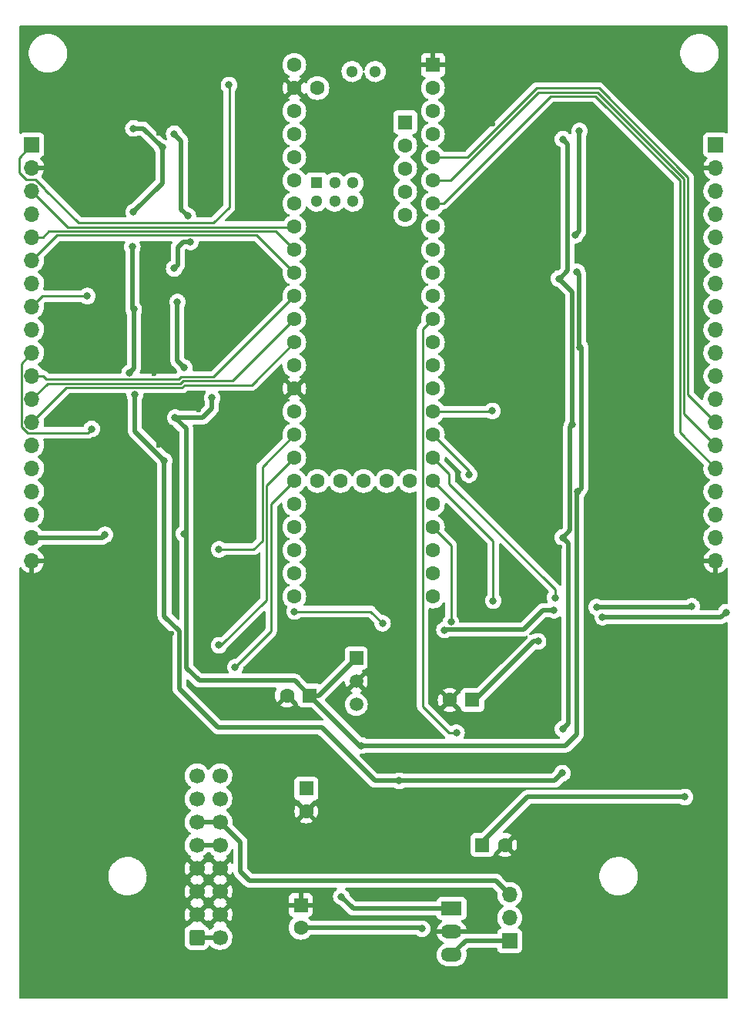
<source format=gbr>
G04 #@! TF.GenerationSoftware,KiCad,Pcbnew,(6.0.5-0)*
G04 #@! TF.CreationDate,2023-09-16T19:39:35-05:00*
G04 #@! TF.ProjectId,bells-venn,62656c6c-732d-4766-956e-6e2e6b696361,rev?*
G04 #@! TF.SameCoordinates,Original*
G04 #@! TF.FileFunction,Copper,L1,Top*
G04 #@! TF.FilePolarity,Positive*
%FSLAX46Y46*%
G04 Gerber Fmt 4.6, Leading zero omitted, Abs format (unit mm)*
G04 Created by KiCad (PCBNEW (6.0.5-0)) date 2023-09-16 19:39:35*
%MOMM*%
%LPD*%
G01*
G04 APERTURE LIST*
G04 Aperture macros list*
%AMRoundRect*
0 Rectangle with rounded corners*
0 $1 Rounding radius*
0 $2 $3 $4 $5 $6 $7 $8 $9 X,Y pos of 4 corners*
0 Add a 4 corners polygon primitive as box body*
4,1,4,$2,$3,$4,$5,$6,$7,$8,$9,$2,$3,0*
0 Add four circle primitives for the rounded corners*
1,1,$1+$1,$2,$3*
1,1,$1+$1,$4,$5*
1,1,$1+$1,$6,$7*
1,1,$1+$1,$8,$9*
0 Add four rect primitives between the rounded corners*
20,1,$1+$1,$2,$3,$4,$5,0*
20,1,$1+$1,$4,$5,$6,$7,0*
20,1,$1+$1,$6,$7,$8,$9,0*
20,1,$1+$1,$8,$9,$2,$3,0*%
G04 Aperture macros list end*
G04 #@! TA.AperFunction,ComponentPad*
%ADD10R,1.600000X1.600000*%
G04 #@! TD*
G04 #@! TA.AperFunction,ComponentPad*
%ADD11C,1.600000*%
G04 #@! TD*
G04 #@! TA.AperFunction,ComponentPad*
%ADD12R,2.300000X1.500000*%
G04 #@! TD*
G04 #@! TA.AperFunction,ComponentPad*
%ADD13O,2.300000X1.500000*%
G04 #@! TD*
G04 #@! TA.AperFunction,ComponentPad*
%ADD14R,1.700000X1.700000*%
G04 #@! TD*
G04 #@! TA.AperFunction,ComponentPad*
%ADD15O,1.700000X1.700000*%
G04 #@! TD*
G04 #@! TA.AperFunction,ComponentPad*
%ADD16C,0.600000*%
G04 #@! TD*
G04 #@! TA.AperFunction,ComponentPad*
%ADD17RoundRect,0.250000X-0.600000X-0.600000X0.600000X-0.600000X0.600000X0.600000X-0.600000X0.600000X0*%
G04 #@! TD*
G04 #@! TA.AperFunction,ComponentPad*
%ADD18C,1.700000*%
G04 #@! TD*
G04 #@! TA.AperFunction,ComponentPad*
%ADD19R,1.300000X1.300000*%
G04 #@! TD*
G04 #@! TA.AperFunction,ComponentPad*
%ADD20C,1.300000*%
G04 #@! TD*
G04 #@! TA.AperFunction,ComponentPad*
%ADD21R,1.500000X1.500000*%
G04 #@! TD*
G04 #@! TA.AperFunction,ComponentPad*
%ADD22C,1.500000*%
G04 #@! TD*
G04 #@! TA.AperFunction,ViaPad*
%ADD23C,0.800000*%
G04 #@! TD*
G04 #@! TA.AperFunction,Conductor*
%ADD24C,0.508000*%
G04 #@! TD*
G04 #@! TA.AperFunction,Conductor*
%ADD25C,0.250000*%
G04 #@! TD*
G04 APERTURE END LIST*
D10*
X250190000Y-118338600D03*
D11*
X252690000Y-118338600D03*
D10*
X249097800Y-102387400D03*
D11*
X246597800Y-102387400D03*
D12*
X246809500Y-125315000D03*
D13*
X246809500Y-127855000D03*
X246809500Y-130395000D03*
D14*
X253187200Y-128864600D03*
D15*
X253187200Y-126324600D03*
X253187200Y-123784600D03*
D10*
X231202113Y-101904800D03*
D11*
X228702113Y-101904800D03*
D16*
X273812000Y-63119000D03*
X211302600Y-101904800D03*
X219075000Y-83058000D03*
X255219200Y-92151200D03*
X213360000Y-113411000D03*
X262178800Y-125603000D03*
X258826000Y-39319200D03*
X262890000Y-48260000D03*
X262890000Y-64008000D03*
X262890000Y-32766000D03*
X258572000Y-73914000D03*
X258572000Y-82804000D03*
X214630000Y-40132000D03*
X218948000Y-48768000D03*
X220218000Y-66040000D03*
X214630000Y-74422000D03*
X220141800Y-53009800D03*
X234061000Y-86614000D03*
X234061000Y-86614000D03*
X215366600Y-60198000D03*
X204597000Y-55118000D03*
X204901800Y-65100200D03*
X214122000Y-66548000D03*
X205486000Y-74422000D03*
X246888000Y-32512000D03*
X200914000Y-89789000D03*
D14*
X200660000Y-41402000D03*
D15*
X200660000Y-43942000D03*
X200660000Y-46482000D03*
X200660000Y-49022000D03*
X200660000Y-51562000D03*
X200660000Y-54102000D03*
X200660000Y-56642000D03*
X200660000Y-59182000D03*
X200660000Y-61722000D03*
X200660000Y-64262000D03*
X200660000Y-66802000D03*
X200660000Y-69342000D03*
X200660000Y-71882000D03*
X200660000Y-74422000D03*
X200660000Y-76962000D03*
X200660000Y-79502000D03*
X200660000Y-82042000D03*
X200660000Y-84582000D03*
X200660000Y-87122000D03*
D14*
X275844000Y-41402000D03*
D15*
X275844000Y-43942000D03*
X275844000Y-46482000D03*
X275844000Y-49022000D03*
X275844000Y-51562000D03*
X275844000Y-54102000D03*
X275844000Y-56642000D03*
X275844000Y-59182000D03*
X275844000Y-61722000D03*
X275844000Y-64262000D03*
X275844000Y-66802000D03*
X275844000Y-69342000D03*
X275844000Y-71882000D03*
X275844000Y-74422000D03*
X275844000Y-76962000D03*
X275844000Y-79502000D03*
X275844000Y-82042000D03*
X275844000Y-84582000D03*
X275844000Y-87122000D03*
D16*
X203073000Y-131064000D03*
X264287000Y-77419200D03*
X218998800Y-70510400D03*
D17*
X218805100Y-128498600D03*
D18*
X221345100Y-128498600D03*
X218805100Y-125958600D03*
X221345100Y-125958600D03*
X218805100Y-123418600D03*
X221345100Y-123418600D03*
X218805100Y-120878600D03*
X221345100Y-120878600D03*
X218805100Y-118338600D03*
X221345100Y-118338600D03*
X218805100Y-115798600D03*
X221345100Y-115798600D03*
X218805100Y-113258600D03*
X221345100Y-113258600D03*
X218805100Y-110718600D03*
X221345100Y-110718600D03*
D16*
X216052400Y-95072200D03*
X258724400Y-67386200D03*
X204571600Y-43637200D03*
X251307600Y-39141400D03*
X208153000Y-86868000D03*
X262636000Y-101092000D03*
X262636000Y-101092000D03*
X258089400Y-94361000D03*
X258699000Y-85572600D03*
X267335000Y-90297000D03*
X251282200Y-54940200D03*
D10*
X230835200Y-112141000D03*
D11*
X230835200Y-114641000D03*
D10*
X244754400Y-32613600D03*
D11*
X244754400Y-35153600D03*
X244754400Y-37693600D03*
X244754400Y-40233600D03*
X244754400Y-42773600D03*
X244754400Y-45313600D03*
X244754400Y-47853600D03*
X244754400Y-50393600D03*
X244754400Y-52933600D03*
X244754400Y-55473600D03*
X244754400Y-58013600D03*
X244754400Y-60553600D03*
X244754400Y-63093600D03*
X244754400Y-65633600D03*
X244754400Y-68173600D03*
X244754400Y-70713600D03*
X244754400Y-73253600D03*
X244754400Y-75793600D03*
X244754400Y-78333600D03*
X244754400Y-80873600D03*
X244754400Y-83413600D03*
X244754400Y-85953600D03*
X244754400Y-88493600D03*
X244754400Y-91033600D03*
X229514400Y-91033600D03*
X229514400Y-88493600D03*
X229514400Y-85953600D03*
X229514400Y-83413600D03*
X229514400Y-80873600D03*
X229514400Y-78333600D03*
X229514400Y-75793600D03*
X229514400Y-73253600D03*
X229514400Y-70713600D03*
X229514400Y-68173600D03*
X229514400Y-65633600D03*
X229514400Y-63093600D03*
X229514400Y-60553600D03*
X229514400Y-58013600D03*
X229514400Y-55473600D03*
X229514400Y-52933600D03*
X229514400Y-50393600D03*
X229514400Y-47853600D03*
X229514400Y-45313600D03*
X229514400Y-42773600D03*
X229514400Y-40233600D03*
X229514400Y-37693600D03*
X229514400Y-35153600D03*
X229514400Y-32613600D03*
X232054400Y-35153600D03*
X242214400Y-78333600D03*
X239674400Y-78333600D03*
X237134400Y-78333600D03*
X234594400Y-78333600D03*
X232054400Y-78333600D03*
D10*
X241703600Y-38912800D03*
D11*
X241703600Y-41452800D03*
X241703600Y-43992800D03*
X241703600Y-46532800D03*
X241703600Y-49072800D03*
D19*
X231952800Y-45583600D03*
D20*
X233952800Y-45583600D03*
X235952800Y-45583600D03*
X235952800Y-47583600D03*
X233952800Y-47583600D03*
X231952800Y-47583600D03*
X238404400Y-33343600D03*
X235864400Y-33343600D03*
D16*
X258572000Y-54864000D03*
D10*
X230225600Y-124931800D03*
D11*
X230225600Y-127431800D03*
D21*
X236321600Y-97815400D03*
D22*
X236321600Y-100355400D03*
X236321600Y-102895400D03*
D23*
X273202400Y-92100400D03*
X262737600Y-92202000D03*
X272465800Y-113055400D03*
X258064000Y-92532200D03*
X246024400Y-94704500D03*
X207238600Y-72618600D03*
X206756000Y-58013600D03*
X258175700Y-91170623D03*
X251383800Y-91490800D03*
X221234000Y-85852000D03*
X223012000Y-98806000D03*
X221234000Y-96393000D03*
X222326200Y-34823400D03*
X234670600Y-124002800D03*
X248716800Y-77647800D03*
X259029200Y-84556600D03*
X211836000Y-48793400D03*
X243560600Y-127533400D03*
X258978400Y-110439200D03*
X211709000Y-52603400D03*
X211824803Y-39586500D03*
X215231675Y-76108500D03*
X258606833Y-56105865D03*
X211988400Y-68859400D03*
X241046000Y-111277400D03*
X260070600Y-72161400D03*
X214978984Y-41688016D03*
X259042478Y-40777100D03*
X259029200Y-105587800D03*
X211404200Y-66448478D03*
X211861400Y-59461400D03*
X246735600Y-93802200D03*
X229539800Y-92684600D03*
X239217200Y-93980000D03*
X218095287Y-52069291D03*
X260695500Y-79487209D03*
X220472000Y-69208154D03*
X260858000Y-39878000D03*
X216306400Y-54991000D03*
X260604000Y-55372000D03*
X217805000Y-49201409D03*
X260924100Y-63651361D03*
X216306400Y-40182800D03*
X216408000Y-71374000D03*
X217388500Y-84124800D03*
X217424000Y-65913000D03*
X236905800Y-107416600D03*
X260442001Y-51298312D03*
X216662000Y-58674000D03*
X208711800Y-84251800D03*
X263398000Y-93294200D03*
X256311400Y-95961200D03*
X276961600Y-92760800D03*
X247345200Y-105994200D03*
X251282200Y-70637400D03*
D24*
X260832600Y-63703200D02*
X260832600Y-55600600D01*
X217093800Y-48490209D02*
X217805000Y-49201409D01*
X208381600Y-84582000D02*
X208711800Y-84251800D01*
X216662000Y-58674000D02*
X216662000Y-65151000D01*
X216408000Y-71374000D02*
X219430600Y-71374000D01*
X217093800Y-40970200D02*
X217093800Y-48490209D01*
X260695500Y-79487209D02*
X261057511Y-79125198D01*
X260832600Y-55600600D02*
X260604000Y-55372000D01*
X260858000Y-39878000D02*
X260858000Y-50882313D01*
X219430600Y-71374000D02*
X220472000Y-70332600D01*
X216408000Y-71374000D02*
X217623511Y-72589511D01*
X259308600Y-107416600D02*
X260549511Y-106175689D01*
X260549511Y-79633198D02*
X260695500Y-79487209D01*
X200660000Y-84582000D02*
X208381600Y-84582000D01*
X217623511Y-85381139D02*
X217674311Y-85431939D01*
X232232200Y-101904800D02*
X231202113Y-101904800D01*
X261057511Y-79125198D02*
X261057511Y-63784772D01*
X236905800Y-107416600D02*
X259308600Y-107416600D01*
X219049600Y-100279200D02*
X229576513Y-100279200D01*
X216306400Y-54991000D02*
X216706399Y-54591001D01*
X220472000Y-70332600D02*
X220472000Y-69208154D01*
X216306400Y-40182800D02*
X217093800Y-40970200D01*
X236713913Y-107416600D02*
X231202113Y-101904800D01*
X236321600Y-97815400D02*
X232232200Y-101904800D01*
X236905800Y-107416600D02*
X236713913Y-107416600D01*
X261057511Y-63784772D02*
X260924100Y-63651361D01*
X260549511Y-106175689D02*
X260549511Y-79633198D01*
X229576513Y-100279200D02*
X231202113Y-101904800D01*
X216706399Y-52635201D02*
X217272309Y-52069291D01*
X217623511Y-72589511D02*
X217623511Y-85381139D01*
X217674311Y-98903911D02*
X219049600Y-100279200D01*
X217272309Y-52069291D02*
X218095287Y-52069291D01*
X217674311Y-85431939D02*
X217674311Y-98903911D01*
X260858000Y-50882313D02*
X260442001Y-51298312D01*
X216662000Y-65151000D02*
X217424000Y-65913000D01*
X216706399Y-54591001D02*
X216706399Y-52635201D01*
X249428000Y-102362000D02*
X255828800Y-95961200D01*
X276428200Y-93294200D02*
X276961600Y-92760800D01*
X263398000Y-93294200D02*
X276428200Y-93294200D01*
X255828800Y-95961200D02*
X256311400Y-95961200D01*
D25*
X246735600Y-85394800D02*
X246735600Y-93802200D01*
X229539800Y-92684600D02*
X237921800Y-92684600D01*
X237921800Y-92684600D02*
X239217200Y-93980000D01*
X244754400Y-83413600D02*
X246735600Y-85394800D01*
X246557800Y-77597000D02*
X246557800Y-78638400D01*
X246557800Y-78638400D02*
X258175700Y-90256300D01*
X258175700Y-90256300D02*
X258175700Y-91170623D01*
X244754400Y-75793600D02*
X246557800Y-77597000D01*
X251383800Y-84963000D02*
X251383800Y-91490800D01*
X244754400Y-78333600D02*
X251383800Y-84963000D01*
X225991490Y-76776510D02*
X229514400Y-73253600D01*
X221234000Y-85852000D02*
X225044000Y-85852000D01*
X225044000Y-85852000D02*
X225991489Y-84904511D01*
X225991489Y-84904511D02*
X225991490Y-76776510D01*
X229514400Y-78333600D02*
X226960022Y-80887978D01*
X226960022Y-94857982D02*
X223158003Y-98660001D01*
X226960022Y-80887978D02*
X226960022Y-94857982D01*
X221488000Y-96393000D02*
X226441000Y-91440000D01*
X226441000Y-78867000D02*
X229514400Y-75793600D01*
X226441000Y-91428978D02*
X226441000Y-78867000D01*
X221488000Y-96393000D02*
X221234000Y-96393000D01*
D24*
X243459000Y-127431800D02*
X230225600Y-127431800D01*
X243560600Y-127533400D02*
X243459000Y-127431800D01*
D25*
X201076410Y-45237400D02*
X200025000Y-45237400D01*
X222377000Y-48234600D02*
X222377000Y-34874200D01*
X220615342Y-49996258D02*
X222377000Y-48234600D01*
X199237600Y-44450000D02*
X199237600Y-42824400D01*
X199237600Y-42824400D02*
X200660000Y-41402000D01*
X202095100Y-46256090D02*
X201076410Y-45237400D01*
X200025000Y-45237400D02*
X199237600Y-44450000D01*
X205825258Y-49996258D02*
X220615342Y-49996258D01*
X222377000Y-34874200D02*
X222326200Y-34823400D01*
X202107800Y-46278800D02*
X205816200Y-49987200D01*
D24*
X218805100Y-128498600D02*
X221345100Y-128498600D01*
D25*
X247345200Y-105994200D02*
X246532400Y-105994200D01*
X246532400Y-105994200D02*
X243629889Y-103091689D01*
X243629889Y-103091689D02*
X243629889Y-61678111D01*
X243629889Y-61678111D02*
X244754400Y-60553600D01*
D24*
X253187200Y-128864600D02*
X248339900Y-128864600D01*
X248339900Y-128864600D02*
X246809500Y-130395000D01*
X253187200Y-123784600D02*
X251652800Y-122250200D01*
X223596200Y-121259600D02*
X223596200Y-118049700D01*
X224586800Y-122250200D02*
X223596200Y-121259600D01*
X251652800Y-122250200D02*
X224586800Y-122250200D01*
X223596200Y-118049700D02*
X221345100Y-115798600D01*
X221345100Y-115798600D02*
X218805100Y-115798600D01*
X215011000Y-41720032D02*
X214978984Y-41688016D01*
X241046000Y-111277400D02*
X258140200Y-111277400D01*
X215011000Y-45618400D02*
X215011000Y-41720032D01*
X215231675Y-76108500D02*
X211988400Y-72865225D01*
X211988400Y-72865225D02*
X211988400Y-68859400D01*
X259842000Y-83743800D02*
X259842000Y-72390000D01*
X260070600Y-57569632D02*
X258606833Y-56105865D01*
X259029200Y-105587800D02*
X259613400Y-105003600D01*
X214978984Y-41688016D02*
X212877468Y-39586500D01*
X259613400Y-105003600D02*
X259613400Y-85140800D01*
X211861400Y-59461400D02*
X211709000Y-59309000D01*
X259029200Y-84556600D02*
X259842000Y-83743800D01*
X259842000Y-72390000D02*
X260070600Y-72161400D01*
X211836000Y-48793400D02*
X215011000Y-45618400D01*
X258701735Y-56105865D02*
X259588000Y-55219600D01*
X259588000Y-55219600D02*
X259588000Y-41322622D01*
X260070600Y-72161400D02*
X260070600Y-57569632D01*
X258606833Y-56105865D02*
X258701735Y-56105865D01*
X232511600Y-105435400D02*
X221157800Y-105435400D01*
X215231675Y-93185848D02*
X215231675Y-76108500D01*
X211861400Y-59461400D02*
X211861400Y-65991278D01*
X238353600Y-111277400D02*
X232511600Y-105435400D01*
X241046000Y-111277400D02*
X238353600Y-111277400D01*
X211861400Y-65991278D02*
X211404200Y-66448478D01*
X216865200Y-94819373D02*
X215231675Y-93185848D01*
X258140200Y-111277400D02*
X258978400Y-110439200D01*
X216865200Y-101142800D02*
X216865200Y-94819373D01*
X259588000Y-41322622D02*
X259042478Y-40777100D01*
X212877468Y-39586500D02*
X211824803Y-39586500D01*
X211709000Y-59309000D02*
X211709000Y-52603400D01*
X221157800Y-105435400D02*
X216865200Y-101142800D01*
X259613400Y-85140800D02*
X259029200Y-84556600D01*
X221345100Y-118338600D02*
X218805100Y-118338600D01*
D25*
X244754400Y-42773600D02*
X248564400Y-42773600D01*
X256170022Y-35167978D02*
X263008800Y-35167978D01*
X248564400Y-42773600D02*
X256170022Y-35167978D01*
X272796000Y-44955178D02*
X272796000Y-68834000D01*
X263008800Y-35167978D02*
X272796000Y-44955178D01*
X272796000Y-68834000D02*
X275844000Y-71882000D01*
X272346490Y-70924490D02*
X275844000Y-74422000D01*
X244754400Y-45313600D02*
X246660810Y-45313600D01*
X262822400Y-35617989D02*
X272346489Y-45142078D01*
X256356421Y-35617989D02*
X262822400Y-35617989D01*
X246660810Y-45313600D02*
X256356421Y-35617989D01*
X272346489Y-45142078D02*
X272346490Y-70924490D01*
X245885770Y-47853600D02*
X257671370Y-36068000D01*
X244754400Y-47853600D02*
X245885770Y-47853600D01*
X257671370Y-36068000D02*
X262636000Y-36068000D01*
X262636000Y-36068000D02*
X271896978Y-45328978D01*
X271896980Y-73014980D02*
X275844000Y-76962000D01*
X271896978Y-45328978D02*
X271896980Y-73014980D01*
X229514400Y-63093600D02*
X224815400Y-67792600D01*
X204470000Y-68072000D02*
X200660000Y-71882000D01*
X224815400Y-67792600D02*
X217458728Y-67792600D01*
X217179328Y-68072000D02*
X204470000Y-68072000D01*
X217458728Y-67792600D02*
X217179328Y-68072000D01*
D24*
X234670600Y-124002800D02*
X235982800Y-125315000D01*
X235982800Y-125315000D02*
X246809500Y-125315000D01*
D25*
X248716800Y-77647800D02*
X248716800Y-77216000D01*
X248716800Y-77216000D02*
X244754400Y-73253600D01*
X216806942Y-67172978D02*
X202233059Y-67172978D01*
X217086340Y-66893580D02*
X216806942Y-67172978D01*
X220634422Y-66893578D02*
X217086340Y-66893580D01*
X229514400Y-58013600D02*
X220634422Y-66893578D01*
X201862081Y-66802000D02*
X200660000Y-66802000D01*
X202233059Y-67172978D02*
X201862081Y-66802000D01*
X222724912Y-67343089D02*
X217272534Y-67343090D01*
X229514400Y-60553600D02*
X222724912Y-67343089D01*
X217272534Y-67343090D02*
X216993135Y-67622489D01*
X216993135Y-67622489D02*
X202379511Y-67622489D01*
X202379511Y-67622489D02*
X200660000Y-69342000D01*
X218838122Y-50445769D02*
X218842365Y-50450012D01*
X200660000Y-46482000D02*
X204623769Y-50445769D01*
X218842365Y-50450012D02*
X229457988Y-50450012D01*
X204623769Y-50445769D02*
X218838122Y-50445769D01*
X227480323Y-50899523D02*
X229514400Y-52933600D01*
X202528779Y-50895302D02*
X217524427Y-50895301D01*
X200660000Y-51562000D02*
X201862081Y-51562000D01*
X201862081Y-51562000D02*
X202528779Y-50895302D01*
X218651929Y-50895280D02*
X218656172Y-50899523D01*
X218656172Y-50899523D02*
X227480323Y-50899523D01*
X217524448Y-50895280D02*
X218651929Y-50895280D01*
X217524427Y-50895301D02*
X217524448Y-50895280D01*
X225389834Y-51349034D02*
X229514400Y-55473600D01*
X218465736Y-51344791D02*
X218469979Y-51349034D01*
X200660000Y-54102000D02*
X203417187Y-51344813D01*
X218469979Y-51349034D02*
X225389834Y-51349034D01*
X217724816Y-51344813D02*
X217724838Y-51344791D01*
X217724838Y-51344791D02*
X218465736Y-51344791D01*
X203417187Y-51344813D02*
X217724816Y-51344813D01*
D24*
X255143000Y-113055400D02*
X250190000Y-118008400D01*
X258064000Y-92532200D02*
X256819400Y-92532200D01*
X246073199Y-94655701D02*
X246024400Y-94704500D01*
X273100800Y-92202000D02*
X273202400Y-92100400D01*
X272465800Y-113055400D02*
X255143000Y-113055400D01*
X256819400Y-92532200D02*
X254695899Y-94655701D01*
X262737600Y-92202000D02*
X273100800Y-92202000D01*
X254695899Y-94655701D02*
X246073199Y-94655701D01*
D25*
X199485489Y-72368499D02*
X199485489Y-65436511D01*
X206800689Y-73056511D02*
X200173501Y-73056511D01*
X199485489Y-65436511D02*
X200660000Y-64262000D01*
X200173501Y-73056511D02*
X199485489Y-72368499D01*
X207238600Y-72618600D02*
X206800689Y-73056511D01*
X201828400Y-58013600D02*
X200660000Y-59182000D01*
X206756000Y-58013600D02*
X201828400Y-58013600D01*
X251206000Y-70713600D02*
X244754400Y-70713600D01*
X251282200Y-70637400D02*
X251206000Y-70713600D01*
G04 #@! TA.AperFunction,Conductor*
G36*
X262389527Y-36721502D02*
G01*
X262410501Y-36738405D01*
X271226573Y-45554477D01*
X271260599Y-45616789D01*
X271263478Y-45643572D01*
X271263480Y-72936213D01*
X271262953Y-72947396D01*
X271261278Y-72954889D01*
X271261527Y-72962815D01*
X271261527Y-72962816D01*
X271263418Y-73022966D01*
X271263480Y-73026925D01*
X271263480Y-73054836D01*
X271263977Y-73058770D01*
X271263977Y-73058771D01*
X271263985Y-73058836D01*
X271264918Y-73070673D01*
X271266307Y-73114869D01*
X271271958Y-73134319D01*
X271275967Y-73153680D01*
X271276823Y-73160452D01*
X271278506Y-73173777D01*
X271281425Y-73181148D01*
X271281425Y-73181150D01*
X271294784Y-73214892D01*
X271298629Y-73226122D01*
X271308751Y-73260963D01*
X271310962Y-73268573D01*
X271314995Y-73275392D01*
X271314997Y-73275397D01*
X271321273Y-73286008D01*
X271329968Y-73303756D01*
X271337428Y-73322597D01*
X271342090Y-73329013D01*
X271342090Y-73329014D01*
X271363416Y-73358367D01*
X271369932Y-73368287D01*
X271392438Y-73406342D01*
X271406759Y-73420663D01*
X271419599Y-73435696D01*
X271431508Y-73452087D01*
X271465585Y-73480278D01*
X271474364Y-73488268D01*
X274493778Y-76507682D01*
X274527804Y-76569994D01*
X274526100Y-76630448D01*
X274504989Y-76706570D01*
X274504441Y-76711700D01*
X274504440Y-76711704D01*
X274500495Y-76748624D01*
X274481251Y-76928695D01*
X274481548Y-76933848D01*
X274481548Y-76933851D01*
X274490615Y-77091104D01*
X274494110Y-77151715D01*
X274495247Y-77156761D01*
X274495248Y-77156767D01*
X274506262Y-77205638D01*
X274543222Y-77369639D01*
X274583346Y-77468453D01*
X274615341Y-77547247D01*
X274627266Y-77576616D01*
X274743987Y-77767088D01*
X274890250Y-77935938D01*
X275062126Y-78078632D01*
X275108128Y-78105513D01*
X275135445Y-78121476D01*
X275184169Y-78173114D01*
X275197240Y-78242897D01*
X275170509Y-78308669D01*
X275130055Y-78342027D01*
X275117607Y-78348507D01*
X275113474Y-78351610D01*
X275113471Y-78351612D01*
X274943100Y-78479530D01*
X274938965Y-78482635D01*
X274784629Y-78644138D01*
X274658743Y-78828680D01*
X274643003Y-78862590D01*
X274581607Y-78994857D01*
X274564688Y-79031305D01*
X274504989Y-79246570D01*
X274481251Y-79468695D01*
X274481548Y-79473848D01*
X274481548Y-79473851D01*
X274491510Y-79646619D01*
X274494110Y-79691715D01*
X274495247Y-79696761D01*
X274495248Y-79696767D01*
X274504819Y-79739234D01*
X274543222Y-79909639D01*
X274627266Y-80116616D01*
X274743987Y-80307088D01*
X274890250Y-80475938D01*
X275062126Y-80618632D01*
X275132595Y-80659811D01*
X275135445Y-80661476D01*
X275184169Y-80713114D01*
X275197240Y-80782897D01*
X275170509Y-80848669D01*
X275130055Y-80882027D01*
X275117607Y-80888507D01*
X275113474Y-80891610D01*
X275113471Y-80891612D01*
X275089247Y-80909800D01*
X274938965Y-81022635D01*
X274784629Y-81184138D01*
X274658743Y-81368680D01*
X274643003Y-81402590D01*
X274581607Y-81534857D01*
X274564688Y-81571305D01*
X274504989Y-81786570D01*
X274481251Y-82008695D01*
X274481548Y-82013848D01*
X274481548Y-82013851D01*
X274486970Y-82107884D01*
X274494110Y-82231715D01*
X274495247Y-82236761D01*
X274495248Y-82236767D01*
X274504819Y-82279234D01*
X274543222Y-82449639D01*
X274627266Y-82656616D01*
X274743987Y-82847088D01*
X274890250Y-83015938D01*
X275062126Y-83158632D01*
X275132595Y-83199811D01*
X275135445Y-83201476D01*
X275184169Y-83253114D01*
X275197240Y-83322897D01*
X275170509Y-83388669D01*
X275130055Y-83422027D01*
X275117607Y-83428507D01*
X275113474Y-83431610D01*
X275113471Y-83431612D01*
X274943100Y-83559530D01*
X274938965Y-83562635D01*
X274784629Y-83724138D01*
X274781715Y-83728410D01*
X274781714Y-83728411D01*
X274751424Y-83772815D01*
X274658743Y-83908680D01*
X274643539Y-83941435D01*
X274581607Y-84074857D01*
X274564688Y-84111305D01*
X274504989Y-84326570D01*
X274481251Y-84548695D01*
X274481548Y-84553848D01*
X274481548Y-84553851D01*
X274491089Y-84719316D01*
X274494110Y-84771715D01*
X274495247Y-84776761D01*
X274495248Y-84776767D01*
X274504819Y-84819234D01*
X274543222Y-84989639D01*
X274585413Y-85093544D01*
X274624325Y-85189372D01*
X274627266Y-85196616D01*
X274648064Y-85230555D01*
X274728394Y-85361642D01*
X274743987Y-85387088D01*
X274890250Y-85555938D01*
X275062126Y-85698632D01*
X275135955Y-85741774D01*
X275184679Y-85793412D01*
X275197750Y-85863195D01*
X275171019Y-85928967D01*
X275130562Y-85962327D01*
X275122457Y-85966546D01*
X275113738Y-85972036D01*
X274943433Y-86099905D01*
X274935726Y-86106748D01*
X274788590Y-86260717D01*
X274782104Y-86268727D01*
X274662098Y-86444649D01*
X274657000Y-86453623D01*
X274567338Y-86646783D01*
X274563775Y-86656470D01*
X274508389Y-86856183D01*
X274509912Y-86864607D01*
X274522292Y-86868000D01*
X275972000Y-86868000D01*
X276040121Y-86888002D01*
X276086614Y-86941658D01*
X276098000Y-86994000D01*
X276098000Y-88440517D01*
X276102064Y-88454359D01*
X276115478Y-88456393D01*
X276122184Y-88455534D01*
X276132262Y-88453392D01*
X276336255Y-88392191D01*
X276345842Y-88388433D01*
X276537095Y-88294739D01*
X276545945Y-88289464D01*
X276719328Y-88165792D01*
X276727200Y-88159139D01*
X276878052Y-88008812D01*
X276884723Y-88000972D01*
X276935977Y-87929645D01*
X276991972Y-87885997D01*
X277062675Y-87879551D01*
X277125640Y-87912354D01*
X277160874Y-87973990D01*
X277164300Y-88003171D01*
X277164300Y-91726300D01*
X277144298Y-91794421D01*
X277090642Y-91840914D01*
X277038300Y-91852300D01*
X276866113Y-91852300D01*
X276859661Y-91853672D01*
X276859656Y-91853672D01*
X276791879Y-91868079D01*
X276679312Y-91892006D01*
X276673282Y-91894691D01*
X276673281Y-91894691D01*
X276510878Y-91966997D01*
X276510876Y-91966998D01*
X276504848Y-91969682D01*
X276499507Y-91973562D01*
X276499506Y-91973563D01*
X276461741Y-92001001D01*
X276350347Y-92081934D01*
X276345926Y-92086844D01*
X276345925Y-92086845D01*
X276241929Y-92202345D01*
X276222560Y-92223856D01*
X276127073Y-92389244D01*
X276124161Y-92398206D01*
X276109075Y-92444636D01*
X276069001Y-92503242D01*
X276003605Y-92530879D01*
X275989242Y-92531700D01*
X274190939Y-92531700D01*
X274122818Y-92511698D01*
X274076325Y-92458042D01*
X274066221Y-92387768D01*
X274071105Y-92366769D01*
X274095942Y-92290328D01*
X274096653Y-92283568D01*
X274115214Y-92106965D01*
X274115904Y-92100400D01*
X274112858Y-92071419D01*
X274096632Y-91917035D01*
X274096632Y-91917033D01*
X274095942Y-91910472D01*
X274036927Y-91728844D01*
X273941440Y-91563456D01*
X273881932Y-91497365D01*
X273818075Y-91426445D01*
X273818074Y-91426444D01*
X273813653Y-91421534D01*
X273695776Y-91335891D01*
X273664494Y-91313163D01*
X273664493Y-91313162D01*
X273659152Y-91309282D01*
X273653124Y-91306598D01*
X273653122Y-91306597D01*
X273490719Y-91234291D01*
X273490718Y-91234291D01*
X273484688Y-91231606D01*
X273391288Y-91211753D01*
X273304344Y-91193272D01*
X273304339Y-91193272D01*
X273297887Y-91191900D01*
X273106913Y-91191900D01*
X273100461Y-91193272D01*
X273100456Y-91193272D01*
X273013512Y-91211753D01*
X272920112Y-91231606D01*
X272914082Y-91234291D01*
X272914081Y-91234291D01*
X272751678Y-91306597D01*
X272751676Y-91306598D01*
X272745648Y-91309282D01*
X272740307Y-91313162D01*
X272740306Y-91313163D01*
X272599540Y-91415436D01*
X272532672Y-91439294D01*
X272525479Y-91439500D01*
X263274681Y-91439500D01*
X263206560Y-91419498D01*
X263200620Y-91415436D01*
X263199694Y-91414763D01*
X263199693Y-91414762D01*
X263194352Y-91410882D01*
X263188324Y-91408198D01*
X263188322Y-91408197D01*
X263025919Y-91335891D01*
X263025918Y-91335891D01*
X263019888Y-91333206D01*
X262925594Y-91313163D01*
X262839544Y-91294872D01*
X262839539Y-91294872D01*
X262833087Y-91293500D01*
X262642113Y-91293500D01*
X262635661Y-91294872D01*
X262635656Y-91294872D01*
X262549606Y-91313163D01*
X262455312Y-91333206D01*
X262449282Y-91335891D01*
X262449281Y-91335891D01*
X262286878Y-91408197D01*
X262286876Y-91408198D01*
X262280848Y-91410882D01*
X262126347Y-91523134D01*
X261998560Y-91665056D01*
X261979581Y-91697929D01*
X261914363Y-91810890D01*
X261903073Y-91830444D01*
X261844058Y-92012072D01*
X261843368Y-92018633D01*
X261843368Y-92018635D01*
X261829808Y-92147656D01*
X261824096Y-92202000D01*
X261824786Y-92208565D01*
X261840660Y-92359594D01*
X261844058Y-92391928D01*
X261903073Y-92573556D01*
X261998560Y-92738944D01*
X262002978Y-92743851D01*
X262002979Y-92743852D01*
X262012632Y-92754573D01*
X262126347Y-92880866D01*
X262280848Y-92993118D01*
X262286874Y-92995801D01*
X262286881Y-92995805D01*
X262421992Y-93055959D01*
X262476088Y-93101939D01*
X262496738Y-93169866D01*
X262496054Y-93184227D01*
X262484496Y-93294200D01*
X262485186Y-93300765D01*
X262499894Y-93440700D01*
X262504458Y-93484128D01*
X262563473Y-93665756D01*
X262658960Y-93831144D01*
X262663378Y-93836051D01*
X262663379Y-93836052D01*
X262782325Y-93968155D01*
X262786747Y-93973066D01*
X262880664Y-94041301D01*
X262934672Y-94080540D01*
X262941248Y-94085318D01*
X262947276Y-94088002D01*
X262947278Y-94088003D01*
X263109681Y-94160309D01*
X263115712Y-94162994D01*
X263209112Y-94182847D01*
X263296056Y-94201328D01*
X263296061Y-94201328D01*
X263302513Y-94202700D01*
X263493487Y-94202700D01*
X263499939Y-94201328D01*
X263499944Y-94201328D01*
X263586887Y-94182847D01*
X263680288Y-94162994D01*
X263686319Y-94160309D01*
X263848722Y-94088003D01*
X263848724Y-94088002D01*
X263854752Y-94085318D01*
X263861020Y-94080764D01*
X263861646Y-94080540D01*
X263865811Y-94078136D01*
X263866251Y-94078898D01*
X263927887Y-94056906D01*
X263935081Y-94056700D01*
X276360824Y-94056700D01*
X276379774Y-94058133D01*
X276394173Y-94060324D01*
X276394179Y-94060324D01*
X276401408Y-94061424D01*
X276408700Y-94060831D01*
X276408703Y-94060831D01*
X276454383Y-94057115D01*
X276464598Y-94056700D01*
X276472725Y-94056700D01*
X276476361Y-94056276D01*
X276476363Y-94056276D01*
X276479815Y-94055873D01*
X276501124Y-94053389D01*
X276505444Y-94052962D01*
X276578626Y-94047009D01*
X276585588Y-94044753D01*
X276591576Y-94043557D01*
X276597533Y-94042149D01*
X276604807Y-94041301D01*
X276611689Y-94038803D01*
X276611693Y-94038802D01*
X276673807Y-94016255D01*
X276677911Y-94014845D01*
X276747775Y-93992213D01*
X276754038Y-93988413D01*
X276759580Y-93985875D01*
X276765056Y-93983133D01*
X276771941Y-93980634D01*
X276833332Y-93940385D01*
X276837000Y-93938070D01*
X276899781Y-93899973D01*
X276903986Y-93896259D01*
X276903989Y-93896257D01*
X276908205Y-93892533D01*
X276908231Y-93892562D01*
X276911162Y-93889962D01*
X276914516Y-93887158D01*
X276920635Y-93883146D01*
X276946827Y-93855497D01*
X277008196Y-93819799D01*
X277079123Y-93822946D01*
X277137089Y-93863940D01*
X277163690Y-93929765D01*
X277164300Y-93942150D01*
X277164300Y-135077700D01*
X277144298Y-135145821D01*
X277090642Y-135192314D01*
X277038300Y-135203700D01*
X199414900Y-135203700D01*
X199346779Y-135183698D01*
X199300286Y-135130042D01*
X199288900Y-135077700D01*
X199288900Y-129149000D01*
X217446600Y-129149000D01*
X217446937Y-129152246D01*
X217446937Y-129152250D01*
X217455866Y-129238300D01*
X217457574Y-129254766D01*
X217459755Y-129261302D01*
X217459755Y-129261304D01*
X217503828Y-129393406D01*
X217513550Y-129422546D01*
X217606622Y-129572948D01*
X217731797Y-129697905D01*
X217738027Y-129701745D01*
X217738028Y-129701746D01*
X217875190Y-129786294D01*
X217882362Y-129790715D01*
X217936471Y-129808662D01*
X218043711Y-129844232D01*
X218043713Y-129844232D01*
X218050239Y-129846397D01*
X218057075Y-129847097D01*
X218057078Y-129847098D01*
X218096472Y-129851134D01*
X218154700Y-129857100D01*
X219455500Y-129857100D01*
X219458746Y-129856763D01*
X219458750Y-129856763D01*
X219554408Y-129846838D01*
X219554412Y-129846837D01*
X219561266Y-129846126D01*
X219567802Y-129843945D01*
X219567804Y-129843945D01*
X219699906Y-129799872D01*
X219729046Y-129790150D01*
X219879448Y-129697078D01*
X220004405Y-129571903D01*
X220097215Y-129421338D01*
X220099518Y-129414395D01*
X220101863Y-129409366D01*
X220148780Y-129356081D01*
X220217058Y-129336621D01*
X220285018Y-129357164D01*
X220311294Y-129380120D01*
X220387960Y-129468625D01*
X220391350Y-129472538D01*
X220563226Y-129615232D01*
X220756100Y-129727938D01*
X220760925Y-129729780D01*
X220760926Y-129729781D01*
X220833712Y-129757575D01*
X220964792Y-129807630D01*
X220969860Y-129808661D01*
X220969863Y-129808662D01*
X221049755Y-129824916D01*
X221183697Y-129852167D01*
X221188872Y-129852357D01*
X221188874Y-129852357D01*
X221401773Y-129860164D01*
X221401777Y-129860164D01*
X221406937Y-129860353D01*
X221412057Y-129859697D01*
X221412059Y-129859697D01*
X221623388Y-129832625D01*
X221623389Y-129832625D01*
X221628516Y-129831968D01*
X221633466Y-129830483D01*
X221837529Y-129769261D01*
X221837534Y-129769259D01*
X221842484Y-129767774D01*
X222043094Y-129669496D01*
X222224960Y-129539773D01*
X222383196Y-129382089D01*
X222513553Y-129200677D01*
X222519953Y-129187729D01*
X222610236Y-129005053D01*
X222610237Y-129005051D01*
X222612530Y-129000411D01*
X222677470Y-128786669D01*
X222706629Y-128565190D01*
X222708256Y-128498600D01*
X222689952Y-128275961D01*
X222635531Y-128059302D01*
X222546454Y-127854440D01*
X222470615Y-127737211D01*
X222427922Y-127671217D01*
X222427920Y-127671214D01*
X222425114Y-127666877D01*
X222274770Y-127501651D01*
X222270719Y-127498452D01*
X222270715Y-127498448D01*
X222186324Y-127431800D01*
X228912102Y-127431800D01*
X228932057Y-127659887D01*
X228933481Y-127665200D01*
X228933481Y-127665202D01*
X228983023Y-127850092D01*
X228991316Y-127881043D01*
X228993639Y-127886024D01*
X228993639Y-127886025D01*
X229085751Y-128083562D01*
X229085754Y-128083567D01*
X229088077Y-128088549D01*
X229112181Y-128122973D01*
X229212518Y-128266268D01*
X229219402Y-128276100D01*
X229381300Y-128437998D01*
X229385808Y-128441155D01*
X229385811Y-128441157D01*
X229463058Y-128495246D01*
X229568851Y-128569323D01*
X229573833Y-128571646D01*
X229573838Y-128571649D01*
X229771375Y-128663761D01*
X229776357Y-128666084D01*
X229781665Y-128667506D01*
X229781667Y-128667507D01*
X229992198Y-128723919D01*
X229992200Y-128723919D01*
X229997513Y-128725343D01*
X230225600Y-128745298D01*
X230453687Y-128725343D01*
X230459000Y-128723919D01*
X230459002Y-128723919D01*
X230669533Y-128667507D01*
X230669535Y-128667506D01*
X230674843Y-128666084D01*
X230679825Y-128663761D01*
X230877362Y-128571649D01*
X230877367Y-128571646D01*
X230882349Y-128569323D01*
X230988142Y-128495246D01*
X231065389Y-128441157D01*
X231065392Y-128441155D01*
X231069900Y-128437998D01*
X231231798Y-128276100D01*
X231236167Y-128269861D01*
X231251455Y-128248028D01*
X231306912Y-128203700D01*
X231354667Y-128194300D01*
X242883679Y-128194300D01*
X242951800Y-128214302D01*
X242957740Y-128218364D01*
X243037207Y-128276100D01*
X243103848Y-128324518D01*
X243109876Y-128327202D01*
X243109878Y-128327203D01*
X243272281Y-128399509D01*
X243278312Y-128402194D01*
X243371713Y-128422047D01*
X243458656Y-128440528D01*
X243458661Y-128440528D01*
X243465113Y-128441900D01*
X243656087Y-128441900D01*
X243662539Y-128440528D01*
X243662544Y-128440528D01*
X243749487Y-128422047D01*
X243842888Y-128402194D01*
X243848919Y-128399509D01*
X244011322Y-128327203D01*
X244011324Y-128327202D01*
X244017352Y-128324518D01*
X244171853Y-128212266D01*
X244252473Y-128122728D01*
X244295221Y-128075252D01*
X244295222Y-128075251D01*
X244299640Y-128070344D01*
X244395127Y-127904956D01*
X244454142Y-127723328D01*
X244461706Y-127651366D01*
X244473414Y-127539965D01*
X244474104Y-127533400D01*
X244458309Y-127383117D01*
X244454832Y-127350035D01*
X244454832Y-127350033D01*
X244454142Y-127343472D01*
X244395127Y-127161844D01*
X244390511Y-127153848D01*
X244314410Y-127022038D01*
X244299640Y-126996456D01*
X244291907Y-126987867D01*
X244176275Y-126859445D01*
X244176274Y-126859444D01*
X244171853Y-126854534D01*
X244069318Y-126780038D01*
X244022694Y-126746163D01*
X244022693Y-126746162D01*
X244017352Y-126742282D01*
X244011324Y-126739598D01*
X244011322Y-126739597D01*
X243848919Y-126667291D01*
X243848918Y-126667291D01*
X243842888Y-126664606D01*
X243749488Y-126644753D01*
X243662544Y-126626272D01*
X243662539Y-126626272D01*
X243656087Y-126624900D01*
X243465113Y-126624900D01*
X243458661Y-126626272D01*
X243458656Y-126626272D01*
X243278312Y-126664606D01*
X243278229Y-126664218D01*
X243246142Y-126669300D01*
X231354667Y-126669300D01*
X231286546Y-126649298D01*
X231251455Y-126615572D01*
X231234959Y-126592014D01*
X231234957Y-126592012D01*
X231231798Y-126587500D01*
X231085678Y-126441380D01*
X231051652Y-126379068D01*
X231056717Y-126308253D01*
X231099264Y-126251417D01*
X231136206Y-126234117D01*
X231135807Y-126233052D01*
X231263654Y-126185124D01*
X231279249Y-126176586D01*
X231381324Y-126100085D01*
X231393885Y-126087524D01*
X231470386Y-125985449D01*
X231478924Y-125969854D01*
X231524078Y-125849406D01*
X231527705Y-125834151D01*
X231533231Y-125783286D01*
X231533600Y-125776472D01*
X231533600Y-125203915D01*
X231529125Y-125188676D01*
X231527735Y-125187471D01*
X231520052Y-125185800D01*
X228935716Y-125185800D01*
X228920477Y-125190275D01*
X228919272Y-125191665D01*
X228917601Y-125199348D01*
X228917601Y-125776469D01*
X228917971Y-125783290D01*
X228923495Y-125834152D01*
X228927121Y-125849404D01*
X228972276Y-125969854D01*
X228980814Y-125985449D01*
X229057315Y-126087524D01*
X229069876Y-126100085D01*
X229171951Y-126176586D01*
X229187546Y-126185124D01*
X229315393Y-126233052D01*
X229314696Y-126234912D01*
X229367228Y-126264931D01*
X229400042Y-126327890D01*
X229393608Y-126398594D01*
X229365522Y-126441380D01*
X229219402Y-126587500D01*
X229216245Y-126592008D01*
X229216243Y-126592011D01*
X229198021Y-126618035D01*
X229088077Y-126775051D01*
X229085754Y-126780033D01*
X229085751Y-126780038D01*
X228993639Y-126977575D01*
X228991316Y-126982557D01*
X228989894Y-126987865D01*
X228989893Y-126987867D01*
X228937557Y-127183186D01*
X228932057Y-127203713D01*
X228912102Y-127431800D01*
X222186324Y-127431800D01*
X222103514Y-127366400D01*
X222103510Y-127366398D01*
X222099459Y-127363198D01*
X222057669Y-127340129D01*
X222007698Y-127289697D01*
X221992926Y-127220254D01*
X222018042Y-127153848D01*
X222045393Y-127127242D01*
X222094347Y-127092323D01*
X222102748Y-127081623D01*
X222095760Y-127068470D01*
X221357912Y-126330622D01*
X221343968Y-126323008D01*
X221342135Y-126323139D01*
X221335520Y-126327390D01*
X220591837Y-127071073D01*
X220585077Y-127083453D01*
X220590358Y-127090507D01*
X220637069Y-127117803D01*
X220685793Y-127169441D01*
X220698864Y-127239224D01*
X220672133Y-127304996D01*
X220631684Y-127338352D01*
X220618707Y-127345107D01*
X220614574Y-127348210D01*
X220614571Y-127348212D01*
X220495953Y-127437273D01*
X220440065Y-127479235D01*
X220327627Y-127596895D01*
X220306127Y-127619393D01*
X220244603Y-127654823D01*
X220173690Y-127651366D01*
X220115904Y-127610120D01*
X220100933Y-127585794D01*
X220098965Y-127581594D01*
X220096650Y-127574654D01*
X220003578Y-127424252D01*
X219878403Y-127299295D01*
X219785201Y-127241844D01*
X219734068Y-127210325D01*
X219734066Y-127210324D01*
X219727838Y-127206485D01*
X219674074Y-127188652D01*
X219652740Y-127181576D01*
X219594380Y-127141145D01*
X219583829Y-127115746D01*
X219581524Y-127116970D01*
X219555760Y-127068470D01*
X218817912Y-126330622D01*
X218803968Y-126323008D01*
X218802135Y-126323139D01*
X218795520Y-126327390D01*
X218051837Y-127071073D01*
X218029085Y-127112739D01*
X218026877Y-127122887D01*
X217976674Y-127173088D01*
X217956167Y-127182024D01*
X217881154Y-127207050D01*
X217730752Y-127300122D01*
X217725579Y-127305304D01*
X217667786Y-127363198D01*
X217605795Y-127425297D01*
X217601955Y-127431527D01*
X217601954Y-127431528D01*
X217517566Y-127568431D01*
X217512985Y-127575862D01*
X217491467Y-127640738D01*
X217461991Y-127729606D01*
X217457303Y-127743739D01*
X217456603Y-127750575D01*
X217456602Y-127750578D01*
X217452191Y-127793631D01*
X217446600Y-127848200D01*
X217446600Y-129149000D01*
X199288900Y-129149000D01*
X199288900Y-125930463D01*
X217443150Y-125930463D01*
X217455409Y-126143077D01*
X217456845Y-126153297D01*
X217503665Y-126361046D01*
X217506745Y-126370875D01*
X217586870Y-126568203D01*
X217591513Y-126577394D01*
X217671560Y-126708020D01*
X217682016Y-126717480D01*
X217690794Y-126713696D01*
X218433078Y-125971412D01*
X218439456Y-125959732D01*
X219169508Y-125959732D01*
X219169639Y-125961565D01*
X219173890Y-125968180D01*
X219915574Y-126709864D01*
X219927584Y-126716423D01*
X219939323Y-126707455D01*
X219973122Y-126660419D01*
X219974249Y-126661229D01*
X220021759Y-126617481D01*
X220091696Y-126605261D01*
X220157138Y-126632791D01*
X220184970Y-126664629D01*
X220211559Y-126708019D01*
X220222016Y-126717480D01*
X220230794Y-126713696D01*
X220973078Y-125971412D01*
X220979456Y-125959732D01*
X221709508Y-125959732D01*
X221709639Y-125961565D01*
X221713890Y-125968180D01*
X222455574Y-126709864D01*
X222467584Y-126716423D01*
X222479323Y-126707455D01*
X222510104Y-126664619D01*
X222515415Y-126655780D01*
X222609770Y-126464867D01*
X222613569Y-126455272D01*
X222675476Y-126251515D01*
X222677655Y-126241434D01*
X222705690Y-126028487D01*
X222706209Y-126021812D01*
X222707672Y-125961964D01*
X222707478Y-125955246D01*
X222689881Y-125741204D01*
X222688196Y-125731024D01*
X222636314Y-125524475D01*
X222632994Y-125514724D01*
X222548072Y-125319414D01*
X222543205Y-125310339D01*
X222478163Y-125209797D01*
X222467477Y-125200595D01*
X222457912Y-125204998D01*
X221717122Y-125945788D01*
X221709508Y-125959732D01*
X220979456Y-125959732D01*
X220980692Y-125957468D01*
X220980561Y-125955635D01*
X220976310Y-125949020D01*
X220234949Y-125207659D01*
X220223413Y-125201359D01*
X220211128Y-125210984D01*
X220178292Y-125259120D01*
X220123381Y-125304123D01*
X220052856Y-125312294D01*
X219989109Y-125281040D01*
X219968411Y-125256555D01*
X219938162Y-125209797D01*
X219927477Y-125200595D01*
X219917912Y-125204998D01*
X219177122Y-125945788D01*
X219169508Y-125959732D01*
X218439456Y-125959732D01*
X218440692Y-125957468D01*
X218440561Y-125955635D01*
X218436310Y-125949020D01*
X217694949Y-125207659D01*
X217683413Y-125201359D01*
X217671131Y-125210982D01*
X217623189Y-125281262D01*
X217618104Y-125290213D01*
X217528438Y-125483383D01*
X217524875Y-125493070D01*
X217467964Y-125698281D01*
X217466033Y-125708400D01*
X217443402Y-125920174D01*
X217443150Y-125930463D01*
X199288900Y-125930463D01*
X199288900Y-124543453D01*
X218045077Y-124543453D01*
X218050358Y-124550507D01*
X218097579Y-124578101D01*
X218146303Y-124629739D01*
X218159374Y-124699522D01*
X218132643Y-124765294D01*
X218092187Y-124798653D01*
X218083566Y-124803141D01*
X218074834Y-124808639D01*
X218054777Y-124823699D01*
X218046323Y-124835027D01*
X218053068Y-124847358D01*
X218792288Y-125586578D01*
X218806232Y-125594192D01*
X218808065Y-125594061D01*
X218814680Y-125589810D01*
X219558489Y-124846001D01*
X219565510Y-124833144D01*
X219558711Y-124823813D01*
X219554659Y-124821121D01*
X219517216Y-124800452D01*
X219467245Y-124750020D01*
X219452473Y-124680577D01*
X219477589Y-124614172D01*
X219504940Y-124587565D01*
X219554347Y-124552323D01*
X219561311Y-124543453D01*
X220585077Y-124543453D01*
X220590358Y-124550507D01*
X220637579Y-124578101D01*
X220686303Y-124629739D01*
X220699374Y-124699522D01*
X220672643Y-124765294D01*
X220632187Y-124798653D01*
X220623566Y-124803141D01*
X220614834Y-124808639D01*
X220594777Y-124823699D01*
X220586323Y-124835027D01*
X220593068Y-124847358D01*
X221332288Y-125586578D01*
X221346232Y-125594192D01*
X221348065Y-125594061D01*
X221354680Y-125589810D01*
X222098489Y-124846001D01*
X222105510Y-124833144D01*
X222098711Y-124823813D01*
X222094659Y-124821121D01*
X222057216Y-124800452D01*
X222007245Y-124750020D01*
X221992473Y-124680577D01*
X222000375Y-124659685D01*
X228917600Y-124659685D01*
X228922075Y-124674924D01*
X228923465Y-124676129D01*
X228931148Y-124677800D01*
X229953485Y-124677800D01*
X229968724Y-124673325D01*
X229969929Y-124671935D01*
X229971600Y-124664252D01*
X229971600Y-124659685D01*
X230479600Y-124659685D01*
X230484075Y-124674924D01*
X230485465Y-124676129D01*
X230493148Y-124677800D01*
X231515484Y-124677800D01*
X231530723Y-124673325D01*
X231531928Y-124671935D01*
X231533599Y-124664252D01*
X231533599Y-124087131D01*
X231533229Y-124080310D01*
X231527705Y-124029448D01*
X231524079Y-124014196D01*
X231478924Y-123893746D01*
X231470386Y-123878151D01*
X231393885Y-123776076D01*
X231381324Y-123763515D01*
X231279249Y-123687014D01*
X231263654Y-123678476D01*
X231143206Y-123633322D01*
X231127951Y-123629695D01*
X231077086Y-123624169D01*
X231070272Y-123623800D01*
X230497715Y-123623800D01*
X230482476Y-123628275D01*
X230481271Y-123629665D01*
X230479600Y-123637348D01*
X230479600Y-124659685D01*
X229971600Y-124659685D01*
X229971600Y-123641916D01*
X229967125Y-123626677D01*
X229965735Y-123625472D01*
X229958052Y-123623801D01*
X229380931Y-123623801D01*
X229374110Y-123624171D01*
X229323248Y-123629695D01*
X229307996Y-123633321D01*
X229187546Y-123678476D01*
X229171951Y-123687014D01*
X229069876Y-123763515D01*
X229057315Y-123776076D01*
X228980814Y-123878151D01*
X228972276Y-123893746D01*
X228927122Y-124014194D01*
X228923495Y-124029449D01*
X228917969Y-124080314D01*
X228917600Y-124087128D01*
X228917600Y-124659685D01*
X222000375Y-124659685D01*
X222017589Y-124614172D01*
X222044940Y-124587565D01*
X222094347Y-124552323D01*
X222102748Y-124541623D01*
X222095760Y-124528470D01*
X221357912Y-123790622D01*
X221343968Y-123783008D01*
X221342135Y-123783139D01*
X221335520Y-123787390D01*
X220591837Y-124531073D01*
X220585077Y-124543453D01*
X219561311Y-124543453D01*
X219562748Y-124541623D01*
X219555760Y-124528470D01*
X218817912Y-123790622D01*
X218803968Y-123783008D01*
X218802135Y-123783139D01*
X218795520Y-123787390D01*
X218051837Y-124531073D01*
X218045077Y-124543453D01*
X199288900Y-124543453D01*
X199288900Y-121900303D01*
X209066343Y-121900303D01*
X209103868Y-122185334D01*
X209179729Y-122462636D01*
X209181413Y-122466584D01*
X209268598Y-122670984D01*
X209292523Y-122727076D01*
X209331062Y-122791470D01*
X209430260Y-122957217D01*
X209440161Y-122973761D01*
X209619913Y-123198128D01*
X209664707Y-123240636D01*
X209811750Y-123380174D01*
X209828451Y-123396023D01*
X209925634Y-123465856D01*
X210052393Y-123556942D01*
X210061917Y-123563786D01*
X210065712Y-123565795D01*
X210065713Y-123565796D01*
X210087469Y-123577315D01*
X210315992Y-123698312D01*
X210340299Y-123707207D01*
X210547793Y-123783139D01*
X210585973Y-123797111D01*
X210866864Y-123858355D01*
X210895441Y-123860604D01*
X211089882Y-123875907D01*
X211089891Y-123875907D01*
X211092339Y-123876100D01*
X211247871Y-123876100D01*
X211250007Y-123875954D01*
X211250018Y-123875954D01*
X211458148Y-123861765D01*
X211458154Y-123861764D01*
X211462425Y-123861473D01*
X211466620Y-123860604D01*
X211466622Y-123860604D01*
X211669418Y-123818607D01*
X211743942Y-123803174D01*
X212014943Y-123707207D01*
X212167871Y-123628275D01*
X212266605Y-123577315D01*
X212266606Y-123577315D01*
X212270412Y-123575350D01*
X212273913Y-123572889D01*
X212273917Y-123572887D01*
X212426206Y-123465856D01*
X212505623Y-123410041D01*
X212526691Y-123390463D01*
X217443150Y-123390463D01*
X217455409Y-123603077D01*
X217456845Y-123613297D01*
X217503665Y-123821046D01*
X217506745Y-123830875D01*
X217586870Y-124028203D01*
X217591513Y-124037394D01*
X217671560Y-124168020D01*
X217682016Y-124177480D01*
X217690794Y-124173696D01*
X218433078Y-123431412D01*
X218439456Y-123419732D01*
X219169508Y-123419732D01*
X219169639Y-123421565D01*
X219173890Y-123428180D01*
X219915574Y-124169864D01*
X219927584Y-124176423D01*
X219939323Y-124167455D01*
X219973122Y-124120419D01*
X219974249Y-124121229D01*
X220021759Y-124077481D01*
X220091696Y-124065261D01*
X220157138Y-124092791D01*
X220184970Y-124124629D01*
X220211559Y-124168019D01*
X220222016Y-124177480D01*
X220230794Y-124173696D01*
X220973078Y-123431412D01*
X220979456Y-123419732D01*
X221709508Y-123419732D01*
X221709639Y-123421565D01*
X221713890Y-123428180D01*
X222455574Y-124169864D01*
X222467584Y-124176423D01*
X222479323Y-124167455D01*
X222510104Y-124124619D01*
X222515415Y-124115780D01*
X222609770Y-123924867D01*
X222613569Y-123915272D01*
X222675476Y-123711515D01*
X222677655Y-123701434D01*
X222705690Y-123488487D01*
X222706209Y-123481812D01*
X222707672Y-123421964D01*
X222707478Y-123415246D01*
X222689881Y-123201204D01*
X222688196Y-123191024D01*
X222636314Y-122984475D01*
X222632994Y-122974724D01*
X222548072Y-122779414D01*
X222543205Y-122770339D01*
X222478163Y-122669797D01*
X222467477Y-122660595D01*
X222457912Y-122664998D01*
X221717122Y-123405788D01*
X221709508Y-123419732D01*
X220979456Y-123419732D01*
X220980692Y-123417468D01*
X220980561Y-123415635D01*
X220976310Y-123409020D01*
X220234949Y-122667659D01*
X220223413Y-122661359D01*
X220211128Y-122670984D01*
X220178292Y-122719120D01*
X220123381Y-122764123D01*
X220052856Y-122772294D01*
X219989109Y-122741040D01*
X219968411Y-122716555D01*
X219938162Y-122669797D01*
X219927477Y-122660595D01*
X219917912Y-122664998D01*
X219177122Y-123405788D01*
X219169508Y-123419732D01*
X218439456Y-123419732D01*
X218440692Y-123417468D01*
X218440561Y-123415635D01*
X218436310Y-123409020D01*
X217694949Y-122667659D01*
X217683413Y-122661359D01*
X217671131Y-122670982D01*
X217623189Y-122741262D01*
X217618104Y-122750213D01*
X217528438Y-122943383D01*
X217524875Y-122953070D01*
X217467964Y-123158281D01*
X217466033Y-123168400D01*
X217443402Y-123380174D01*
X217443150Y-123390463D01*
X212526691Y-123390463D01*
X212716222Y-123214340D01*
X212898313Y-122991868D01*
X213048527Y-122746742D01*
X213081783Y-122670984D01*
X213162357Y-122487430D01*
X213164083Y-122483498D01*
X213173767Y-122449504D01*
X213214644Y-122306001D01*
X213242844Y-122207006D01*
X213271813Y-122003453D01*
X218045077Y-122003453D01*
X218050358Y-122010507D01*
X218097579Y-122038101D01*
X218146303Y-122089739D01*
X218159374Y-122159522D01*
X218132643Y-122225294D01*
X218092187Y-122258653D01*
X218083566Y-122263141D01*
X218074834Y-122268639D01*
X218054777Y-122283699D01*
X218046323Y-122295027D01*
X218053068Y-122307358D01*
X218792288Y-123046578D01*
X218806232Y-123054192D01*
X218808065Y-123054061D01*
X218814680Y-123049810D01*
X219558489Y-122306001D01*
X219565510Y-122293144D01*
X219558711Y-122283813D01*
X219554659Y-122281121D01*
X219517216Y-122260452D01*
X219467245Y-122210020D01*
X219452473Y-122140577D01*
X219477589Y-122074172D01*
X219504940Y-122047565D01*
X219554347Y-122012323D01*
X219561311Y-122003453D01*
X220585077Y-122003453D01*
X220590358Y-122010507D01*
X220637579Y-122038101D01*
X220686303Y-122089739D01*
X220699374Y-122159522D01*
X220672643Y-122225294D01*
X220632187Y-122258653D01*
X220623566Y-122263141D01*
X220614834Y-122268639D01*
X220594777Y-122283699D01*
X220586323Y-122295027D01*
X220593068Y-122307358D01*
X221332288Y-123046578D01*
X221346232Y-123054192D01*
X221348065Y-123054061D01*
X221354680Y-123049810D01*
X222098489Y-122306001D01*
X222105510Y-122293144D01*
X222098711Y-122283813D01*
X222094659Y-122281121D01*
X222057216Y-122260452D01*
X222007245Y-122210020D01*
X221992473Y-122140577D01*
X222017589Y-122074172D01*
X222044940Y-122047565D01*
X222094347Y-122012323D01*
X222102748Y-122001623D01*
X222095760Y-121988470D01*
X221357912Y-121250622D01*
X221343968Y-121243008D01*
X221342135Y-121243139D01*
X221335520Y-121247390D01*
X220591837Y-121991073D01*
X220585077Y-122003453D01*
X219561311Y-122003453D01*
X219562748Y-122001623D01*
X219555760Y-121988470D01*
X218817912Y-121250622D01*
X218803968Y-121243008D01*
X218802135Y-121243139D01*
X218795520Y-121247390D01*
X218051837Y-121991073D01*
X218045077Y-122003453D01*
X213271813Y-122003453D01*
X213283351Y-121922384D01*
X213283445Y-121904551D01*
X213284835Y-121639183D01*
X213284835Y-121639176D01*
X213284857Y-121634897D01*
X213284195Y-121629864D01*
X213262845Y-121467698D01*
X213247332Y-121349866D01*
X213171471Y-121072564D01*
X213092824Y-120888180D01*
X213076736Y-120850463D01*
X217443150Y-120850463D01*
X217455409Y-121063077D01*
X217456845Y-121073297D01*
X217503665Y-121281046D01*
X217506745Y-121290875D01*
X217586870Y-121488203D01*
X217591513Y-121497394D01*
X217671560Y-121628020D01*
X217682016Y-121637480D01*
X217690794Y-121633696D01*
X218433078Y-120891412D01*
X218439456Y-120879732D01*
X219169508Y-120879732D01*
X219169639Y-120881565D01*
X219173890Y-120888180D01*
X219915574Y-121629864D01*
X219927584Y-121636423D01*
X219939323Y-121627455D01*
X219973122Y-121580419D01*
X219974249Y-121581229D01*
X220021759Y-121537481D01*
X220091696Y-121525261D01*
X220157138Y-121552791D01*
X220184970Y-121584629D01*
X220211559Y-121628019D01*
X220222016Y-121637480D01*
X220230794Y-121633696D01*
X220973078Y-120891412D01*
X220980692Y-120877468D01*
X220980561Y-120875635D01*
X220976310Y-120869020D01*
X220234949Y-120127659D01*
X220223413Y-120121359D01*
X220211128Y-120130984D01*
X220178292Y-120179120D01*
X220123381Y-120224123D01*
X220052856Y-120232294D01*
X219989109Y-120201040D01*
X219968411Y-120176555D01*
X219938162Y-120129797D01*
X219927477Y-120120595D01*
X219917912Y-120124998D01*
X219177122Y-120865788D01*
X219169508Y-120879732D01*
X218439456Y-120879732D01*
X218440692Y-120877468D01*
X218440561Y-120875635D01*
X218436310Y-120869020D01*
X217694949Y-120127659D01*
X217683413Y-120121359D01*
X217671131Y-120130982D01*
X217623189Y-120201262D01*
X217618104Y-120210213D01*
X217528438Y-120403383D01*
X217524875Y-120413070D01*
X217467964Y-120618281D01*
X217466033Y-120628400D01*
X217443402Y-120840174D01*
X217443150Y-120850463D01*
X213076736Y-120850463D01*
X213060363Y-120812076D01*
X213060361Y-120812072D01*
X213058677Y-120808124D01*
X212984127Y-120683560D01*
X212913243Y-120565121D01*
X212913240Y-120565117D01*
X212911039Y-120561439D01*
X212731287Y-120337072D01*
X212522749Y-120139177D01*
X212289283Y-119971414D01*
X212267443Y-119959850D01*
X212244254Y-119947572D01*
X212035208Y-119836888D01*
X211841500Y-119766001D01*
X211769258Y-119739564D01*
X211769256Y-119739563D01*
X211765227Y-119738089D01*
X211484336Y-119676845D01*
X211453285Y-119674401D01*
X211261318Y-119659293D01*
X211261309Y-119659293D01*
X211258861Y-119659100D01*
X211103329Y-119659100D01*
X211101193Y-119659246D01*
X211101182Y-119659246D01*
X210893052Y-119673435D01*
X210893046Y-119673436D01*
X210888775Y-119673727D01*
X210884580Y-119674596D01*
X210884578Y-119674596D01*
X210831601Y-119685567D01*
X210607258Y-119732026D01*
X210336257Y-119827993D01*
X210080788Y-119959850D01*
X210077287Y-119962311D01*
X210077283Y-119962313D01*
X210067194Y-119969404D01*
X209845577Y-120125159D01*
X209830492Y-120139177D01*
X209667600Y-120290546D01*
X209634978Y-120320860D01*
X209452887Y-120543332D01*
X209302673Y-120788458D01*
X209300947Y-120792391D01*
X209300946Y-120792392D01*
X209261802Y-120881565D01*
X209187117Y-121051702D01*
X209108356Y-121328194D01*
X209084276Y-121497394D01*
X209071861Y-121584629D01*
X209067849Y-121612816D01*
X209067827Y-121617105D01*
X209067826Y-121617112D01*
X209066365Y-121896017D01*
X209066343Y-121900303D01*
X199288900Y-121900303D01*
X199288900Y-118305295D01*
X217442351Y-118305295D01*
X217442648Y-118310448D01*
X217442648Y-118310451D01*
X217448111Y-118405190D01*
X217455210Y-118528315D01*
X217456347Y-118533361D01*
X217456348Y-118533367D01*
X217465035Y-118571912D01*
X217504322Y-118746239D01*
X217588366Y-118953216D01*
X217591065Y-118957620D01*
X217684398Y-119109926D01*
X217705087Y-119143688D01*
X217851350Y-119312538D01*
X218023226Y-119455232D01*
X218052830Y-119472531D01*
X218097055Y-119498374D01*
X218145779Y-119550012D01*
X218158850Y-119619795D01*
X218132119Y-119685567D01*
X218091662Y-119718927D01*
X218083560Y-119723144D01*
X218074834Y-119728639D01*
X218054777Y-119743699D01*
X218046323Y-119755027D01*
X218053068Y-119767358D01*
X218792288Y-120506578D01*
X218806232Y-120514192D01*
X218808065Y-120514061D01*
X218814680Y-120509810D01*
X219558489Y-119766001D01*
X219565510Y-119753144D01*
X219558711Y-119743813D01*
X219554659Y-119741121D01*
X219517702Y-119720720D01*
X219467731Y-119670287D01*
X219452959Y-119600845D01*
X219478075Y-119534439D01*
X219505427Y-119507832D01*
X219554917Y-119472531D01*
X219684960Y-119379773D01*
X219843196Y-119222089D01*
X219870976Y-119183429D01*
X219892429Y-119153574D01*
X219948424Y-119109926D01*
X219994752Y-119101100D01*
X220150642Y-119101100D01*
X220218763Y-119121102D01*
X220245879Y-119144603D01*
X220387960Y-119308625D01*
X220391350Y-119312538D01*
X220563226Y-119455232D01*
X220592830Y-119472531D01*
X220637055Y-119498374D01*
X220685779Y-119550012D01*
X220698850Y-119619795D01*
X220672119Y-119685567D01*
X220631662Y-119718927D01*
X220623560Y-119723144D01*
X220614834Y-119728639D01*
X220594777Y-119743699D01*
X220586323Y-119755027D01*
X220593068Y-119767358D01*
X221332288Y-120506578D01*
X221346232Y-120514192D01*
X221348065Y-120514061D01*
X221354680Y-120509810D01*
X222098489Y-119766001D01*
X222105510Y-119753144D01*
X222098711Y-119743813D01*
X222094659Y-119741121D01*
X222057702Y-119720720D01*
X222007731Y-119670287D01*
X221992959Y-119600845D01*
X222018075Y-119534439D01*
X222045427Y-119507832D01*
X222094917Y-119472531D01*
X222224960Y-119379773D01*
X222383196Y-119222089D01*
X222442694Y-119139289D01*
X222510535Y-119044877D01*
X222513553Y-119040677D01*
X222533852Y-118999606D01*
X222594743Y-118876400D01*
X222642856Y-118824193D01*
X222711557Y-118806286D01*
X222779034Y-118828364D01*
X222823862Y-118883418D01*
X222833700Y-118932227D01*
X222833700Y-120290546D01*
X222813698Y-120358667D01*
X222760042Y-120405160D01*
X222689768Y-120415264D01*
X222625188Y-120385770D01*
X222592150Y-120340788D01*
X222548072Y-120239414D01*
X222543205Y-120230339D01*
X222478163Y-120129797D01*
X222467477Y-120120595D01*
X222457912Y-120124998D01*
X221717122Y-120865788D01*
X221709508Y-120879732D01*
X221709639Y-120881565D01*
X221713890Y-120888180D01*
X222455574Y-121629864D01*
X222467584Y-121636423D01*
X222479323Y-121627455D01*
X222510104Y-121584619D01*
X222515415Y-121575780D01*
X222609176Y-121386069D01*
X222657290Y-121333862D01*
X222725991Y-121315955D01*
X222793467Y-121338034D01*
X222838296Y-121393088D01*
X222843356Y-121409592D01*
X222843391Y-121410026D01*
X222845214Y-121415654D01*
X222845691Y-121417209D01*
X222846847Y-121422993D01*
X222848251Y-121428933D01*
X222849099Y-121436207D01*
X222851597Y-121443089D01*
X222851598Y-121443093D01*
X222874145Y-121505207D01*
X222875555Y-121509311D01*
X222898187Y-121579175D01*
X222901987Y-121585438D01*
X222904525Y-121590980D01*
X222907267Y-121596456D01*
X222909766Y-121603341D01*
X222913781Y-121609465D01*
X222950015Y-121664732D01*
X222952330Y-121668400D01*
X222990427Y-121731181D01*
X222994141Y-121735386D01*
X222994143Y-121735389D01*
X222997867Y-121739605D01*
X222997838Y-121739631D01*
X223000438Y-121742562D01*
X223003242Y-121745916D01*
X223007254Y-121752035D01*
X223012566Y-121757067D01*
X223063786Y-121805588D01*
X223066228Y-121807966D01*
X223999990Y-122741728D01*
X224012377Y-122756141D01*
X224025346Y-122773764D01*
X224037922Y-122784448D01*
X224065855Y-122808179D01*
X224073371Y-122815109D01*
X224079115Y-122820853D01*
X224081989Y-122823127D01*
X224081996Y-122823133D01*
X224101511Y-122838572D01*
X224104915Y-122841363D01*
X224155272Y-122884145D01*
X224155276Y-122884148D01*
X224160851Y-122888884D01*
X224167368Y-122892212D01*
X224172432Y-122895589D01*
X224177656Y-122898816D01*
X224183400Y-122903360D01*
X224190031Y-122906459D01*
X224249882Y-122934432D01*
X224253833Y-122936363D01*
X224319204Y-122969743D01*
X224326319Y-122971484D01*
X224332065Y-122973621D01*
X224337848Y-122975545D01*
X224344479Y-122978644D01*
X224416357Y-122993594D01*
X224420629Y-122994561D01*
X224491912Y-123012004D01*
X224497511Y-123012351D01*
X224497515Y-123012352D01*
X224503130Y-123012700D01*
X224503128Y-123012739D01*
X224507029Y-123012972D01*
X224511388Y-123013361D01*
X224518556Y-123014852D01*
X224525873Y-123014654D01*
X224596377Y-123012746D01*
X224599786Y-123012700D01*
X234099935Y-123012700D01*
X234168056Y-123032702D01*
X234214549Y-123086358D01*
X234224653Y-123156632D01*
X234195159Y-123221212D01*
X234173996Y-123240636D01*
X234059347Y-123323934D01*
X234054926Y-123328844D01*
X234054925Y-123328845D01*
X233965484Y-123428180D01*
X233931560Y-123465856D01*
X233873286Y-123566790D01*
X233840157Y-123624171D01*
X233836073Y-123631244D01*
X233777058Y-123812872D01*
X233776368Y-123819433D01*
X233776368Y-123819435D01*
X233770197Y-123878151D01*
X233757096Y-124002800D01*
X233757786Y-124009365D01*
X233775058Y-124173696D01*
X233777058Y-124192728D01*
X233836073Y-124374356D01*
X233931560Y-124539744D01*
X233935978Y-124544651D01*
X233935979Y-124544652D01*
X233966097Y-124578101D01*
X234059347Y-124681666D01*
X234213848Y-124793918D01*
X234219876Y-124796602D01*
X234219878Y-124796603D01*
X234382281Y-124868909D01*
X234388312Y-124871594D01*
X234394767Y-124872966D01*
X234394776Y-124872969D01*
X234444188Y-124883472D01*
X234507085Y-124917623D01*
X235395990Y-125806528D01*
X235408377Y-125820941D01*
X235421346Y-125838564D01*
X235451255Y-125863973D01*
X235461855Y-125872979D01*
X235469371Y-125879909D01*
X235475115Y-125885653D01*
X235477989Y-125887927D01*
X235477996Y-125887933D01*
X235497511Y-125903372D01*
X235500915Y-125906163D01*
X235551272Y-125948945D01*
X235551276Y-125948948D01*
X235556851Y-125953684D01*
X235563368Y-125957012D01*
X235568432Y-125960389D01*
X235573656Y-125963616D01*
X235579400Y-125968160D01*
X235586031Y-125971259D01*
X235645882Y-125999232D01*
X235649833Y-126001163D01*
X235715204Y-126034543D01*
X235722319Y-126036284D01*
X235728065Y-126038421D01*
X235733848Y-126040345D01*
X235740479Y-126043444D01*
X235812357Y-126058394D01*
X235816629Y-126059361D01*
X235887912Y-126076804D01*
X235893511Y-126077151D01*
X235893515Y-126077152D01*
X235899130Y-126077500D01*
X235899128Y-126077539D01*
X235903029Y-126077772D01*
X235907388Y-126078161D01*
X235914556Y-126079652D01*
X235921873Y-126079454D01*
X235992377Y-126077546D01*
X235995786Y-126077500D01*
X245035958Y-126077500D01*
X245104079Y-126097502D01*
X245150572Y-126151158D01*
X245157239Y-126170565D01*
X245157755Y-126175316D01*
X245160527Y-126182711D01*
X245160528Y-126182714D01*
X245186284Y-126251417D01*
X245208885Y-126311705D01*
X245296239Y-126428261D01*
X245412795Y-126515615D01*
X245549184Y-126566745D01*
X245611366Y-126573500D01*
X245645677Y-126573500D01*
X245713798Y-126593502D01*
X245760291Y-126647158D01*
X245770395Y-126717432D01*
X245740901Y-126782012D01*
X245719203Y-126801823D01*
X245588733Y-126895575D01*
X245580267Y-126902883D01*
X245431808Y-127056082D01*
X245424765Y-127064779D01*
X245305781Y-127241844D01*
X245300395Y-127251642D01*
X245214643Y-127446990D01*
X245211078Y-127457582D01*
X245180876Y-127583384D01*
X245181581Y-127597470D01*
X245190460Y-127601000D01*
X248427911Y-127601000D01*
X248441893Y-127596895D01*
X248443386Y-127587272D01*
X248443334Y-127587027D01*
X248380602Y-127383117D01*
X248376381Y-127372771D01*
X248278529Y-127183186D01*
X248272543Y-127173755D01*
X248142668Y-127004499D01*
X248135107Y-126996276D01*
X247977306Y-126852688D01*
X247968411Y-126845936D01*
X247905125Y-126806237D01*
X247858048Y-126753093D01*
X247847176Y-126682934D01*
X247875960Y-126618035D01*
X247935263Y-126579000D01*
X247972082Y-126573500D01*
X248007634Y-126573500D01*
X248069816Y-126566745D01*
X248206205Y-126515615D01*
X248322761Y-126428261D01*
X248410115Y-126311705D01*
X248461245Y-126175316D01*
X248468000Y-126113134D01*
X248468000Y-124516866D01*
X248461245Y-124454684D01*
X248410115Y-124318295D01*
X248322761Y-124201739D01*
X248206205Y-124114385D01*
X248069816Y-124063255D01*
X248007634Y-124056500D01*
X245611366Y-124056500D01*
X245549184Y-124063255D01*
X245412795Y-124114385D01*
X245296239Y-124201739D01*
X245208885Y-124318295D01*
X245205733Y-124326703D01*
X245160529Y-124447285D01*
X245157755Y-124454684D01*
X245157442Y-124457570D01*
X245123325Y-124517291D01*
X245060370Y-124550113D01*
X245035958Y-124552500D01*
X236350828Y-124552500D01*
X236282707Y-124532498D01*
X236261733Y-124515595D01*
X235588003Y-123841865D01*
X235557265Y-123791707D01*
X235554481Y-123783139D01*
X235505127Y-123631244D01*
X235501044Y-123624171D01*
X235467914Y-123566790D01*
X235409640Y-123465856D01*
X235375717Y-123428180D01*
X235286275Y-123328845D01*
X235286274Y-123328844D01*
X235281853Y-123323934D01*
X235167204Y-123240636D01*
X235123850Y-123184413D01*
X235117775Y-123113677D01*
X235150907Y-123050886D01*
X235212727Y-123015974D01*
X235241265Y-123012700D01*
X251284772Y-123012700D01*
X251352893Y-123032702D01*
X251373867Y-123049605D01*
X251806103Y-123481841D01*
X251840129Y-123544153D01*
X251842295Y-123584323D01*
X251824451Y-123751295D01*
X251824748Y-123756448D01*
X251824748Y-123756451D01*
X251833906Y-123915272D01*
X251837310Y-123974315D01*
X251838447Y-123979361D01*
X251838448Y-123979367D01*
X251857354Y-124063255D01*
X251886422Y-124192239D01*
X251970466Y-124399216D01*
X251973165Y-124403620D01*
X252080087Y-124578101D01*
X252087187Y-124589688D01*
X252233450Y-124758538D01*
X252366393Y-124868909D01*
X252393279Y-124891230D01*
X252405326Y-124901232D01*
X252433376Y-124917623D01*
X252478645Y-124944076D01*
X252527369Y-124995714D01*
X252540440Y-125065497D01*
X252513709Y-125131269D01*
X252473255Y-125164627D01*
X252460807Y-125171107D01*
X252456674Y-125174210D01*
X252456671Y-125174212D01*
X252314094Y-125281262D01*
X252282165Y-125305235D01*
X252127829Y-125466738D01*
X252124915Y-125471010D01*
X252124914Y-125471011D01*
X252107038Y-125497217D01*
X252001943Y-125651280D01*
X251986203Y-125685190D01*
X251926751Y-125813269D01*
X251907888Y-125853905D01*
X251848189Y-126069170D01*
X251824451Y-126291295D01*
X251824748Y-126296448D01*
X251824748Y-126296451D01*
X251833105Y-126441380D01*
X251837310Y-126514315D01*
X251838447Y-126519361D01*
X251838448Y-126519367D01*
X251852925Y-126583603D01*
X251886422Y-126732239D01*
X251970466Y-126939216D01*
X251973165Y-126943620D01*
X252076801Y-127112739D01*
X252087187Y-127129688D01*
X252233450Y-127298538D01*
X252237430Y-127301842D01*
X252242181Y-127305787D01*
X252281816Y-127364690D01*
X252283313Y-127435671D01*
X252246197Y-127496193D01*
X252205924Y-127520712D01*
X252090495Y-127563985D01*
X251973939Y-127651339D01*
X251886585Y-127767895D01*
X251835455Y-127904284D01*
X251828700Y-127966466D01*
X251828700Y-127976100D01*
X251808698Y-128044221D01*
X251755042Y-128090714D01*
X251702700Y-128102100D01*
X248407268Y-128102100D01*
X248388320Y-128100667D01*
X248380933Y-128099543D01*
X248373924Y-128098477D01*
X248373922Y-128098477D01*
X248366692Y-128097377D01*
X248359400Y-128097970D01*
X248359397Y-128097970D01*
X248313725Y-128101685D01*
X248303511Y-128102100D01*
X248295375Y-128102100D01*
X248291740Y-128102524D01*
X248291737Y-128102524D01*
X248273735Y-128104623D01*
X248266984Y-128105410D01*
X248262608Y-128105843D01*
X248228892Y-128108585D01*
X248218679Y-128109000D01*
X245191089Y-128109000D01*
X245177107Y-128113105D01*
X245175614Y-128122728D01*
X245175666Y-128122973D01*
X245238398Y-128326883D01*
X245242619Y-128337229D01*
X245340471Y-128526814D01*
X245346457Y-128536245D01*
X245476332Y-128705501D01*
X245483893Y-128713724D01*
X245641694Y-128857312D01*
X245650594Y-128864067D01*
X245831315Y-128977434D01*
X245841281Y-128982511D01*
X245903858Y-129007667D01*
X245959603Y-129051633D01*
X245982728Y-129118758D01*
X245965891Y-129187729D01*
X245911107Y-129238300D01*
X245766282Y-129307378D01*
X245583846Y-129438471D01*
X245579939Y-129442503D01*
X245489209Y-129536129D01*
X245427508Y-129599799D01*
X245302210Y-129786262D01*
X245211912Y-129991967D01*
X245210603Y-129997418D01*
X245210602Y-129997422D01*
X245169562Y-130168367D01*
X245159468Y-130210411D01*
X245146537Y-130434690D01*
X245173525Y-130657715D01*
X245239582Y-130872435D01*
X245242152Y-130877415D01*
X245242154Y-130877419D01*
X245307352Y-131003738D01*
X245342618Y-131072064D01*
X245479377Y-131250292D01*
X245645536Y-131401485D01*
X245650283Y-131404463D01*
X245650286Y-131404465D01*
X245778729Y-131485036D01*
X245835844Y-131520864D01*
X246044283Y-131604656D01*
X246264267Y-131650213D01*
X246268878Y-131650479D01*
X246268879Y-131650479D01*
X246319452Y-131653395D01*
X246319456Y-131653395D01*
X246321275Y-131653500D01*
X247266499Y-131653500D01*
X247269286Y-131653251D01*
X247269292Y-131653251D01*
X247339429Y-131646991D01*
X247433262Y-131638617D01*
X247438676Y-131637136D01*
X247438681Y-131637135D01*
X247566412Y-131602191D01*
X247649951Y-131579337D01*
X247655009Y-131576925D01*
X247655013Y-131576923D01*
X247772542Y-131520864D01*
X247852718Y-131482622D01*
X248035154Y-131351529D01*
X248191492Y-131190201D01*
X248316790Y-131003738D01*
X248407088Y-130798033D01*
X248459532Y-130579589D01*
X248472463Y-130355310D01*
X248445475Y-130132285D01*
X248398395Y-129979250D01*
X248397482Y-129908262D01*
X248429730Y-129853108D01*
X248618833Y-129664005D01*
X248681145Y-129629979D01*
X248707928Y-129627100D01*
X251702700Y-129627100D01*
X251770821Y-129647102D01*
X251817314Y-129700758D01*
X251828700Y-129753100D01*
X251828700Y-129762734D01*
X251829069Y-129766131D01*
X251829385Y-129769040D01*
X251835455Y-129824916D01*
X251886585Y-129961305D01*
X251973939Y-130077861D01*
X252090495Y-130165215D01*
X252226884Y-130216345D01*
X252289066Y-130223100D01*
X254085334Y-130223100D01*
X254147516Y-130216345D01*
X254283905Y-130165215D01*
X254400461Y-130077861D01*
X254487815Y-129961305D01*
X254538945Y-129824916D01*
X254545015Y-129769040D01*
X254545331Y-129766131D01*
X254545700Y-129762734D01*
X254545700Y-127966466D01*
X254538945Y-127904284D01*
X254487815Y-127767895D01*
X254400461Y-127651339D01*
X254283905Y-127563985D01*
X254219832Y-127539965D01*
X254165403Y-127519560D01*
X254108639Y-127476918D01*
X254083939Y-127410356D01*
X254099147Y-127341008D01*
X254120693Y-127312327D01*
X254177982Y-127255238D01*
X254225296Y-127208089D01*
X254228441Y-127203713D01*
X254352635Y-127030877D01*
X254355653Y-127026677D01*
X254377459Y-126982557D01*
X254452336Y-126831053D01*
X254452337Y-126831051D01*
X254454630Y-126826411D01*
X254508441Y-126649298D01*
X254518065Y-126617623D01*
X254518065Y-126617621D01*
X254519570Y-126612669D01*
X254548729Y-126391190D01*
X254549025Y-126379068D01*
X254550274Y-126327965D01*
X254550274Y-126327961D01*
X254550356Y-126324600D01*
X254532052Y-126101961D01*
X254477631Y-125885302D01*
X254388554Y-125680440D01*
X254287656Y-125524475D01*
X254270022Y-125497217D01*
X254270020Y-125497214D01*
X254267214Y-125492877D01*
X254116870Y-125327651D01*
X254112819Y-125324452D01*
X254112815Y-125324448D01*
X253945614Y-125192400D01*
X253945610Y-125192398D01*
X253941559Y-125189198D01*
X253900253Y-125166396D01*
X253850284Y-125115964D01*
X253835512Y-125046521D01*
X253860628Y-124980116D01*
X253887980Y-124953509D01*
X253938290Y-124917623D01*
X254067060Y-124825773D01*
X254071729Y-124821121D01*
X254215551Y-124677800D01*
X254225296Y-124668089D01*
X254284794Y-124585289D01*
X254352635Y-124490877D01*
X254355653Y-124486677D01*
X254414272Y-124368071D01*
X254452336Y-124291053D01*
X254452337Y-124291051D01*
X254454630Y-124286411D01*
X254507853Y-124111233D01*
X254518065Y-124077623D01*
X254518065Y-124077621D01*
X254519570Y-124072669D01*
X254548729Y-123851190D01*
X254548957Y-123841865D01*
X254550274Y-123787965D01*
X254550274Y-123787961D01*
X254550356Y-123784600D01*
X254532052Y-123561961D01*
X254477631Y-123345302D01*
X254388554Y-123140440D01*
X254308033Y-123015974D01*
X254270022Y-122957217D01*
X254270020Y-122957214D01*
X254267214Y-122952877D01*
X254116870Y-122787651D01*
X254112819Y-122784452D01*
X254112815Y-122784448D01*
X253945614Y-122652400D01*
X253945610Y-122652398D01*
X253941559Y-122649198D01*
X253745989Y-122541238D01*
X253741120Y-122539514D01*
X253741116Y-122539512D01*
X253540287Y-122468395D01*
X253540283Y-122468394D01*
X253535412Y-122466669D01*
X253530319Y-122465762D01*
X253530316Y-122465761D01*
X253320573Y-122428400D01*
X253320567Y-122428399D01*
X253315484Y-122427494D01*
X253241652Y-122426592D01*
X253097281Y-122424828D01*
X253097279Y-122424828D01*
X253092111Y-122424765D01*
X252993492Y-122439856D01*
X252923131Y-122430388D01*
X252885339Y-122404401D01*
X252381241Y-121900303D01*
X263041343Y-121900303D01*
X263078868Y-122185334D01*
X263154729Y-122462636D01*
X263156413Y-122466584D01*
X263243598Y-122670984D01*
X263267523Y-122727076D01*
X263306062Y-122791470D01*
X263405260Y-122957217D01*
X263415161Y-122973761D01*
X263594913Y-123198128D01*
X263639707Y-123240636D01*
X263786750Y-123380174D01*
X263803451Y-123396023D01*
X263900634Y-123465856D01*
X264027393Y-123556942D01*
X264036917Y-123563786D01*
X264040712Y-123565795D01*
X264040713Y-123565796D01*
X264062469Y-123577315D01*
X264290992Y-123698312D01*
X264315299Y-123707207D01*
X264522793Y-123783139D01*
X264560973Y-123797111D01*
X264841864Y-123858355D01*
X264870441Y-123860604D01*
X265064882Y-123875907D01*
X265064891Y-123875907D01*
X265067339Y-123876100D01*
X265222871Y-123876100D01*
X265225007Y-123875954D01*
X265225018Y-123875954D01*
X265433148Y-123861765D01*
X265433154Y-123861764D01*
X265437425Y-123861473D01*
X265441620Y-123860604D01*
X265441622Y-123860604D01*
X265644418Y-123818607D01*
X265718942Y-123803174D01*
X265989943Y-123707207D01*
X266142871Y-123628275D01*
X266241605Y-123577315D01*
X266241606Y-123577315D01*
X266245412Y-123575350D01*
X266248913Y-123572889D01*
X266248917Y-123572887D01*
X266401206Y-123465856D01*
X266480623Y-123410041D01*
X266691222Y-123214340D01*
X266873313Y-122991868D01*
X267023527Y-122746742D01*
X267056783Y-122670984D01*
X267137357Y-122487430D01*
X267139083Y-122483498D01*
X267148767Y-122449504D01*
X267189644Y-122306001D01*
X267217844Y-122207006D01*
X267258351Y-121922384D01*
X267258445Y-121904551D01*
X267259835Y-121639183D01*
X267259835Y-121639176D01*
X267259857Y-121634897D01*
X267259195Y-121629864D01*
X267237845Y-121467698D01*
X267222332Y-121349866D01*
X267146471Y-121072564D01*
X267067824Y-120888180D01*
X267035363Y-120812076D01*
X267035361Y-120812072D01*
X267033677Y-120808124D01*
X266959127Y-120683560D01*
X266888243Y-120565121D01*
X266888240Y-120565117D01*
X266886039Y-120561439D01*
X266706287Y-120337072D01*
X266497749Y-120139177D01*
X266264283Y-119971414D01*
X266242443Y-119959850D01*
X266219254Y-119947572D01*
X266010208Y-119836888D01*
X265816500Y-119766001D01*
X265744258Y-119739564D01*
X265744256Y-119739563D01*
X265740227Y-119738089D01*
X265459336Y-119676845D01*
X265428285Y-119674401D01*
X265236318Y-119659293D01*
X265236309Y-119659293D01*
X265233861Y-119659100D01*
X265078329Y-119659100D01*
X265076193Y-119659246D01*
X265076182Y-119659246D01*
X264868052Y-119673435D01*
X264868046Y-119673436D01*
X264863775Y-119673727D01*
X264859580Y-119674596D01*
X264859578Y-119674596D01*
X264806601Y-119685567D01*
X264582258Y-119732026D01*
X264311257Y-119827993D01*
X264055788Y-119959850D01*
X264052287Y-119962311D01*
X264052283Y-119962313D01*
X264042194Y-119969404D01*
X263820577Y-120125159D01*
X263805492Y-120139177D01*
X263642600Y-120290546D01*
X263609978Y-120320860D01*
X263427887Y-120543332D01*
X263277673Y-120788458D01*
X263275947Y-120792391D01*
X263275946Y-120792392D01*
X263236802Y-120881565D01*
X263162117Y-121051702D01*
X263083356Y-121328194D01*
X263059276Y-121497394D01*
X263046861Y-121584629D01*
X263042849Y-121612816D01*
X263042827Y-121617105D01*
X263042826Y-121617112D01*
X263041365Y-121896017D01*
X263041343Y-121900303D01*
X252381241Y-121900303D01*
X252239610Y-121758672D01*
X252227223Y-121744259D01*
X252218595Y-121732535D01*
X252214254Y-121726636D01*
X252173745Y-121692221D01*
X252166229Y-121685291D01*
X252160485Y-121679547D01*
X252157611Y-121677273D01*
X252157604Y-121677267D01*
X252138089Y-121661828D01*
X252134685Y-121659037D01*
X252084328Y-121616255D01*
X252084324Y-121616252D01*
X252078749Y-121611516D01*
X252072232Y-121608188D01*
X252067168Y-121604811D01*
X252061944Y-121601584D01*
X252056200Y-121597040D01*
X252017976Y-121579175D01*
X251989718Y-121565968D01*
X251985767Y-121564037D01*
X251926917Y-121533987D01*
X251920396Y-121530657D01*
X251913281Y-121528916D01*
X251907535Y-121526779D01*
X251901752Y-121524855D01*
X251895121Y-121521756D01*
X251823243Y-121506806D01*
X251818971Y-121505839D01*
X251747688Y-121488396D01*
X251742089Y-121488049D01*
X251742085Y-121488048D01*
X251736470Y-121487700D01*
X251736472Y-121487661D01*
X251732571Y-121487428D01*
X251728212Y-121487039D01*
X251721044Y-121485548D01*
X251713727Y-121485746D01*
X251643223Y-121487654D01*
X251639814Y-121487700D01*
X224954828Y-121487700D01*
X224886707Y-121467698D01*
X224865733Y-121450795D01*
X224395605Y-120980667D01*
X224361579Y-120918355D01*
X224358700Y-120891572D01*
X224358700Y-119186734D01*
X248881500Y-119186734D01*
X248888255Y-119248916D01*
X248939385Y-119385305D01*
X249026739Y-119501861D01*
X249143295Y-119589215D01*
X249279684Y-119640345D01*
X249341866Y-119647100D01*
X251038134Y-119647100D01*
X251100316Y-119640345D01*
X251236705Y-119589215D01*
X251353261Y-119501861D01*
X251411119Y-119424662D01*
X251968493Y-119424662D01*
X251977789Y-119436677D01*
X252028994Y-119472531D01*
X252038489Y-119478014D01*
X252235947Y-119570090D01*
X252246239Y-119573836D01*
X252456688Y-119630225D01*
X252467481Y-119632128D01*
X252684525Y-119651117D01*
X252695475Y-119651117D01*
X252912519Y-119632128D01*
X252923312Y-119630225D01*
X253133761Y-119573836D01*
X253144053Y-119570090D01*
X253341511Y-119478014D01*
X253351006Y-119472531D01*
X253403048Y-119436091D01*
X253411424Y-119425612D01*
X253404356Y-119412166D01*
X252702812Y-118710622D01*
X252688868Y-118703008D01*
X252687035Y-118703139D01*
X252680420Y-118707390D01*
X251974923Y-119412887D01*
X251968493Y-119424662D01*
X251411119Y-119424662D01*
X251440615Y-119385305D01*
X251491745Y-119248916D01*
X251498500Y-119186734D01*
X251498500Y-119183415D01*
X251522153Y-119116490D01*
X251568156Y-119080796D01*
X251567141Y-119078866D01*
X251578000Y-119073158D01*
X251578245Y-119072968D01*
X251578403Y-119072947D01*
X251616434Y-119052956D01*
X252329658Y-118339732D01*
X253054408Y-118339732D01*
X253054539Y-118341565D01*
X253058790Y-118348180D01*
X253764287Y-119053677D01*
X253776062Y-119060107D01*
X253788077Y-119050811D01*
X253823931Y-118999606D01*
X253829414Y-118990111D01*
X253921490Y-118792653D01*
X253925236Y-118782361D01*
X253981625Y-118571912D01*
X253983528Y-118561119D01*
X254002517Y-118344075D01*
X254002517Y-118333125D01*
X253983528Y-118116081D01*
X253981625Y-118105288D01*
X253925236Y-117894839D01*
X253921490Y-117884547D01*
X253829414Y-117687089D01*
X253823931Y-117677594D01*
X253787491Y-117625552D01*
X253777012Y-117617176D01*
X253763566Y-117624244D01*
X253062022Y-118325788D01*
X253054408Y-118339732D01*
X252329658Y-118339732D01*
X253405077Y-117264313D01*
X253411507Y-117252538D01*
X253402211Y-117240523D01*
X253351006Y-117204669D01*
X253341511Y-117199186D01*
X253144053Y-117107110D01*
X253133761Y-117103364D01*
X252923312Y-117046975D01*
X252912519Y-117045072D01*
X252695475Y-117026083D01*
X252684525Y-117026083D01*
X252553921Y-117037509D01*
X252484317Y-117023520D01*
X252433324Y-116974120D01*
X252417134Y-116904994D01*
X252440887Y-116838089D01*
X252453845Y-116822893D01*
X255421933Y-113854805D01*
X255484245Y-113820779D01*
X255511028Y-113817900D01*
X271928719Y-113817900D01*
X271996840Y-113837902D01*
X272002780Y-113841964D01*
X272009048Y-113846518D01*
X272015076Y-113849202D01*
X272015078Y-113849203D01*
X272177481Y-113921509D01*
X272183512Y-113924194D01*
X272276912Y-113944047D01*
X272363856Y-113962528D01*
X272363861Y-113962528D01*
X272370313Y-113963900D01*
X272561287Y-113963900D01*
X272567739Y-113962528D01*
X272567744Y-113962528D01*
X272654688Y-113944047D01*
X272748088Y-113924194D01*
X272754119Y-113921509D01*
X272916522Y-113849203D01*
X272916524Y-113849202D01*
X272922552Y-113846518D01*
X273077053Y-113734266D01*
X273081475Y-113729355D01*
X273200421Y-113597252D01*
X273200422Y-113597251D01*
X273204840Y-113592344D01*
X273300327Y-113426956D01*
X273359342Y-113245328D01*
X273379304Y-113055400D01*
X273374354Y-113008307D01*
X273360032Y-112872035D01*
X273360032Y-112872033D01*
X273359342Y-112865472D01*
X273300327Y-112683844D01*
X273204840Y-112518456D01*
X273118943Y-112423057D01*
X273081475Y-112381445D01*
X273081474Y-112381444D01*
X273077053Y-112376534D01*
X272959969Y-112291467D01*
X272927894Y-112268163D01*
X272927893Y-112268162D01*
X272922552Y-112264282D01*
X272916524Y-112261598D01*
X272916522Y-112261597D01*
X272754119Y-112189291D01*
X272754118Y-112189291D01*
X272748088Y-112186606D01*
X272654687Y-112166753D01*
X272567744Y-112148272D01*
X272567739Y-112148272D01*
X272561287Y-112146900D01*
X272370313Y-112146900D01*
X272363861Y-112148272D01*
X272363856Y-112148272D01*
X272276913Y-112166753D01*
X272183512Y-112186606D01*
X272177482Y-112189291D01*
X272177481Y-112189291D01*
X272015078Y-112261597D01*
X272015076Y-112261598D01*
X272009048Y-112264282D01*
X272003707Y-112268162D01*
X272003706Y-112268163D01*
X272002780Y-112268836D01*
X272002154Y-112269060D01*
X271997989Y-112271464D01*
X271997549Y-112270702D01*
X271935913Y-112292694D01*
X271928719Y-112292900D01*
X258164304Y-112292900D01*
X258121733Y-112280400D01*
X258096312Y-112291760D01*
X258079398Y-112292900D01*
X255210376Y-112292900D01*
X255191428Y-112291467D01*
X255184854Y-112290467D01*
X255163897Y-112280689D01*
X255154394Y-112286796D01*
X255129111Y-112291485D01*
X255116817Y-112292485D01*
X255106602Y-112292900D01*
X255098475Y-112292900D01*
X255094839Y-112293324D01*
X255094837Y-112293324D01*
X255091385Y-112293727D01*
X255070076Y-112296211D01*
X255065756Y-112296638D01*
X254992574Y-112302591D01*
X254985612Y-112304847D01*
X254979624Y-112306043D01*
X254973667Y-112307451D01*
X254966393Y-112308299D01*
X254959511Y-112310797D01*
X254959507Y-112310798D01*
X254897393Y-112333345D01*
X254893289Y-112334755D01*
X254823425Y-112357387D01*
X254817162Y-112361187D01*
X254811620Y-112363725D01*
X254806144Y-112366467D01*
X254799259Y-112368966D01*
X254793135Y-112372981D01*
X254737868Y-112409215D01*
X254734200Y-112411530D01*
X254671419Y-112449627D01*
X254667214Y-112453341D01*
X254667211Y-112453343D01*
X254662995Y-112457067D01*
X254662969Y-112457038D01*
X254660038Y-112459638D01*
X254656684Y-112462442D01*
X254650565Y-112466454D01*
X254645533Y-112471766D01*
X254597012Y-112522986D01*
X254594634Y-112525428D01*
X250126867Y-116993195D01*
X250064555Y-117027221D01*
X250037772Y-117030100D01*
X249341866Y-117030100D01*
X249279684Y-117036855D01*
X249143295Y-117087985D01*
X249026739Y-117175339D01*
X248939385Y-117291895D01*
X248888255Y-117428284D01*
X248881500Y-117490466D01*
X248881500Y-119186734D01*
X224358700Y-119186734D01*
X224358700Y-118117068D01*
X224360133Y-118098117D01*
X224362323Y-118083724D01*
X224362323Y-118083722D01*
X224363423Y-118076492D01*
X224359115Y-118023525D01*
X224358700Y-118013311D01*
X224358700Y-118005175D01*
X224355386Y-117976756D01*
X224354957Y-117972411D01*
X224349603Y-117906574D01*
X224349603Y-117906572D01*
X224349009Y-117899274D01*
X224346752Y-117892307D01*
X224345553Y-117886307D01*
X224344149Y-117880367D01*
X224343301Y-117873093D01*
X224340803Y-117866211D01*
X224340802Y-117866207D01*
X224318255Y-117804093D01*
X224316845Y-117799989D01*
X224294213Y-117730125D01*
X224290413Y-117723862D01*
X224287875Y-117718320D01*
X224285133Y-117712844D01*
X224282634Y-117705959D01*
X224278619Y-117699835D01*
X224242385Y-117644568D01*
X224240070Y-117640900D01*
X224201973Y-117578119D01*
X224198257Y-117573912D01*
X224198254Y-117573908D01*
X224194532Y-117569695D01*
X224194562Y-117569669D01*
X224191964Y-117566741D01*
X224189160Y-117563387D01*
X224185146Y-117557265D01*
X224128595Y-117503694D01*
X224126154Y-117501317D01*
X222725368Y-116100530D01*
X222691342Y-116038218D01*
X222689541Y-115994989D01*
X222706192Y-115868511D01*
X222706192Y-115868507D01*
X222706629Y-115865190D01*
X222708256Y-115798600D01*
X222702375Y-115727062D01*
X230113693Y-115727062D01*
X230122989Y-115739077D01*
X230174194Y-115774931D01*
X230183689Y-115780414D01*
X230381147Y-115872490D01*
X230391439Y-115876236D01*
X230601888Y-115932625D01*
X230612681Y-115934528D01*
X230829725Y-115953517D01*
X230840675Y-115953517D01*
X231057719Y-115934528D01*
X231068512Y-115932625D01*
X231278961Y-115876236D01*
X231289253Y-115872490D01*
X231486711Y-115780414D01*
X231496206Y-115774931D01*
X231548248Y-115738491D01*
X231556624Y-115728012D01*
X231549556Y-115714566D01*
X230848012Y-115013022D01*
X230834068Y-115005408D01*
X230832235Y-115005539D01*
X230825620Y-115009790D01*
X230120123Y-115715287D01*
X230113693Y-115727062D01*
X222702375Y-115727062D01*
X222689952Y-115575961D01*
X222635531Y-115359302D01*
X222546454Y-115154440D01*
X222501377Y-115084761D01*
X222427922Y-114971217D01*
X222427920Y-114971214D01*
X222425114Y-114966877D01*
X222274770Y-114801651D01*
X222270719Y-114798452D01*
X222270715Y-114798448D01*
X222103514Y-114666400D01*
X222103510Y-114666398D01*
X222099459Y-114663198D01*
X222069165Y-114646475D01*
X229522683Y-114646475D01*
X229541672Y-114863519D01*
X229543575Y-114874312D01*
X229599964Y-115084761D01*
X229603710Y-115095053D01*
X229695786Y-115292511D01*
X229701269Y-115302006D01*
X229737709Y-115354048D01*
X229748188Y-115362424D01*
X229761634Y-115355356D01*
X230463178Y-114653812D01*
X230469556Y-114642132D01*
X231199608Y-114642132D01*
X231199739Y-114643965D01*
X231203990Y-114650580D01*
X231909487Y-115356077D01*
X231921262Y-115362507D01*
X231933277Y-115353211D01*
X231969131Y-115302006D01*
X231974614Y-115292511D01*
X232066690Y-115095053D01*
X232070436Y-115084761D01*
X232126825Y-114874312D01*
X232128728Y-114863519D01*
X232147717Y-114646475D01*
X232147717Y-114635525D01*
X232128728Y-114418481D01*
X232126825Y-114407688D01*
X232070436Y-114197239D01*
X232066690Y-114186947D01*
X231974614Y-113989489D01*
X231969131Y-113979994D01*
X231932691Y-113927952D01*
X231922212Y-113919576D01*
X231908766Y-113926644D01*
X231207222Y-114628188D01*
X231199608Y-114642132D01*
X230469556Y-114642132D01*
X230470792Y-114639868D01*
X230470661Y-114638035D01*
X230466410Y-114631420D01*
X229760913Y-113925923D01*
X229749138Y-113919493D01*
X229737123Y-113928789D01*
X229701269Y-113979994D01*
X229695786Y-113989489D01*
X229603710Y-114186947D01*
X229599964Y-114197239D01*
X229543575Y-114407688D01*
X229541672Y-114418481D01*
X229522683Y-114635525D01*
X229522683Y-114646475D01*
X222069165Y-114646475D01*
X222058153Y-114640396D01*
X222008184Y-114589964D01*
X221993412Y-114520521D01*
X222018528Y-114454116D01*
X222045880Y-114427509D01*
X222089703Y-114396250D01*
X222224960Y-114299773D01*
X222252620Y-114272210D01*
X222379535Y-114145737D01*
X222383196Y-114142089D01*
X222442694Y-114059289D01*
X222510535Y-113964877D01*
X222513553Y-113960677D01*
X222530730Y-113925923D01*
X222610236Y-113765053D01*
X222610237Y-113765051D01*
X222612530Y-113760411D01*
X222677470Y-113546669D01*
X222706629Y-113325190D01*
X222707009Y-113309642D01*
X222708174Y-113261965D01*
X222708174Y-113261961D01*
X222708256Y-113258600D01*
X222689952Y-113035961D01*
X222678190Y-112989134D01*
X229526700Y-112989134D01*
X229533455Y-113051316D01*
X229584585Y-113187705D01*
X229671939Y-113304261D01*
X229788495Y-113391615D01*
X229924884Y-113442745D01*
X229968452Y-113447478D01*
X229983686Y-113449133D01*
X229983689Y-113449133D01*
X229987066Y-113449500D01*
X229990385Y-113449500D01*
X230057310Y-113473153D01*
X230093004Y-113519156D01*
X230094934Y-113518141D01*
X230100642Y-113529000D01*
X230100832Y-113529245D01*
X230100853Y-113529403D01*
X230120844Y-113567434D01*
X230822388Y-114268978D01*
X230836332Y-114276592D01*
X230838165Y-114276461D01*
X230844780Y-114272210D01*
X231550277Y-113566713D01*
X231573071Y-113524971D01*
X231575247Y-113514971D01*
X231625453Y-113464773D01*
X231679014Y-113449549D01*
X231679919Y-113449500D01*
X231683334Y-113449500D01*
X231686730Y-113449131D01*
X231686732Y-113449131D01*
X231699079Y-113447790D01*
X231745516Y-113442745D01*
X231881905Y-113391615D01*
X231998461Y-113304261D01*
X232085815Y-113187705D01*
X232136945Y-113051316D01*
X232143700Y-112989134D01*
X232143700Y-111292866D01*
X232136945Y-111230684D01*
X232085815Y-111094295D01*
X231998461Y-110977739D01*
X231881905Y-110890385D01*
X231745516Y-110839255D01*
X231683334Y-110832500D01*
X229987066Y-110832500D01*
X229924884Y-110839255D01*
X229788495Y-110890385D01*
X229671939Y-110977739D01*
X229584585Y-111094295D01*
X229533455Y-111230684D01*
X229526700Y-111292866D01*
X229526700Y-112989134D01*
X222678190Y-112989134D01*
X222635531Y-112819302D01*
X222546454Y-112614440D01*
X222439832Y-112449627D01*
X222427922Y-112431217D01*
X222427920Y-112431214D01*
X222425114Y-112426877D01*
X222274770Y-112261651D01*
X222270719Y-112258452D01*
X222270715Y-112258448D01*
X222103514Y-112126400D01*
X222103510Y-112126398D01*
X222099459Y-112123198D01*
X222058153Y-112100396D01*
X222008184Y-112049964D01*
X221993412Y-111980521D01*
X222018528Y-111914116D01*
X222045880Y-111887509D01*
X222109248Y-111842309D01*
X222224960Y-111759773D01*
X222383196Y-111602089D01*
X222442694Y-111519289D01*
X222510535Y-111424877D01*
X222513553Y-111420677D01*
X222534420Y-111378457D01*
X222610236Y-111225053D01*
X222610237Y-111225051D01*
X222612530Y-111220411D01*
X222677470Y-111006669D01*
X222706629Y-110785190D01*
X222708256Y-110718600D01*
X222689952Y-110495961D01*
X222635531Y-110279302D01*
X222546454Y-110074440D01*
X222507006Y-110013462D01*
X222427922Y-109891217D01*
X222427920Y-109891214D01*
X222425114Y-109886877D01*
X222274770Y-109721651D01*
X222270719Y-109718452D01*
X222270715Y-109718448D01*
X222103514Y-109586400D01*
X222103510Y-109586398D01*
X222099459Y-109583198D01*
X221903889Y-109475238D01*
X221899020Y-109473514D01*
X221899016Y-109473512D01*
X221698187Y-109402395D01*
X221698183Y-109402394D01*
X221693312Y-109400669D01*
X221688219Y-109399762D01*
X221688216Y-109399761D01*
X221478473Y-109362400D01*
X221478467Y-109362399D01*
X221473384Y-109361494D01*
X221399552Y-109360592D01*
X221255181Y-109358828D01*
X221255179Y-109358828D01*
X221250011Y-109358765D01*
X221029191Y-109392555D01*
X220816856Y-109461957D01*
X220786543Y-109477737D01*
X220682167Y-109532072D01*
X220618707Y-109565107D01*
X220614574Y-109568210D01*
X220614571Y-109568212D01*
X220503025Y-109651963D01*
X220440065Y-109699235D01*
X220285729Y-109860738D01*
X220178301Y-110018221D01*
X220123393Y-110063221D01*
X220052868Y-110071392D01*
X219989121Y-110040138D01*
X219968424Y-110015654D01*
X219887922Y-109891217D01*
X219887920Y-109891214D01*
X219885114Y-109886877D01*
X219734770Y-109721651D01*
X219730719Y-109718452D01*
X219730715Y-109718448D01*
X219563514Y-109586400D01*
X219563510Y-109586398D01*
X219559459Y-109583198D01*
X219363889Y-109475238D01*
X219359020Y-109473514D01*
X219359016Y-109473512D01*
X219158187Y-109402395D01*
X219158183Y-109402394D01*
X219153312Y-109400669D01*
X219148219Y-109399762D01*
X219148216Y-109399761D01*
X218938473Y-109362400D01*
X218938467Y-109362399D01*
X218933384Y-109361494D01*
X218859552Y-109360592D01*
X218715181Y-109358828D01*
X218715179Y-109358828D01*
X218710011Y-109358765D01*
X218489191Y-109392555D01*
X218276856Y-109461957D01*
X218246543Y-109477737D01*
X218142167Y-109532072D01*
X218078707Y-109565107D01*
X218074574Y-109568210D01*
X218074571Y-109568212D01*
X217963025Y-109651963D01*
X217900065Y-109699235D01*
X217745729Y-109860738D01*
X217619843Y-110045280D01*
X217604103Y-110079190D01*
X217528068Y-110242994D01*
X217525788Y-110247905D01*
X217466089Y-110463170D01*
X217442351Y-110685295D01*
X217442648Y-110690448D01*
X217442648Y-110690451D01*
X217449585Y-110810756D01*
X217455210Y-110908315D01*
X217456347Y-110913361D01*
X217456348Y-110913367D01*
X217471602Y-110981052D01*
X217504322Y-111126239D01*
X217565773Y-111277576D01*
X217582948Y-111319872D01*
X217588366Y-111333216D01*
X217639119Y-111416038D01*
X217702391Y-111519288D01*
X217705087Y-111523688D01*
X217851350Y-111692538D01*
X218023226Y-111835232D01*
X218086385Y-111872139D01*
X218096545Y-111878076D01*
X218145269Y-111929714D01*
X218158340Y-111999497D01*
X218131609Y-112065269D01*
X218091155Y-112098627D01*
X218078707Y-112105107D01*
X218074574Y-112108210D01*
X218074571Y-112108212D01*
X217970160Y-112186606D01*
X217900065Y-112239235D01*
X217848376Y-112293324D01*
X217772570Y-112372651D01*
X217745729Y-112400738D01*
X217619843Y-112585280D01*
X217525788Y-112787905D01*
X217466089Y-113003170D01*
X217442351Y-113225295D01*
X217442648Y-113230448D01*
X217442648Y-113230451D01*
X217453616Y-113420671D01*
X217455210Y-113448315D01*
X217456347Y-113453361D01*
X217456348Y-113453367D01*
X217473484Y-113529403D01*
X217504322Y-113666239D01*
X217542561Y-113760411D01*
X217574027Y-113837902D01*
X217588366Y-113873216D01*
X217639119Y-113956038D01*
X217702391Y-114059288D01*
X217705087Y-114063688D01*
X217851350Y-114232538D01*
X218023226Y-114375232D01*
X218078768Y-114407688D01*
X218096545Y-114418076D01*
X218145269Y-114469714D01*
X218158340Y-114539497D01*
X218131609Y-114605269D01*
X218091155Y-114638627D01*
X218078707Y-114645107D01*
X218074574Y-114648210D01*
X218074571Y-114648212D01*
X218050347Y-114666400D01*
X217900065Y-114779235D01*
X217745729Y-114940738D01*
X217742815Y-114945010D01*
X217742814Y-114945011D01*
X217701614Y-115005408D01*
X217619843Y-115125280D01*
X217525788Y-115327905D01*
X217466089Y-115543170D01*
X217442351Y-115765295D01*
X217442648Y-115770448D01*
X217442648Y-115770451D01*
X217448111Y-115865190D01*
X217455210Y-115988315D01*
X217456347Y-115993361D01*
X217456348Y-115993367D01*
X217456714Y-115994989D01*
X217504322Y-116206239D01*
X217588366Y-116413216D01*
X217591065Y-116417620D01*
X217684398Y-116569926D01*
X217705087Y-116603688D01*
X217851350Y-116772538D01*
X218023226Y-116915232D01*
X218093695Y-116956411D01*
X218096545Y-116958076D01*
X218145269Y-117009714D01*
X218158340Y-117079497D01*
X218131609Y-117145269D01*
X218091155Y-117178627D01*
X218078707Y-117185107D01*
X218074574Y-117188210D01*
X218074571Y-117188212D01*
X217925280Y-117300303D01*
X217900065Y-117319235D01*
X217745729Y-117480738D01*
X217742815Y-117485010D01*
X217742814Y-117485011D01*
X217696959Y-117552232D01*
X217619843Y-117665280D01*
X217525788Y-117867905D01*
X217466089Y-118083170D01*
X217442351Y-118305295D01*
X199288900Y-118305295D01*
X199288900Y-87930519D01*
X199308902Y-87862398D01*
X199362558Y-87815905D01*
X199432832Y-87805801D01*
X199497412Y-87835295D01*
X199522333Y-87864684D01*
X199557694Y-87922388D01*
X199563777Y-87930699D01*
X199703213Y-88091667D01*
X199710580Y-88098883D01*
X199874434Y-88234916D01*
X199882881Y-88240831D01*
X200066756Y-88348279D01*
X200076042Y-88352729D01*
X200275001Y-88428703D01*
X200284899Y-88431579D01*
X200388250Y-88452606D01*
X200402299Y-88451410D01*
X200406000Y-88441065D01*
X200406000Y-88440517D01*
X200914000Y-88440517D01*
X200918064Y-88454359D01*
X200931478Y-88456393D01*
X200938184Y-88455534D01*
X200948262Y-88453392D01*
X201152255Y-88392191D01*
X201161842Y-88388433D01*
X201353095Y-88294739D01*
X201361945Y-88289464D01*
X201535328Y-88165792D01*
X201543200Y-88159139D01*
X201694052Y-88008812D01*
X201700730Y-88000965D01*
X201825003Y-87828020D01*
X201830313Y-87819183D01*
X201924670Y-87628267D01*
X201928469Y-87618672D01*
X201990377Y-87414910D01*
X201992555Y-87404837D01*
X201993986Y-87393962D01*
X201991775Y-87379778D01*
X201978617Y-87376000D01*
X200932115Y-87376000D01*
X200916876Y-87380475D01*
X200915671Y-87381865D01*
X200914000Y-87389548D01*
X200914000Y-88440517D01*
X200406000Y-88440517D01*
X200406000Y-86994000D01*
X200426002Y-86925879D01*
X200479658Y-86879386D01*
X200532000Y-86868000D01*
X201978344Y-86868000D01*
X201991875Y-86864027D01*
X201993180Y-86854947D01*
X201951214Y-86687875D01*
X201947894Y-86678124D01*
X201862972Y-86482814D01*
X201858105Y-86473739D01*
X201742426Y-86294926D01*
X201736136Y-86286757D01*
X201592806Y-86129240D01*
X201585273Y-86122215D01*
X201418139Y-85990222D01*
X201409556Y-85984520D01*
X201372602Y-85964120D01*
X201322631Y-85913687D01*
X201307859Y-85844245D01*
X201332975Y-85777839D01*
X201360327Y-85751232D01*
X201403835Y-85720198D01*
X201539860Y-85623173D01*
X201698096Y-85465489D01*
X201701112Y-85461292D01*
X201747329Y-85396974D01*
X201803324Y-85353326D01*
X201849652Y-85344500D01*
X208314224Y-85344500D01*
X208333174Y-85345933D01*
X208347573Y-85348124D01*
X208347579Y-85348124D01*
X208354808Y-85349224D01*
X208362100Y-85348631D01*
X208362103Y-85348631D01*
X208407783Y-85344915D01*
X208417998Y-85344500D01*
X208426125Y-85344500D01*
X208429761Y-85344076D01*
X208429763Y-85344076D01*
X208433215Y-85343673D01*
X208454524Y-85341189D01*
X208458844Y-85340762D01*
X208532026Y-85334809D01*
X208538988Y-85332553D01*
X208544976Y-85331357D01*
X208550933Y-85329949D01*
X208558207Y-85329101D01*
X208565089Y-85326603D01*
X208565093Y-85326602D01*
X208627207Y-85304055D01*
X208631311Y-85302645D01*
X208701175Y-85280013D01*
X208707438Y-85276213D01*
X208712980Y-85273675D01*
X208718456Y-85270933D01*
X208725341Y-85268434D01*
X208786732Y-85228185D01*
X208790400Y-85225870D01*
X208853181Y-85187773D01*
X208857386Y-85184059D01*
X208857389Y-85184057D01*
X208861605Y-85180333D01*
X208861631Y-85180362D01*
X208864562Y-85177762D01*
X208867916Y-85174958D01*
X208874035Y-85170946D01*
X208879067Y-85165634D01*
X208884687Y-85160935D01*
X208886282Y-85162843D01*
X208941819Y-85131704D01*
X208994088Y-85120594D01*
X209043820Y-85098452D01*
X209162522Y-85045603D01*
X209162524Y-85045602D01*
X209168552Y-85042918D01*
X209195842Y-85023091D01*
X209242602Y-84989117D01*
X209323053Y-84930666D01*
X209331295Y-84921512D01*
X209446421Y-84793652D01*
X209446422Y-84793651D01*
X209450840Y-84788744D01*
X209546327Y-84623356D01*
X209605342Y-84441728D01*
X209608057Y-84415901D01*
X209624614Y-84258365D01*
X209625304Y-84251800D01*
X209617686Y-84179321D01*
X209606032Y-84068435D01*
X209606032Y-84068433D01*
X209605342Y-84061872D01*
X209546327Y-83880244D01*
X209450840Y-83714856D01*
X209389751Y-83647009D01*
X209327475Y-83577845D01*
X209327474Y-83577844D01*
X209323053Y-83572934D01*
X209168552Y-83460682D01*
X209162524Y-83457998D01*
X209162522Y-83457997D01*
X209000119Y-83385691D01*
X209000118Y-83385691D01*
X208994088Y-83383006D01*
X208900688Y-83363153D01*
X208813744Y-83344672D01*
X208813739Y-83344672D01*
X208807287Y-83343300D01*
X208616313Y-83343300D01*
X208609861Y-83344672D01*
X208609856Y-83344672D01*
X208522912Y-83363153D01*
X208429512Y-83383006D01*
X208423482Y-83385691D01*
X208423481Y-83385691D01*
X208261078Y-83457997D01*
X208261076Y-83457998D01*
X208255048Y-83460682D01*
X208100547Y-83572934D01*
X208096126Y-83577844D01*
X208096125Y-83577845D01*
X208033850Y-83647009D01*
X207972760Y-83714856D01*
X207969459Y-83720574D01*
X207948717Y-83756500D01*
X207897335Y-83805493D01*
X207839598Y-83819500D01*
X201853351Y-83819500D01*
X201785230Y-83799498D01*
X201747558Y-83761939D01*
X201745999Y-83759529D01*
X201740014Y-83750277D01*
X201589670Y-83585051D01*
X201585619Y-83581852D01*
X201585615Y-83581848D01*
X201418414Y-83449800D01*
X201418410Y-83449798D01*
X201414359Y-83446598D01*
X201373053Y-83423796D01*
X201323084Y-83373364D01*
X201308312Y-83303921D01*
X201333428Y-83237516D01*
X201360780Y-83210909D01*
X201404603Y-83179650D01*
X201539860Y-83083173D01*
X201698096Y-82925489D01*
X201757594Y-82842689D01*
X201825435Y-82748277D01*
X201828453Y-82744077D01*
X201832019Y-82736863D01*
X201925136Y-82548453D01*
X201925137Y-82548451D01*
X201927430Y-82543811D01*
X201992370Y-82330069D01*
X202021529Y-82108590D01*
X202022022Y-82088407D01*
X202023074Y-82045365D01*
X202023074Y-82045361D01*
X202023156Y-82042000D01*
X202004852Y-81819361D01*
X201950431Y-81602702D01*
X201861354Y-81397840D01*
X201784916Y-81279685D01*
X201742822Y-81214617D01*
X201742820Y-81214614D01*
X201740014Y-81210277D01*
X201589670Y-81045051D01*
X201585619Y-81041852D01*
X201585615Y-81041848D01*
X201418414Y-80909800D01*
X201418410Y-80909798D01*
X201414359Y-80906598D01*
X201373053Y-80883796D01*
X201323084Y-80833364D01*
X201308312Y-80763921D01*
X201333428Y-80697516D01*
X201360780Y-80670909D01*
X201404603Y-80639650D01*
X201539860Y-80543173D01*
X201698096Y-80385489D01*
X201757594Y-80302689D01*
X201825435Y-80208277D01*
X201828453Y-80204077D01*
X201832019Y-80196863D01*
X201925136Y-80008453D01*
X201925137Y-80008451D01*
X201927430Y-80003811D01*
X201959900Y-79896940D01*
X201990865Y-79795023D01*
X201990865Y-79795021D01*
X201992370Y-79790069D01*
X202021529Y-79568590D01*
X202022248Y-79539156D01*
X202023074Y-79505365D01*
X202023074Y-79505361D01*
X202023156Y-79502000D01*
X202004852Y-79279361D01*
X201950431Y-79062702D01*
X201861354Y-78857840D01*
X201784916Y-78739685D01*
X201742822Y-78674617D01*
X201742820Y-78674614D01*
X201740014Y-78670277D01*
X201589670Y-78505051D01*
X201585619Y-78501852D01*
X201585615Y-78501848D01*
X201418414Y-78369800D01*
X201418410Y-78369798D01*
X201414359Y-78366598D01*
X201373053Y-78343796D01*
X201323084Y-78293364D01*
X201308312Y-78223921D01*
X201333428Y-78157516D01*
X201360780Y-78130909D01*
X201404603Y-78099650D01*
X201539860Y-78003173D01*
X201698096Y-77845489D01*
X201757594Y-77762689D01*
X201825435Y-77668277D01*
X201828453Y-77664077D01*
X201832019Y-77656863D01*
X201925136Y-77468453D01*
X201925137Y-77468451D01*
X201927430Y-77463811D01*
X201971902Y-77317437D01*
X201990865Y-77255023D01*
X201990865Y-77255021D01*
X201992370Y-77250069D01*
X202021529Y-77028590D01*
X202021725Y-77020581D01*
X202023074Y-76965365D01*
X202023074Y-76965361D01*
X202023156Y-76962000D01*
X202004852Y-76739361D01*
X201950431Y-76522702D01*
X201861354Y-76317840D01*
X201784916Y-76199685D01*
X201742822Y-76134617D01*
X201742820Y-76134614D01*
X201740014Y-76130277D01*
X201589670Y-75965051D01*
X201585619Y-75961852D01*
X201585615Y-75961848D01*
X201418414Y-75829800D01*
X201418410Y-75829798D01*
X201414359Y-75826598D01*
X201373053Y-75803796D01*
X201323084Y-75753364D01*
X201308312Y-75683921D01*
X201333428Y-75617516D01*
X201360780Y-75590909D01*
X201404603Y-75559650D01*
X201539860Y-75463173D01*
X201573517Y-75429634D01*
X201694435Y-75309137D01*
X201698096Y-75305489D01*
X201757594Y-75222689D01*
X201825435Y-75128277D01*
X201828453Y-75124077D01*
X201832019Y-75116863D01*
X201925136Y-74928453D01*
X201925137Y-74928451D01*
X201927430Y-74923811D01*
X201992370Y-74710069D01*
X202021529Y-74488590D01*
X202022022Y-74468407D01*
X202023074Y-74425365D01*
X202023074Y-74425361D01*
X202023156Y-74422000D01*
X202004852Y-74199361D01*
X201950431Y-73982702D01*
X201899797Y-73866252D01*
X201890977Y-73795807D01*
X201921644Y-73731775D01*
X201982060Y-73694487D01*
X202015347Y-73690011D01*
X206721922Y-73690011D01*
X206733105Y-73690538D01*
X206740598Y-73692213D01*
X206748524Y-73691964D01*
X206748525Y-73691964D01*
X206808675Y-73690073D01*
X206812634Y-73690011D01*
X206840545Y-73690011D01*
X206844480Y-73689514D01*
X206844545Y-73689506D01*
X206856382Y-73688573D01*
X206888640Y-73687559D01*
X206892659Y-73687433D01*
X206900578Y-73687184D01*
X206920032Y-73681532D01*
X206939389Y-73677524D01*
X206951619Y-73675979D01*
X206951620Y-73675979D01*
X206959486Y-73674985D01*
X206966857Y-73672066D01*
X206966859Y-73672066D01*
X207000601Y-73658707D01*
X207011831Y-73654862D01*
X207046672Y-73644740D01*
X207046673Y-73644740D01*
X207054282Y-73642529D01*
X207061101Y-73638496D01*
X207061106Y-73638494D01*
X207071717Y-73632218D01*
X207089465Y-73623523D01*
X207108306Y-73616063D01*
X207137829Y-73594614D01*
X207144076Y-73590075D01*
X207153996Y-73583559D01*
X207179609Y-73568411D01*
X207192051Y-73561053D01*
X207197662Y-73555442D01*
X207200110Y-73553543D01*
X207266195Y-73527594D01*
X207277340Y-73527100D01*
X207334087Y-73527100D01*
X207340539Y-73525728D01*
X207340544Y-73525728D01*
X207427487Y-73507247D01*
X207520888Y-73487394D01*
X207528383Y-73484057D01*
X207689322Y-73412403D01*
X207689324Y-73412402D01*
X207695352Y-73409718D01*
X207849853Y-73297466D01*
X207854275Y-73292555D01*
X207973221Y-73160452D01*
X207973222Y-73160451D01*
X207977640Y-73155544D01*
X208055782Y-73020198D01*
X208069823Y-72995879D01*
X208069824Y-72995878D01*
X208073127Y-72990156D01*
X208132142Y-72808528D01*
X208133265Y-72797849D01*
X208151414Y-72625165D01*
X208152104Y-72618600D01*
X208134004Y-72446385D01*
X208132832Y-72435235D01*
X208132832Y-72435233D01*
X208132142Y-72428672D01*
X208073127Y-72247044D01*
X208049780Y-72206605D01*
X208011689Y-72140631D01*
X207977640Y-72081656D01*
X207968958Y-72072013D01*
X207854275Y-71944645D01*
X207854274Y-71944644D01*
X207849853Y-71939734D01*
X207695352Y-71827482D01*
X207689324Y-71824798D01*
X207689322Y-71824797D01*
X207526919Y-71752491D01*
X207526918Y-71752491D01*
X207520888Y-71749806D01*
X207427487Y-71729953D01*
X207340544Y-71711472D01*
X207340539Y-71711472D01*
X207334087Y-71710100D01*
X207143113Y-71710100D01*
X207136661Y-71711472D01*
X207136656Y-71711472D01*
X207049713Y-71729953D01*
X206956312Y-71749806D01*
X206950282Y-71752491D01*
X206950281Y-71752491D01*
X206787878Y-71824797D01*
X206787876Y-71824798D01*
X206781848Y-71827482D01*
X206627347Y-71939734D01*
X206622926Y-71944644D01*
X206622925Y-71944645D01*
X206508243Y-72072013D01*
X206499560Y-72081656D01*
X206404073Y-72247044D01*
X206402033Y-72253324D01*
X206402032Y-72253325D01*
X206375186Y-72335948D01*
X206335112Y-72394553D01*
X206269715Y-72422190D01*
X206255353Y-72423011D01*
X202085489Y-72423011D01*
X202017368Y-72403009D01*
X201970875Y-72349353D01*
X201960771Y-72279079D01*
X201964930Y-72260383D01*
X201965526Y-72258424D01*
X201992370Y-72170069D01*
X202021529Y-71948590D01*
X202021611Y-71945240D01*
X202023074Y-71885365D01*
X202023074Y-71885361D01*
X202023156Y-71882000D01*
X202004852Y-71659361D01*
X201976821Y-71547765D01*
X201979625Y-71476823D01*
X202009930Y-71427974D01*
X204695499Y-68742405D01*
X204757811Y-68708379D01*
X204784594Y-68705500D01*
X210951134Y-68705500D01*
X211019255Y-68725502D01*
X211065748Y-68779158D01*
X211076444Y-68844669D01*
X211074896Y-68859400D01*
X211094858Y-69049328D01*
X211153873Y-69230956D01*
X211201250Y-69313014D01*
X211209019Y-69326471D01*
X211225900Y-69389471D01*
X211225900Y-72797849D01*
X211224467Y-72816799D01*
X211222276Y-72831198D01*
X211222276Y-72831204D01*
X211221176Y-72838433D01*
X211221769Y-72845725D01*
X211221769Y-72845728D01*
X211225485Y-72891408D01*
X211225900Y-72901623D01*
X211225900Y-72909750D01*
X211229211Y-72938149D01*
X211229638Y-72942469D01*
X211235591Y-73015651D01*
X211237847Y-73022613D01*
X211239043Y-73028601D01*
X211240451Y-73034558D01*
X211241299Y-73041832D01*
X211243797Y-73048714D01*
X211243798Y-73048718D01*
X211266345Y-73110832D01*
X211267755Y-73114936D01*
X211290387Y-73184800D01*
X211294187Y-73191063D01*
X211296725Y-73196605D01*
X211299467Y-73202081D01*
X211301966Y-73208966D01*
X211305981Y-73215090D01*
X211342215Y-73270357D01*
X211344530Y-73274025D01*
X211382627Y-73336806D01*
X211386341Y-73341011D01*
X211386343Y-73341014D01*
X211390067Y-73345230D01*
X211390038Y-73345256D01*
X211392638Y-73348187D01*
X211395442Y-73351541D01*
X211399454Y-73357660D01*
X211404766Y-73362692D01*
X211455986Y-73411213D01*
X211458428Y-73413591D01*
X214314272Y-76269435D01*
X214345010Y-76319593D01*
X214397148Y-76480056D01*
X214400451Y-76485778D01*
X214400452Y-76485779D01*
X214452294Y-76575571D01*
X214469175Y-76638571D01*
X214469175Y-93118472D01*
X214467742Y-93137422D01*
X214465551Y-93151821D01*
X214465551Y-93151827D01*
X214464451Y-93159056D01*
X214465044Y-93166348D01*
X214465044Y-93166351D01*
X214468760Y-93212031D01*
X214469175Y-93222246D01*
X214469175Y-93230373D01*
X214472486Y-93258772D01*
X214472913Y-93263092D01*
X214478866Y-93336274D01*
X214481122Y-93343236D01*
X214482318Y-93349224D01*
X214483726Y-93355181D01*
X214484574Y-93362455D01*
X214487072Y-93369337D01*
X214487073Y-93369341D01*
X214509620Y-93431455D01*
X214511030Y-93435559D01*
X214533662Y-93505423D01*
X214537462Y-93511686D01*
X214540000Y-93517228D01*
X214542742Y-93522704D01*
X214545241Y-93529589D01*
X214549256Y-93535713D01*
X214585490Y-93590980D01*
X214587805Y-93594648D01*
X214625902Y-93657429D01*
X214629616Y-93661634D01*
X214629618Y-93661637D01*
X214633342Y-93665853D01*
X214633313Y-93665879D01*
X214635913Y-93668810D01*
X214638717Y-93672164D01*
X214642729Y-93678283D01*
X214648041Y-93683315D01*
X214699261Y-93731836D01*
X214701703Y-93734214D01*
X216065795Y-95098306D01*
X216099821Y-95160618D01*
X216102700Y-95187401D01*
X216102700Y-101075424D01*
X216101267Y-101094374D01*
X216099076Y-101108773D01*
X216099076Y-101108779D01*
X216097976Y-101116008D01*
X216098569Y-101123300D01*
X216098569Y-101123303D01*
X216102285Y-101168983D01*
X216102700Y-101179198D01*
X216102700Y-101187325D01*
X216106011Y-101215724D01*
X216106438Y-101220044D01*
X216112391Y-101293226D01*
X216114647Y-101300188D01*
X216115843Y-101306176D01*
X216117251Y-101312133D01*
X216118099Y-101319407D01*
X216120597Y-101326289D01*
X216120598Y-101326293D01*
X216143145Y-101388407D01*
X216144555Y-101392511D01*
X216167187Y-101462375D01*
X216170987Y-101468638D01*
X216173525Y-101474180D01*
X216176267Y-101479656D01*
X216178766Y-101486541D01*
X216182781Y-101492665D01*
X216219015Y-101547932D01*
X216221330Y-101551600D01*
X216259427Y-101614381D01*
X216263141Y-101618586D01*
X216263143Y-101618589D01*
X216266867Y-101622805D01*
X216266838Y-101622831D01*
X216269438Y-101625762D01*
X216272242Y-101629116D01*
X216276254Y-101635235D01*
X216281566Y-101640267D01*
X216332786Y-101688788D01*
X216335228Y-101691166D01*
X220570990Y-105926928D01*
X220583377Y-105941341D01*
X220596346Y-105958964D01*
X220601929Y-105963707D01*
X220636855Y-105993379D01*
X220644371Y-106000309D01*
X220650115Y-106006053D01*
X220652989Y-106008327D01*
X220652996Y-106008333D01*
X220672511Y-106023772D01*
X220675915Y-106026563D01*
X220726272Y-106069345D01*
X220726276Y-106069348D01*
X220731851Y-106074084D01*
X220738368Y-106077412D01*
X220743432Y-106080789D01*
X220748656Y-106084016D01*
X220754400Y-106088560D01*
X220761031Y-106091659D01*
X220820882Y-106119632D01*
X220824833Y-106121563D01*
X220890204Y-106154943D01*
X220897319Y-106156684D01*
X220903065Y-106158821D01*
X220908848Y-106160745D01*
X220915479Y-106163844D01*
X220987357Y-106178794D01*
X220991629Y-106179761D01*
X221062912Y-106197204D01*
X221068511Y-106197551D01*
X221068515Y-106197552D01*
X221074130Y-106197900D01*
X221074128Y-106197939D01*
X221078029Y-106198172D01*
X221082388Y-106198561D01*
X221089556Y-106200052D01*
X221096873Y-106199854D01*
X221167377Y-106197946D01*
X221170786Y-106197900D01*
X232143572Y-106197900D01*
X232211693Y-106217902D01*
X232232667Y-106234805D01*
X237766790Y-111768928D01*
X237779177Y-111783341D01*
X237792146Y-111800964D01*
X237797729Y-111805707D01*
X237832655Y-111835379D01*
X237840171Y-111842309D01*
X237845915Y-111848053D01*
X237848789Y-111850327D01*
X237848796Y-111850333D01*
X237868311Y-111865772D01*
X237871715Y-111868563D01*
X237922072Y-111911345D01*
X237922076Y-111911348D01*
X237927651Y-111916084D01*
X237934168Y-111919412D01*
X237939232Y-111922789D01*
X237944456Y-111926016D01*
X237950200Y-111930560D01*
X238016704Y-111961642D01*
X238020601Y-111963547D01*
X238086004Y-111996943D01*
X238093118Y-111998684D01*
X238098852Y-112000816D01*
X238104648Y-112002744D01*
X238111280Y-112005844D01*
X238183155Y-112020794D01*
X238187439Y-112021764D01*
X238258712Y-112039204D01*
X238264314Y-112039552D01*
X238264317Y-112039552D01*
X238269930Y-112039900D01*
X238269928Y-112039937D01*
X238273827Y-112040173D01*
X238278198Y-112040563D01*
X238285357Y-112042052D01*
X238363177Y-112039946D01*
X238366586Y-112039900D01*
X240508919Y-112039900D01*
X240577040Y-112059902D01*
X240582980Y-112063964D01*
X240589248Y-112068518D01*
X240595276Y-112071202D01*
X240595278Y-112071203D01*
X240757681Y-112143509D01*
X240763712Y-112146194D01*
X240857113Y-112166047D01*
X240944056Y-112184528D01*
X240944061Y-112184528D01*
X240950513Y-112185900D01*
X241141487Y-112185900D01*
X241147939Y-112184528D01*
X241147944Y-112184528D01*
X241234887Y-112166047D01*
X241328288Y-112146194D01*
X241334319Y-112143509D01*
X241496722Y-112071203D01*
X241496724Y-112071202D01*
X241502752Y-112068518D01*
X241509020Y-112063964D01*
X241509646Y-112063740D01*
X241513811Y-112061336D01*
X241514251Y-112062098D01*
X241575887Y-112040106D01*
X241583081Y-112039900D01*
X255118896Y-112039900D01*
X255161467Y-112052400D01*
X255186888Y-112041040D01*
X255203802Y-112039900D01*
X258072824Y-112039900D01*
X258091772Y-112041333D01*
X258098346Y-112042333D01*
X258119303Y-112052111D01*
X258128806Y-112046004D01*
X258154089Y-112041315D01*
X258166383Y-112040315D01*
X258176598Y-112039900D01*
X258184725Y-112039900D01*
X258188361Y-112039476D01*
X258188363Y-112039476D01*
X258191815Y-112039073D01*
X258213124Y-112036589D01*
X258217444Y-112036162D01*
X258290626Y-112030209D01*
X258297588Y-112027953D01*
X258303576Y-112026757D01*
X258309533Y-112025349D01*
X258316807Y-112024501D01*
X258323689Y-112022003D01*
X258323693Y-112022002D01*
X258385807Y-111999455D01*
X258389911Y-111998045D01*
X258459775Y-111975413D01*
X258466038Y-111971613D01*
X258471580Y-111969075D01*
X258477056Y-111966333D01*
X258483941Y-111963834D01*
X258534693Y-111930560D01*
X258545332Y-111923585D01*
X258549000Y-111921270D01*
X258611781Y-111883173D01*
X258615986Y-111879459D01*
X258615989Y-111879457D01*
X258620205Y-111875733D01*
X258620231Y-111875762D01*
X258623162Y-111873162D01*
X258626516Y-111870358D01*
X258632635Y-111866346D01*
X258686190Y-111809812D01*
X258688568Y-111807370D01*
X259141915Y-111354023D01*
X259204812Y-111319872D01*
X259254224Y-111309369D01*
X259254233Y-111309366D01*
X259260688Y-111307994D01*
X259266719Y-111305309D01*
X259429122Y-111233003D01*
X259429124Y-111233002D01*
X259435152Y-111230318D01*
X259455607Y-111215457D01*
X259490557Y-111190064D01*
X259589653Y-111118066D01*
X259603486Y-111102703D01*
X259713021Y-110981052D01*
X259713022Y-110981051D01*
X259717440Y-110976144D01*
X259775714Y-110875210D01*
X259809623Y-110816479D01*
X259809624Y-110816478D01*
X259812927Y-110810756D01*
X259871942Y-110629128D01*
X259891904Y-110439200D01*
X259888971Y-110411291D01*
X259872632Y-110255835D01*
X259872632Y-110255833D01*
X259871942Y-110249272D01*
X259812927Y-110067644D01*
X259782911Y-110015654D01*
X259720741Y-109907974D01*
X259717440Y-109902256D01*
X259707501Y-109891217D01*
X259594075Y-109765245D01*
X259594074Y-109765244D01*
X259589653Y-109760334D01*
X259435152Y-109648082D01*
X259429124Y-109645398D01*
X259429122Y-109645397D01*
X259266719Y-109573091D01*
X259266718Y-109573091D01*
X259260688Y-109570406D01*
X259167288Y-109550553D01*
X259080344Y-109532072D01*
X259080339Y-109532072D01*
X259073887Y-109530700D01*
X258882913Y-109530700D01*
X258876461Y-109532072D01*
X258876456Y-109532072D01*
X258789512Y-109550553D01*
X258696112Y-109570406D01*
X258690082Y-109573091D01*
X258690081Y-109573091D01*
X258527678Y-109645397D01*
X258527676Y-109645398D01*
X258521648Y-109648082D01*
X258367147Y-109760334D01*
X258362726Y-109765244D01*
X258362725Y-109765245D01*
X258249300Y-109891217D01*
X258239360Y-109902256D01*
X258236059Y-109907974D01*
X258173890Y-110015654D01*
X258143873Y-110067644D01*
X258091735Y-110228107D01*
X258060997Y-110278265D01*
X257861267Y-110477995D01*
X257798955Y-110512021D01*
X257772172Y-110514900D01*
X241583081Y-110514900D01*
X241514960Y-110494898D01*
X241509020Y-110490836D01*
X241508094Y-110490163D01*
X241508093Y-110490162D01*
X241502752Y-110486282D01*
X241496724Y-110483598D01*
X241496722Y-110483597D01*
X241334319Y-110411291D01*
X241334318Y-110411291D01*
X241328288Y-110408606D01*
X241234887Y-110388753D01*
X241147944Y-110370272D01*
X241147939Y-110370272D01*
X241141487Y-110368900D01*
X240950513Y-110368900D01*
X240944061Y-110370272D01*
X240944056Y-110370272D01*
X240857112Y-110388753D01*
X240763712Y-110408606D01*
X240757682Y-110411291D01*
X240757681Y-110411291D01*
X240595278Y-110483597D01*
X240595276Y-110483598D01*
X240589248Y-110486282D01*
X240583907Y-110490162D01*
X240583906Y-110490163D01*
X240582980Y-110490836D01*
X240582354Y-110491060D01*
X240578189Y-110493464D01*
X240577749Y-110492702D01*
X240516113Y-110514694D01*
X240508919Y-110514900D01*
X238721628Y-110514900D01*
X238653507Y-110494898D01*
X238632533Y-110477995D01*
X236691159Y-108536621D01*
X236657133Y-108474309D01*
X236662198Y-108403494D01*
X236704745Y-108346658D01*
X236771265Y-108321847D01*
X236797221Y-108323642D01*
X236797285Y-108323037D01*
X236803856Y-108323728D01*
X236810313Y-108325100D01*
X237001287Y-108325100D01*
X237007739Y-108323728D01*
X237007744Y-108323728D01*
X237094688Y-108305247D01*
X237188088Y-108285394D01*
X237194119Y-108282709D01*
X237356522Y-108210403D01*
X237356524Y-108210402D01*
X237362552Y-108207718D01*
X237368820Y-108203164D01*
X237369446Y-108202940D01*
X237373611Y-108200536D01*
X237374051Y-108201298D01*
X237435687Y-108179306D01*
X237442881Y-108179100D01*
X259241224Y-108179100D01*
X259260174Y-108180533D01*
X259274573Y-108182724D01*
X259274579Y-108182724D01*
X259281808Y-108183824D01*
X259289100Y-108183231D01*
X259289103Y-108183231D01*
X259334783Y-108179515D01*
X259344998Y-108179100D01*
X259353125Y-108179100D01*
X259356761Y-108178676D01*
X259356763Y-108178676D01*
X259360215Y-108178273D01*
X259381524Y-108175789D01*
X259385844Y-108175362D01*
X259459026Y-108169409D01*
X259465988Y-108167153D01*
X259471976Y-108165957D01*
X259477933Y-108164549D01*
X259485207Y-108163701D01*
X259492089Y-108161203D01*
X259492093Y-108161202D01*
X259554207Y-108138655D01*
X259558311Y-108137245D01*
X259628175Y-108114613D01*
X259634438Y-108110813D01*
X259639980Y-108108275D01*
X259645456Y-108105533D01*
X259652341Y-108103034D01*
X259713732Y-108062785D01*
X259717400Y-108060470D01*
X259780181Y-108022373D01*
X259784386Y-108018659D01*
X259784389Y-108018657D01*
X259788605Y-108014933D01*
X259788631Y-108014962D01*
X259791562Y-108012362D01*
X259794916Y-108009558D01*
X259801035Y-108005546D01*
X259854589Y-107949013D01*
X259856966Y-107946572D01*
X261041039Y-106762499D01*
X261055452Y-106750112D01*
X261067176Y-106741484D01*
X261073075Y-106737143D01*
X261107490Y-106696634D01*
X261114420Y-106689118D01*
X261120164Y-106683374D01*
X261122438Y-106680500D01*
X261122444Y-106680493D01*
X261137883Y-106660978D01*
X261140674Y-106657574D01*
X261183456Y-106607217D01*
X261183459Y-106607213D01*
X261188195Y-106601638D01*
X261191523Y-106595121D01*
X261194900Y-106590057D01*
X261198127Y-106584833D01*
X261202671Y-106579089D01*
X261233743Y-106512607D01*
X261235674Y-106508656D01*
X261265724Y-106449806D01*
X261269054Y-106443285D01*
X261270795Y-106436170D01*
X261272932Y-106430424D01*
X261274856Y-106424641D01*
X261277955Y-106418010D01*
X261292905Y-106346132D01*
X261293874Y-106341851D01*
X261309981Y-106276028D01*
X261311315Y-106270577D01*
X261311863Y-106261755D01*
X261312011Y-106259359D01*
X261312050Y-106259361D01*
X261312283Y-106255460D01*
X261312672Y-106251101D01*
X261314163Y-106243933D01*
X261312919Y-106197946D01*
X261312057Y-106166112D01*
X261312011Y-106162703D01*
X261312011Y-87389966D01*
X274512257Y-87389966D01*
X274542565Y-87524446D01*
X274545645Y-87534275D01*
X274625770Y-87731603D01*
X274630413Y-87740794D01*
X274741694Y-87922388D01*
X274747777Y-87930699D01*
X274887213Y-88091667D01*
X274894580Y-88098883D01*
X275058434Y-88234916D01*
X275066881Y-88240831D01*
X275250756Y-88348279D01*
X275260042Y-88352729D01*
X275459001Y-88428703D01*
X275468899Y-88431579D01*
X275572250Y-88452606D01*
X275586299Y-88451410D01*
X275590000Y-88441065D01*
X275590000Y-87394115D01*
X275585525Y-87378876D01*
X275584135Y-87377671D01*
X275576452Y-87376000D01*
X274527225Y-87376000D01*
X274513694Y-87379973D01*
X274512257Y-87389966D01*
X261312011Y-87389966D01*
X261312011Y-80208602D01*
X261332013Y-80140481D01*
X261344375Y-80124291D01*
X261430121Y-80029061D01*
X261430122Y-80029060D01*
X261434540Y-80024153D01*
X261519155Y-79877595D01*
X261526724Y-79864486D01*
X261530027Y-79858765D01*
X261539440Y-79829796D01*
X261581279Y-79701031D01*
X261605084Y-79658392D01*
X261613136Y-79648914D01*
X261615492Y-79646140D01*
X261622420Y-79638627D01*
X261628164Y-79632883D01*
X261630438Y-79630009D01*
X261630444Y-79630002D01*
X261645883Y-79610487D01*
X261648674Y-79607083D01*
X261691456Y-79556726D01*
X261691459Y-79556722D01*
X261696195Y-79551147D01*
X261699523Y-79544630D01*
X261702900Y-79539566D01*
X261706127Y-79534342D01*
X261710671Y-79528598D01*
X261741753Y-79462094D01*
X261743658Y-79458197D01*
X261777054Y-79392794D01*
X261778795Y-79385680D01*
X261780927Y-79379946D01*
X261782855Y-79374150D01*
X261785955Y-79367518D01*
X261800906Y-79295638D01*
X261801876Y-79291354D01*
X261806039Y-79274342D01*
X261819315Y-79220086D01*
X261820011Y-79208868D01*
X261820048Y-79208870D01*
X261820284Y-79204971D01*
X261820674Y-79200600D01*
X261822163Y-79193441D01*
X261820057Y-79115621D01*
X261820011Y-79112212D01*
X261820011Y-63852149D01*
X261821444Y-63833199D01*
X261823635Y-63818800D01*
X261823635Y-63818794D01*
X261824735Y-63811565D01*
X261824142Y-63804273D01*
X261824142Y-63804265D01*
X261823956Y-63801981D01*
X261824231Y-63778597D01*
X261836914Y-63657926D01*
X261837604Y-63651361D01*
X261833624Y-63613492D01*
X261818332Y-63467996D01*
X261818332Y-63467994D01*
X261817642Y-63461433D01*
X261758627Y-63279805D01*
X261663140Y-63114417D01*
X261627464Y-63074795D01*
X261596747Y-63010787D01*
X261595100Y-62990484D01*
X261595100Y-55667968D01*
X261596533Y-55649017D01*
X261596556Y-55648870D01*
X261599823Y-55627392D01*
X261595515Y-55574425D01*
X261595100Y-55564211D01*
X261595100Y-55556075D01*
X261591790Y-55527684D01*
X261591357Y-55523309D01*
X261586003Y-55457472D01*
X261586002Y-55457469D01*
X261585409Y-55450173D01*
X261583153Y-55443209D01*
X261581955Y-55437214D01*
X261580549Y-55431264D01*
X261579701Y-55423993D01*
X261554657Y-55354998D01*
X261553234Y-55350852D01*
X261532869Y-55287988D01*
X261532868Y-55287986D01*
X261530613Y-55281025D01*
X261526815Y-55274767D01*
X261524276Y-55269221D01*
X261521532Y-55263741D01*
X261519034Y-55256859D01*
X261515021Y-55250739D01*
X261512286Y-55245276D01*
X261499640Y-55202032D01*
X261498232Y-55188636D01*
X261498232Y-55188635D01*
X261497542Y-55182072D01*
X261486106Y-55146874D01*
X261440569Y-55006729D01*
X261438527Y-55000444D01*
X261433075Y-54991000D01*
X261384628Y-54907088D01*
X261343040Y-54835056D01*
X261331139Y-54821838D01*
X261219675Y-54698045D01*
X261219674Y-54698044D01*
X261215253Y-54693134D01*
X261092311Y-54603811D01*
X261066094Y-54584763D01*
X261066093Y-54584762D01*
X261060752Y-54580882D01*
X261054724Y-54578198D01*
X261054722Y-54578197D01*
X260892319Y-54505891D01*
X260892318Y-54505891D01*
X260886288Y-54503206D01*
X260792887Y-54483353D01*
X260705944Y-54464872D01*
X260705939Y-54464872D01*
X260699487Y-54463500D01*
X260508513Y-54463500D01*
X260502056Y-54464872D01*
X260495485Y-54465563D01*
X260495339Y-54464176D01*
X260431902Y-54459332D01*
X260375271Y-54416513D01*
X260350779Y-54349875D01*
X260350500Y-54341489D01*
X260350500Y-52332812D01*
X260370502Y-52264691D01*
X260424158Y-52218198D01*
X260476500Y-52206812D01*
X260537488Y-52206812D01*
X260543940Y-52205440D01*
X260543945Y-52205440D01*
X260635908Y-52185892D01*
X260724289Y-52167106D01*
X260759020Y-52151643D01*
X260892723Y-52092115D01*
X260892725Y-52092114D01*
X260898753Y-52089430D01*
X260934015Y-52063811D01*
X260954158Y-52049176D01*
X261053254Y-51977178D01*
X261094564Y-51931299D01*
X261176622Y-51840164D01*
X261176623Y-51840163D01*
X261181041Y-51835256D01*
X261267326Y-51685806D01*
X261273224Y-51675591D01*
X261273225Y-51675590D01*
X261276528Y-51669868D01*
X261327552Y-51512833D01*
X261370516Y-51453316D01*
X261370313Y-51453099D01*
X261371414Y-51452072D01*
X261372701Y-51450289D01*
X261381564Y-51443767D01*
X261415979Y-51403258D01*
X261422909Y-51395742D01*
X261428653Y-51389998D01*
X261430927Y-51387124D01*
X261430933Y-51387117D01*
X261446372Y-51367602D01*
X261449163Y-51364198D01*
X261491945Y-51313841D01*
X261491948Y-51313837D01*
X261496684Y-51308262D01*
X261500011Y-51301747D01*
X261503392Y-51296677D01*
X261506617Y-51291455D01*
X261511160Y-51285713D01*
X261542246Y-51219201D01*
X261544152Y-51215301D01*
X261574213Y-51156430D01*
X261577543Y-51149909D01*
X261579284Y-51142792D01*
X261581411Y-51137074D01*
X261583342Y-51131268D01*
X261586443Y-51124634D01*
X261592338Y-51096297D01*
X261597299Y-51072446D01*
X261601391Y-51052774D01*
X261602359Y-51048494D01*
X261603126Y-51045362D01*
X261619804Y-50977201D01*
X261620500Y-50965983D01*
X261620539Y-50965985D01*
X261620772Y-50962084D01*
X261621161Y-50957725D01*
X261622652Y-50950557D01*
X261620546Y-50872737D01*
X261620500Y-50869328D01*
X261620500Y-40408071D01*
X261637381Y-40345071D01*
X261689223Y-40255279D01*
X261689224Y-40255278D01*
X261692527Y-40249556D01*
X261751542Y-40067928D01*
X261753400Y-40050255D01*
X261770814Y-39884565D01*
X261771504Y-39878000D01*
X261761138Y-39779375D01*
X261752232Y-39694635D01*
X261752232Y-39694633D01*
X261751542Y-39688072D01*
X261692527Y-39506444D01*
X261597040Y-39341056D01*
X261498215Y-39231299D01*
X261473675Y-39204045D01*
X261473674Y-39204044D01*
X261469253Y-39199134D01*
X261325887Y-39094972D01*
X261320094Y-39090763D01*
X261320093Y-39090762D01*
X261314752Y-39086882D01*
X261308724Y-39084198D01*
X261308722Y-39084197D01*
X261146319Y-39011891D01*
X261146318Y-39011891D01*
X261140288Y-39009206D01*
X261046888Y-38989353D01*
X260959944Y-38970872D01*
X260959939Y-38970872D01*
X260953487Y-38969500D01*
X260762513Y-38969500D01*
X260756061Y-38970872D01*
X260756056Y-38970872D01*
X260669112Y-38989353D01*
X260575712Y-39009206D01*
X260569682Y-39011891D01*
X260569681Y-39011891D01*
X260407278Y-39084197D01*
X260407276Y-39084198D01*
X260401248Y-39086882D01*
X260395907Y-39090762D01*
X260395906Y-39090763D01*
X260390113Y-39094972D01*
X260246747Y-39199134D01*
X260242326Y-39204044D01*
X260242325Y-39204045D01*
X260217786Y-39231299D01*
X260118960Y-39341056D01*
X260023473Y-39506444D01*
X259964458Y-39688072D01*
X259963768Y-39694633D01*
X259963768Y-39694635D01*
X259954862Y-39779375D01*
X259944496Y-39878000D01*
X259945186Y-39884565D01*
X259962601Y-40050255D01*
X259964458Y-40067928D01*
X259966496Y-40074202D01*
X259966498Y-40074209D01*
X259972122Y-40091517D01*
X259974149Y-40162484D01*
X259937486Y-40223282D01*
X259873774Y-40254607D01*
X259803240Y-40246513D01*
X259758653Y-40214762D01*
X259658153Y-40103145D01*
X259658152Y-40103144D01*
X259653731Y-40098234D01*
X259518797Y-40000198D01*
X259504572Y-39989863D01*
X259504571Y-39989862D01*
X259499230Y-39985982D01*
X259493202Y-39983298D01*
X259493200Y-39983297D01*
X259330797Y-39910991D01*
X259330796Y-39910991D01*
X259324766Y-39908306D01*
X259213074Y-39884565D01*
X259144422Y-39869972D01*
X259144417Y-39869972D01*
X259137965Y-39868600D01*
X258946991Y-39868600D01*
X258940539Y-39869972D01*
X258940534Y-39869972D01*
X258871882Y-39884565D01*
X258760190Y-39908306D01*
X258754160Y-39910991D01*
X258754159Y-39910991D01*
X258591756Y-39983297D01*
X258591754Y-39983298D01*
X258585726Y-39985982D01*
X258580385Y-39989862D01*
X258580384Y-39989863D01*
X258566159Y-40000198D01*
X258431225Y-40098234D01*
X258426804Y-40103144D01*
X258426803Y-40103145D01*
X258355082Y-40182800D01*
X258303438Y-40240156D01*
X258288883Y-40265366D01*
X258219290Y-40385905D01*
X258207951Y-40405544D01*
X258148936Y-40587172D01*
X258148246Y-40593733D01*
X258148246Y-40593735D01*
X258135002Y-40719744D01*
X258128974Y-40777100D01*
X258129664Y-40783665D01*
X258141351Y-40894857D01*
X258148936Y-40967028D01*
X258207951Y-41148656D01*
X258211254Y-41154378D01*
X258211255Y-41154379D01*
X258245164Y-41213110D01*
X258303438Y-41314044D01*
X258307856Y-41318951D01*
X258307857Y-41318952D01*
X258426803Y-41451055D01*
X258431225Y-41455966D01*
X258585726Y-41568218D01*
X258591754Y-41570902D01*
X258591756Y-41570903D01*
X258750749Y-41641691D01*
X258804845Y-41687671D01*
X258825500Y-41756798D01*
X258825500Y-54851572D01*
X258805498Y-54919693D01*
X258788595Y-54940667D01*
X258563837Y-55165425D01*
X258500939Y-55199577D01*
X258474735Y-55205147D01*
X258324545Y-55237071D01*
X258318515Y-55239756D01*
X258318514Y-55239756D01*
X258156111Y-55312062D01*
X258156109Y-55312063D01*
X258150081Y-55314747D01*
X258144740Y-55318627D01*
X258144739Y-55318628D01*
X258100387Y-55350852D01*
X257995580Y-55426999D01*
X257991159Y-55431909D01*
X257991158Y-55431910D01*
X257879360Y-55556075D01*
X257867793Y-55568921D01*
X257772306Y-55734309D01*
X257713291Y-55915937D01*
X257712601Y-55922498D01*
X257712601Y-55922500D01*
X257699110Y-56050866D01*
X257693329Y-56105865D01*
X257713291Y-56295793D01*
X257772306Y-56477421D01*
X257867793Y-56642809D01*
X257872211Y-56647716D01*
X257872212Y-56647717D01*
X257959445Y-56744599D01*
X257995580Y-56784731D01*
X258150081Y-56896983D01*
X258156109Y-56899667D01*
X258156111Y-56899668D01*
X258313622Y-56969796D01*
X258324545Y-56974659D01*
X258331000Y-56976031D01*
X258331009Y-56976034D01*
X258380421Y-56986537D01*
X258443318Y-57020688D01*
X259271195Y-57848565D01*
X259305221Y-57910877D01*
X259308100Y-57937660D01*
X259308100Y-71631329D01*
X259291219Y-71694328D01*
X259236073Y-71789844D01*
X259177058Y-71971472D01*
X259176368Y-71978036D01*
X259173798Y-72002488D01*
X259162636Y-72042667D01*
X259158013Y-72052559D01*
X259157766Y-72053087D01*
X259155836Y-72057035D01*
X259151755Y-72065027D01*
X259122457Y-72122404D01*
X259120716Y-72129519D01*
X259118579Y-72135265D01*
X259116655Y-72141048D01*
X259113556Y-72147679D01*
X259112066Y-72154843D01*
X259098608Y-72219547D01*
X259097639Y-72223829D01*
X259080196Y-72295112D01*
X259079500Y-72306330D01*
X259079461Y-72306328D01*
X259079228Y-72310229D01*
X259078839Y-72314588D01*
X259077348Y-72321756D01*
X259077546Y-72329073D01*
X259079454Y-72399577D01*
X259079500Y-72402986D01*
X259079500Y-83375772D01*
X259059498Y-83443893D01*
X259042595Y-83464867D01*
X258865685Y-83641777D01*
X258802788Y-83675928D01*
X258753376Y-83686431D01*
X258753367Y-83686434D01*
X258746912Y-83687806D01*
X258740882Y-83690491D01*
X258740881Y-83690491D01*
X258578478Y-83762797D01*
X258578476Y-83762798D01*
X258572448Y-83765482D01*
X258417947Y-83877734D01*
X258413526Y-83882644D01*
X258413525Y-83882645D01*
X258372153Y-83928594D01*
X258290160Y-84019656D01*
X258194673Y-84185044D01*
X258135658Y-84366672D01*
X258134968Y-84373233D01*
X258134968Y-84373235D01*
X258122688Y-84490071D01*
X258115696Y-84556600D01*
X258116386Y-84563165D01*
X258127753Y-84671312D01*
X258135658Y-84746528D01*
X258194673Y-84928156D01*
X258290160Y-85093544D01*
X258294578Y-85098451D01*
X258294579Y-85098452D01*
X258402671Y-85218500D01*
X258417947Y-85235466D01*
X258511326Y-85303310D01*
X258560602Y-85339111D01*
X258572448Y-85347718D01*
X258578476Y-85350402D01*
X258578478Y-85350403D01*
X258739291Y-85422001D01*
X258746912Y-85425394D01*
X258753368Y-85426766D01*
X258759652Y-85428808D01*
X258759074Y-85430588D01*
X258813580Y-85460022D01*
X258847894Y-85522175D01*
X258850900Y-85549531D01*
X258850900Y-89725742D01*
X258830898Y-89793863D01*
X258777242Y-89840356D01*
X258706968Y-89850460D01*
X258642496Y-89821015D01*
X258641172Y-89819193D01*
X258607095Y-89791002D01*
X258598316Y-89783012D01*
X247228205Y-78412900D01*
X247194179Y-78350588D01*
X247191300Y-78323805D01*
X247191300Y-77675768D01*
X247191827Y-77664585D01*
X247193502Y-77657092D01*
X247191362Y-77589001D01*
X247191300Y-77585044D01*
X247191300Y-77557144D01*
X247190796Y-77553153D01*
X247189863Y-77541311D01*
X247188723Y-77505036D01*
X247188474Y-77497111D01*
X247186262Y-77489497D01*
X247186261Y-77489492D01*
X247182823Y-77477659D01*
X247178812Y-77458295D01*
X247177267Y-77446064D01*
X247176274Y-77438203D01*
X247173357Y-77430836D01*
X247173356Y-77430831D01*
X247159998Y-77397092D01*
X247156154Y-77385865D01*
X247152830Y-77374425D01*
X247143818Y-77343407D01*
X247136657Y-77331299D01*
X247133507Y-77325972D01*
X247124812Y-77308224D01*
X247117352Y-77289383D01*
X247112373Y-77282529D01*
X247091364Y-77253613D01*
X247084848Y-77243693D01*
X247066380Y-77212465D01*
X247066378Y-77212462D01*
X247062342Y-77205638D01*
X247048021Y-77191317D01*
X247035180Y-77176283D01*
X247023272Y-77159893D01*
X246989195Y-77131702D01*
X246980416Y-77123712D01*
X246063552Y-76206848D01*
X246029526Y-76144536D01*
X246030941Y-76085141D01*
X246046518Y-76027009D01*
X246046520Y-76026998D01*
X246047943Y-76021687D01*
X246067898Y-75793600D01*
X246067419Y-75788125D01*
X246067419Y-75788114D01*
X246066374Y-75776170D01*
X246080362Y-75706565D01*
X246129761Y-75655573D01*
X246198887Y-75639382D01*
X246265793Y-75663134D01*
X246280988Y-75676092D01*
X247055244Y-76450349D01*
X247827397Y-77222502D01*
X247861423Y-77284814D01*
X247858135Y-77350534D01*
X247827095Y-77446064D01*
X247823258Y-77457872D01*
X247822568Y-77464435D01*
X247822567Y-77464442D01*
X247803986Y-77641235D01*
X247803296Y-77647800D01*
X247803986Y-77654365D01*
X247816244Y-77770990D01*
X247823258Y-77837728D01*
X247882273Y-78019356D01*
X247977760Y-78184744D01*
X247982178Y-78189651D01*
X247982179Y-78189652D01*
X248019539Y-78231144D01*
X248105547Y-78326666D01*
X248260048Y-78438918D01*
X248266076Y-78441602D01*
X248266078Y-78441603D01*
X248428481Y-78513909D01*
X248434512Y-78516594D01*
X248527912Y-78536447D01*
X248614856Y-78554928D01*
X248614861Y-78554928D01*
X248621313Y-78556300D01*
X248812287Y-78556300D01*
X248818739Y-78554928D01*
X248818744Y-78554928D01*
X248905688Y-78536447D01*
X248999088Y-78516594D01*
X249005119Y-78513909D01*
X249167522Y-78441603D01*
X249167524Y-78441602D01*
X249173552Y-78438918D01*
X249328053Y-78326666D01*
X249414061Y-78231144D01*
X249451421Y-78189652D01*
X249451422Y-78189651D01*
X249455840Y-78184744D01*
X249551327Y-78019356D01*
X249610342Y-77837728D01*
X249617357Y-77770990D01*
X249629614Y-77654365D01*
X249630304Y-77647800D01*
X249629614Y-77641235D01*
X249611032Y-77464435D01*
X249611032Y-77464433D01*
X249610342Y-77457872D01*
X249551327Y-77276244D01*
X249455840Y-77110856D01*
X249445450Y-77099316D01*
X249332475Y-76973845D01*
X249332474Y-76973844D01*
X249328053Y-76968934D01*
X249318294Y-76961843D01*
X249281935Y-76920602D01*
X249279271Y-76915755D01*
X249276352Y-76908383D01*
X249271696Y-76901974D01*
X249271694Y-76901971D01*
X249250364Y-76872613D01*
X249243848Y-76862693D01*
X249225380Y-76831465D01*
X249225378Y-76831462D01*
X249221342Y-76824638D01*
X249207021Y-76810317D01*
X249194180Y-76795283D01*
X249186931Y-76785306D01*
X249182272Y-76778893D01*
X249148195Y-76750702D01*
X249139416Y-76742712D01*
X246063552Y-73666848D01*
X246029526Y-73604536D01*
X246030941Y-73545141D01*
X246046518Y-73487009D01*
X246046520Y-73486998D01*
X246047943Y-73481687D01*
X246067898Y-73253600D01*
X246047943Y-73025513D01*
X246046519Y-73020198D01*
X245990107Y-72809667D01*
X245990106Y-72809665D01*
X245988684Y-72804357D01*
X245956273Y-72734850D01*
X245894249Y-72601838D01*
X245894246Y-72601833D01*
X245891923Y-72596851D01*
X245778758Y-72435235D01*
X245763757Y-72413811D01*
X245763755Y-72413808D01*
X245760598Y-72409300D01*
X245598700Y-72247402D01*
X245594192Y-72244245D01*
X245594189Y-72244243D01*
X245485021Y-72167803D01*
X245411149Y-72116077D01*
X245406167Y-72113754D01*
X245406162Y-72113751D01*
X245371943Y-72097795D01*
X245318658Y-72050878D01*
X245299197Y-71982601D01*
X245319739Y-71914641D01*
X245371943Y-71869405D01*
X245406162Y-71853449D01*
X245406167Y-71853446D01*
X245411149Y-71851123D01*
X245553741Y-71751279D01*
X245594189Y-71722957D01*
X245594192Y-71722955D01*
X245598700Y-71719798D01*
X245760598Y-71557900D01*
X245763757Y-71553389D01*
X245870581Y-71400829D01*
X245926038Y-71356501D01*
X245973794Y-71347100D01*
X250672446Y-71347100D01*
X250740567Y-71367102D01*
X250746507Y-71371164D01*
X250759447Y-71380565D01*
X250825448Y-71428518D01*
X250831476Y-71431202D01*
X250831478Y-71431203D01*
X250963526Y-71489994D01*
X250999912Y-71506194D01*
X251093313Y-71526047D01*
X251180256Y-71544528D01*
X251180261Y-71544528D01*
X251186713Y-71545900D01*
X251377687Y-71545900D01*
X251384139Y-71544528D01*
X251384144Y-71544528D01*
X251471088Y-71526047D01*
X251564488Y-71506194D01*
X251600874Y-71489994D01*
X251732922Y-71431203D01*
X251732924Y-71431202D01*
X251738952Y-71428518D01*
X251777063Y-71400829D01*
X251823025Y-71367435D01*
X251893453Y-71316266D01*
X252021240Y-71174344D01*
X252116727Y-71008956D01*
X252175742Y-70827328D01*
X252183891Y-70749800D01*
X252195014Y-70643965D01*
X252195704Y-70637400D01*
X252182618Y-70512896D01*
X252176432Y-70454035D01*
X252176432Y-70454033D01*
X252175742Y-70447472D01*
X252116727Y-70265844D01*
X252021240Y-70100456D01*
X252002912Y-70080100D01*
X251897875Y-69963445D01*
X251897874Y-69963444D01*
X251893453Y-69958534D01*
X251776842Y-69873811D01*
X251744294Y-69850163D01*
X251744293Y-69850162D01*
X251738952Y-69846282D01*
X251732924Y-69843598D01*
X251732922Y-69843597D01*
X251570519Y-69771291D01*
X251570518Y-69771291D01*
X251564488Y-69768606D01*
X251471088Y-69748753D01*
X251384144Y-69730272D01*
X251384139Y-69730272D01*
X251377687Y-69728900D01*
X251186713Y-69728900D01*
X251180261Y-69730272D01*
X251180256Y-69730272D01*
X251093312Y-69748753D01*
X250999912Y-69768606D01*
X250993882Y-69771291D01*
X250993881Y-69771291D01*
X250831478Y-69843597D01*
X250831476Y-69843598D01*
X250825448Y-69846282D01*
X250820107Y-69850162D01*
X250820106Y-69850163D01*
X250787558Y-69873811D01*
X250670947Y-69958534D01*
X250599025Y-70038412D01*
X250538582Y-70075650D01*
X250505391Y-70080100D01*
X245973794Y-70080100D01*
X245905673Y-70060098D01*
X245870581Y-70026371D01*
X245763757Y-69873811D01*
X245763755Y-69873808D01*
X245760598Y-69869300D01*
X245598700Y-69707402D01*
X245594192Y-69704245D01*
X245594189Y-69704243D01*
X245488257Y-69630069D01*
X245411149Y-69576077D01*
X245406167Y-69573754D01*
X245406162Y-69573751D01*
X245371943Y-69557795D01*
X245318658Y-69510878D01*
X245299197Y-69442601D01*
X245319739Y-69374641D01*
X245371943Y-69329405D01*
X245406162Y-69313449D01*
X245406167Y-69313446D01*
X245411149Y-69311123D01*
X245558204Y-69208154D01*
X245594189Y-69182957D01*
X245594192Y-69182955D01*
X245598700Y-69179798D01*
X245760598Y-69017900D01*
X245891923Y-68830349D01*
X245894246Y-68825367D01*
X245894249Y-68825362D01*
X245986361Y-68627825D01*
X245986361Y-68627824D01*
X245988684Y-68622843D01*
X245994250Y-68602073D01*
X246046519Y-68407002D01*
X246046519Y-68407000D01*
X246047943Y-68401687D01*
X246067898Y-68173600D01*
X246047943Y-67945513D01*
X246020521Y-67843173D01*
X245990107Y-67729667D01*
X245990106Y-67729665D01*
X245988684Y-67724357D01*
X245956273Y-67654850D01*
X245894249Y-67521838D01*
X245894246Y-67521833D01*
X245891923Y-67516851D01*
X245760598Y-67329300D01*
X245598700Y-67167402D01*
X245594192Y-67164245D01*
X245594189Y-67164243D01*
X245468320Y-67076109D01*
X245411149Y-67036077D01*
X245406167Y-67033754D01*
X245406162Y-67033751D01*
X245371943Y-67017795D01*
X245318658Y-66970878D01*
X245299197Y-66902601D01*
X245319739Y-66834641D01*
X245371943Y-66789405D01*
X245406162Y-66773449D01*
X245406167Y-66773446D01*
X245411149Y-66771123D01*
X245551734Y-66672684D01*
X245594189Y-66642957D01*
X245594192Y-66642955D01*
X245598700Y-66639798D01*
X245760598Y-66477900D01*
X245766103Y-66470039D01*
X245859750Y-66336297D01*
X245891923Y-66290349D01*
X245894246Y-66285367D01*
X245894249Y-66285362D01*
X245986361Y-66087825D01*
X245986361Y-66087824D01*
X245988684Y-66082843D01*
X245990800Y-66074948D01*
X246046519Y-65867002D01*
X246046519Y-65867000D01*
X246047943Y-65861687D01*
X246067898Y-65633600D01*
X246047943Y-65405513D01*
X246046519Y-65400198D01*
X245990107Y-65189667D01*
X245990106Y-65189665D01*
X245988684Y-65184357D01*
X245964038Y-65131503D01*
X245894249Y-64981838D01*
X245894246Y-64981833D01*
X245891923Y-64976851D01*
X245760598Y-64789300D01*
X245598700Y-64627402D01*
X245594192Y-64624245D01*
X245594189Y-64624243D01*
X245480931Y-64544939D01*
X245411149Y-64496077D01*
X245406167Y-64493754D01*
X245406162Y-64493751D01*
X245371943Y-64477795D01*
X245318658Y-64430878D01*
X245299197Y-64362601D01*
X245319739Y-64294641D01*
X245371943Y-64249405D01*
X245406162Y-64233449D01*
X245406167Y-64233446D01*
X245411149Y-64231123D01*
X245516011Y-64157698D01*
X245594189Y-64102957D01*
X245594192Y-64102955D01*
X245598700Y-64099798D01*
X245760598Y-63937900D01*
X245891923Y-63750349D01*
X245894246Y-63745367D01*
X245894249Y-63745362D01*
X245986361Y-63547825D01*
X245986361Y-63547824D01*
X245988684Y-63542843D01*
X246008740Y-63467996D01*
X246046519Y-63327002D01*
X246046519Y-63327000D01*
X246047943Y-63321687D01*
X246067898Y-63093600D01*
X246047943Y-62865513D01*
X246020521Y-62763173D01*
X245990107Y-62649667D01*
X245990106Y-62649665D01*
X245988684Y-62644357D01*
X245936048Y-62531477D01*
X245894249Y-62441838D01*
X245894246Y-62441833D01*
X245891923Y-62436851D01*
X245760598Y-62249300D01*
X245598700Y-62087402D01*
X245594192Y-62084245D01*
X245594189Y-62084243D01*
X245480931Y-62004939D01*
X245411149Y-61956077D01*
X245406167Y-61953754D01*
X245406162Y-61953751D01*
X245371943Y-61937795D01*
X245318658Y-61890878D01*
X245299197Y-61822601D01*
X245319739Y-61754641D01*
X245371943Y-61709405D01*
X245406162Y-61693449D01*
X245406167Y-61693446D01*
X245411149Y-61691123D01*
X245532703Y-61606010D01*
X245594189Y-61562957D01*
X245594192Y-61562955D01*
X245598700Y-61559798D01*
X245760598Y-61397900D01*
X245791989Y-61353070D01*
X245844585Y-61277954D01*
X245891923Y-61210349D01*
X245894246Y-61205367D01*
X245894249Y-61205362D01*
X245986361Y-61007825D01*
X245986361Y-61007824D01*
X245988684Y-61002843D01*
X246011923Y-60916117D01*
X246046519Y-60787002D01*
X246046519Y-60787000D01*
X246047943Y-60781687D01*
X246067898Y-60553600D01*
X246047943Y-60325513D01*
X246020521Y-60223173D01*
X245990107Y-60109667D01*
X245990106Y-60109665D01*
X245988684Y-60104357D01*
X245936045Y-59991471D01*
X245894249Y-59901838D01*
X245894246Y-59901833D01*
X245891923Y-59896851D01*
X245760598Y-59709300D01*
X245598700Y-59547402D01*
X245594192Y-59544245D01*
X245594189Y-59544243D01*
X245488257Y-59470069D01*
X245411149Y-59416077D01*
X245406167Y-59413754D01*
X245406162Y-59413751D01*
X245371943Y-59397795D01*
X245318658Y-59350878D01*
X245299197Y-59282601D01*
X245319739Y-59214641D01*
X245371943Y-59169405D01*
X245406162Y-59153449D01*
X245406167Y-59153446D01*
X245411149Y-59151123D01*
X245570890Y-59039271D01*
X245594189Y-59022957D01*
X245594192Y-59022955D01*
X245598700Y-59019798D01*
X245760598Y-58857900D01*
X245795957Y-58807403D01*
X245863245Y-58711305D01*
X245891923Y-58670349D01*
X245894246Y-58665367D01*
X245894249Y-58665362D01*
X245986361Y-58467825D01*
X245986361Y-58467824D01*
X245988684Y-58462843D01*
X246011185Y-58378871D01*
X246046519Y-58247002D01*
X246046520Y-58246998D01*
X246047943Y-58241687D01*
X246067898Y-58013600D01*
X246047943Y-57785513D01*
X246042948Y-57766872D01*
X245990107Y-57569667D01*
X245990106Y-57569665D01*
X245988684Y-57564357D01*
X245936048Y-57451477D01*
X245894249Y-57361838D01*
X245894246Y-57361833D01*
X245891923Y-57356851D01*
X245797837Y-57222482D01*
X245763757Y-57173811D01*
X245763755Y-57173808D01*
X245760598Y-57169300D01*
X245598700Y-57007402D01*
X245594192Y-57004245D01*
X245594189Y-57004243D01*
X245444840Y-56899668D01*
X245411149Y-56876077D01*
X245406167Y-56873754D01*
X245406162Y-56873751D01*
X245371943Y-56857795D01*
X245318658Y-56810878D01*
X245299197Y-56742601D01*
X245319739Y-56674641D01*
X245371943Y-56629405D01*
X245406162Y-56613449D01*
X245406167Y-56613446D01*
X245411149Y-56611123D01*
X245582995Y-56490795D01*
X245594189Y-56482957D01*
X245594192Y-56482955D01*
X245598700Y-56479798D01*
X245760598Y-56317900D01*
X245891923Y-56130349D01*
X245894246Y-56125367D01*
X245894249Y-56125362D01*
X245986361Y-55927825D01*
X245986361Y-55927824D01*
X245988684Y-55922843D01*
X245990535Y-55915937D01*
X246046519Y-55707002D01*
X246046519Y-55707000D01*
X246047943Y-55701687D01*
X246067898Y-55473600D01*
X246047943Y-55245513D01*
X246046517Y-55240191D01*
X245990107Y-55029667D01*
X245990106Y-55029665D01*
X245988684Y-55024357D01*
X245974865Y-54994721D01*
X245894249Y-54821838D01*
X245894246Y-54821833D01*
X245891923Y-54816851D01*
X245781566Y-54659245D01*
X245763757Y-54633811D01*
X245763755Y-54633808D01*
X245760598Y-54629300D01*
X245598700Y-54467402D01*
X245594192Y-54464245D01*
X245594189Y-54464243D01*
X245480931Y-54384939D01*
X245411149Y-54336077D01*
X245406167Y-54333754D01*
X245406162Y-54333751D01*
X245371943Y-54317795D01*
X245318658Y-54270878D01*
X245299197Y-54202601D01*
X245319739Y-54134641D01*
X245371943Y-54089405D01*
X245406162Y-54073449D01*
X245406167Y-54073446D01*
X245411149Y-54071123D01*
X245516011Y-53997698D01*
X245594189Y-53942957D01*
X245594192Y-53942955D01*
X245598700Y-53939798D01*
X245760598Y-53777900D01*
X245891923Y-53590349D01*
X245894246Y-53585367D01*
X245894249Y-53585362D01*
X245986361Y-53387825D01*
X245986361Y-53387824D01*
X245988684Y-53382843D01*
X246015414Y-53283088D01*
X246046519Y-53167002D01*
X246046519Y-53167000D01*
X246047943Y-53161687D01*
X246067898Y-52933600D01*
X246047943Y-52705513D01*
X246039855Y-52675327D01*
X245990107Y-52489667D01*
X245990106Y-52489665D01*
X245988684Y-52484357D01*
X245968395Y-52440847D01*
X245894249Y-52281838D01*
X245894246Y-52281833D01*
X245891923Y-52276851D01*
X245787357Y-52127516D01*
X245763757Y-52093811D01*
X245763755Y-52093808D01*
X245760598Y-52089300D01*
X245598700Y-51927402D01*
X245594192Y-51924245D01*
X245594189Y-51924243D01*
X245516011Y-51869502D01*
X245411149Y-51796077D01*
X245406167Y-51793754D01*
X245406162Y-51793751D01*
X245371943Y-51777795D01*
X245318658Y-51730878D01*
X245299197Y-51662601D01*
X245319739Y-51594641D01*
X245371943Y-51549405D01*
X245406162Y-51533449D01*
X245406167Y-51533446D01*
X245411149Y-51531123D01*
X245593759Y-51403258D01*
X245594189Y-51402957D01*
X245594192Y-51402955D01*
X245598700Y-51399798D01*
X245760598Y-51237900D01*
X245891923Y-51050349D01*
X245894246Y-51045367D01*
X245894249Y-51045362D01*
X245986361Y-50847825D01*
X245986361Y-50847824D01*
X245988684Y-50842843D01*
X246015414Y-50743088D01*
X246046519Y-50627002D01*
X246046519Y-50627000D01*
X246047943Y-50621687D01*
X246067898Y-50393600D01*
X246047943Y-50165513D01*
X246039855Y-50135327D01*
X245990107Y-49949667D01*
X245990106Y-49949665D01*
X245988684Y-49944357D01*
X245975974Y-49917100D01*
X245894249Y-49741838D01*
X245894246Y-49741833D01*
X245891923Y-49736851D01*
X245760598Y-49549300D01*
X245598700Y-49387402D01*
X245594192Y-49384245D01*
X245594189Y-49384243D01*
X245487936Y-49309844D01*
X245411149Y-49256077D01*
X245406167Y-49253754D01*
X245406162Y-49253751D01*
X245371943Y-49237795D01*
X245318658Y-49190878D01*
X245299197Y-49122601D01*
X245319739Y-49054641D01*
X245371943Y-49009405D01*
X245406162Y-48993449D01*
X245406167Y-48993446D01*
X245411149Y-48991123D01*
X245545339Y-48897162D01*
X245594189Y-48862957D01*
X245594192Y-48862955D01*
X245598700Y-48859798D01*
X245760598Y-48697900D01*
X245765154Y-48691394D01*
X245872293Y-48538384D01*
X245927750Y-48494056D01*
X245971544Y-48484717D01*
X245977739Y-48484522D01*
X245985659Y-48484273D01*
X246005113Y-48478621D01*
X246024470Y-48474613D01*
X246036700Y-48473068D01*
X246036701Y-48473068D01*
X246044567Y-48472074D01*
X246051938Y-48469155D01*
X246051940Y-48469155D01*
X246085682Y-48455796D01*
X246096912Y-48451951D01*
X246131753Y-48441829D01*
X246131754Y-48441829D01*
X246139363Y-48439618D01*
X246146182Y-48435585D01*
X246146187Y-48435583D01*
X246156798Y-48429307D01*
X246174546Y-48420612D01*
X246193387Y-48413152D01*
X246229157Y-48387164D01*
X246239077Y-48380648D01*
X246270305Y-48362180D01*
X246270308Y-48362178D01*
X246277132Y-48358142D01*
X246291453Y-48343821D01*
X246306487Y-48330980D01*
X246316464Y-48323731D01*
X246322877Y-48319072D01*
X246351068Y-48284995D01*
X246359058Y-48276216D01*
X257896869Y-36738405D01*
X257959181Y-36704379D01*
X257985964Y-36701500D01*
X262321406Y-36701500D01*
X262389527Y-36721502D01*
G37*
G04 #@! TD.AperFunction*
G04 #@! TA.AperFunction,Conductor*
G36*
X241013359Y-78898939D02*
G01*
X241058595Y-78951143D01*
X241074551Y-78985362D01*
X241074554Y-78985367D01*
X241076877Y-78990349D01*
X241105555Y-79031305D01*
X241174245Y-79129404D01*
X241208202Y-79177900D01*
X241370100Y-79339798D01*
X241374608Y-79342955D01*
X241374611Y-79342957D01*
X241399455Y-79360353D01*
X241557651Y-79471123D01*
X241562633Y-79473446D01*
X241562638Y-79473449D01*
X241703549Y-79539156D01*
X241765157Y-79567884D01*
X241770465Y-79569306D01*
X241770467Y-79569307D01*
X241980998Y-79625719D01*
X241981000Y-79625719D01*
X241986313Y-79627143D01*
X242214400Y-79647098D01*
X242442487Y-79627143D01*
X242447800Y-79625719D01*
X242447802Y-79625719D01*
X242658333Y-79569307D01*
X242658335Y-79569306D01*
X242663643Y-79567884D01*
X242817139Y-79496308D01*
X242887331Y-79485647D01*
X242952144Y-79514627D01*
X242991000Y-79574047D01*
X242996389Y-79610503D01*
X242996389Y-103012922D01*
X242995862Y-103024105D01*
X242994187Y-103031598D01*
X242994436Y-103039524D01*
X242994436Y-103039525D01*
X242996327Y-103099675D01*
X242996389Y-103103634D01*
X242996389Y-103131545D01*
X242996886Y-103135479D01*
X242996886Y-103135480D01*
X242996894Y-103135545D01*
X242997827Y-103147382D01*
X242999216Y-103191578D01*
X243004867Y-103211028D01*
X243008876Y-103230389D01*
X243011415Y-103250486D01*
X243014334Y-103257857D01*
X243014334Y-103257859D01*
X243027693Y-103291601D01*
X243031538Y-103302831D01*
X243043871Y-103345282D01*
X243047904Y-103352101D01*
X243047906Y-103352106D01*
X243054182Y-103362717D01*
X243062877Y-103380465D01*
X243070337Y-103399306D01*
X243074999Y-103405722D01*
X243074999Y-103405723D01*
X243096325Y-103435076D01*
X243102841Y-103444996D01*
X243120238Y-103474412D01*
X243125347Y-103483051D01*
X243139668Y-103497372D01*
X243152508Y-103512405D01*
X243164417Y-103528796D01*
X243170523Y-103533847D01*
X243198494Y-103556987D01*
X243207273Y-103564977D01*
X246028743Y-106386447D01*
X246036287Y-106394737D01*
X246040400Y-106401218D01*
X246071502Y-106430424D01*
X246077705Y-106436249D01*
X246113671Y-106497462D01*
X246110834Y-106568401D01*
X246070094Y-106626546D01*
X246004386Y-106653434D01*
X245991453Y-106654100D01*
X237442881Y-106654100D01*
X237374760Y-106634098D01*
X237368820Y-106630036D01*
X237367894Y-106629363D01*
X237367893Y-106629362D01*
X237362552Y-106625482D01*
X237356524Y-106622798D01*
X237356522Y-106622797D01*
X237194119Y-106550491D01*
X237194118Y-106550491D01*
X237188088Y-106547806D01*
X237089734Y-106526900D01*
X237007744Y-106509472D01*
X237007739Y-106509472D01*
X237001287Y-106508100D01*
X236935941Y-106508100D01*
X236867820Y-106488098D01*
X236846846Y-106471195D01*
X233271051Y-102895400D01*
X235058293Y-102895400D01*
X235077485Y-103114771D01*
X235134480Y-103327476D01*
X235142783Y-103345282D01*
X235225218Y-103522066D01*
X235225221Y-103522071D01*
X235227544Y-103527053D01*
X235230700Y-103531560D01*
X235230701Y-103531562D01*
X235348585Y-103699917D01*
X235353851Y-103707438D01*
X235509562Y-103863149D01*
X235689946Y-103989456D01*
X235889524Y-104082520D01*
X236102229Y-104139515D01*
X236321600Y-104158707D01*
X236540971Y-104139515D01*
X236753676Y-104082520D01*
X236953254Y-103989456D01*
X237133638Y-103863149D01*
X237289349Y-103707438D01*
X237294616Y-103699917D01*
X237412499Y-103531562D01*
X237412500Y-103531560D01*
X237415656Y-103527053D01*
X237417979Y-103522071D01*
X237417982Y-103522066D01*
X237500417Y-103345282D01*
X237508720Y-103327476D01*
X237565715Y-103114771D01*
X237584907Y-102895400D01*
X237565715Y-102676029D01*
X237508720Y-102463324D01*
X237455205Y-102348561D01*
X237417982Y-102268734D01*
X237417979Y-102268729D01*
X237415656Y-102263747D01*
X237412499Y-102259238D01*
X237292508Y-102087873D01*
X237292506Y-102087870D01*
X237289349Y-102083362D01*
X237133638Y-101927651D01*
X236953254Y-101801344D01*
X236948272Y-101799021D01*
X236948267Y-101799018D01*
X236820241Y-101739319D01*
X236766956Y-101692402D01*
X236747495Y-101624124D01*
X236768037Y-101556164D01*
X236820241Y-101510929D01*
X236948016Y-101451347D01*
X236957512Y-101445864D01*
X236998748Y-101416990D01*
X237007123Y-101406512D01*
X237000057Y-101393068D01*
X236334411Y-100727421D01*
X236320468Y-100719808D01*
X236318634Y-100719939D01*
X236312020Y-100724190D01*
X235642420Y-101393791D01*
X235635993Y-101405561D01*
X235645287Y-101417575D01*
X235685688Y-101445864D01*
X235695184Y-101451347D01*
X235822959Y-101510929D01*
X235876244Y-101557846D01*
X235895705Y-101626124D01*
X235875163Y-101694084D01*
X235822959Y-101739319D01*
X235694934Y-101799018D01*
X235694929Y-101799021D01*
X235689947Y-101801344D01*
X235685440Y-101804500D01*
X235685438Y-101804501D01*
X235514073Y-101924492D01*
X235514070Y-101924494D01*
X235509562Y-101927651D01*
X235353851Y-102083362D01*
X235350694Y-102087870D01*
X235350692Y-102087873D01*
X235230701Y-102259238D01*
X235227544Y-102263747D01*
X235225221Y-102268729D01*
X235225218Y-102268734D01*
X235187995Y-102348561D01*
X235134480Y-102463324D01*
X235077485Y-102676029D01*
X235058293Y-102895400D01*
X233271051Y-102895400D01*
X232884590Y-102508939D01*
X232850564Y-102446627D01*
X232855629Y-102375812D01*
X232884590Y-102330749D01*
X234851732Y-100363607D01*
X234914043Y-100329582D01*
X234984858Y-100334646D01*
X235041694Y-100377193D01*
X235066347Y-100441720D01*
X235077501Y-100569204D01*
X235079404Y-100579999D01*
X235133528Y-100781995D01*
X235137274Y-100792287D01*
X235225654Y-100981817D01*
X235231134Y-100991307D01*
X235260011Y-101032549D01*
X235270486Y-101040923D01*
X235283935Y-101033854D01*
X235961258Y-100356532D01*
X236686008Y-100356532D01*
X236686139Y-100358366D01*
X236690390Y-100364980D01*
X237359991Y-101034580D01*
X237371761Y-101041007D01*
X237383776Y-101031711D01*
X237412066Y-100991307D01*
X237417546Y-100981817D01*
X237505926Y-100792287D01*
X237509672Y-100781995D01*
X237563796Y-100579999D01*
X237565699Y-100569204D01*
X237583926Y-100360875D01*
X237583926Y-100349925D01*
X237565699Y-100141596D01*
X237563796Y-100130801D01*
X237509672Y-99928805D01*
X237505926Y-99918513D01*
X237417546Y-99728983D01*
X237412066Y-99719493D01*
X237383189Y-99678251D01*
X237372713Y-99669877D01*
X237359266Y-99676945D01*
X236693621Y-100342589D01*
X236686008Y-100356532D01*
X235961258Y-100356532D01*
X236321600Y-99996190D01*
X237000778Y-99317011D01*
X237007206Y-99305239D01*
X236986201Y-99278088D01*
X236989803Y-99275301D01*
X236967708Y-99247662D01*
X236960395Y-99177043D01*
X236992423Y-99113681D01*
X237053622Y-99077693D01*
X237084305Y-99073900D01*
X237119734Y-99073900D01*
X237181916Y-99067145D01*
X237318305Y-99016015D01*
X237434861Y-98928661D01*
X237522215Y-98812105D01*
X237573345Y-98675716D01*
X237580100Y-98613534D01*
X237580100Y-97017266D01*
X237573345Y-96955084D01*
X237522215Y-96818695D01*
X237434861Y-96702139D01*
X237318305Y-96614785D01*
X237181916Y-96563655D01*
X237119734Y-96556900D01*
X235523466Y-96556900D01*
X235461284Y-96563655D01*
X235324895Y-96614785D01*
X235208339Y-96702139D01*
X235120985Y-96818695D01*
X235069855Y-96955084D01*
X235063100Y-97017266D01*
X235063100Y-97943372D01*
X235043098Y-98011493D01*
X235026195Y-98032467D01*
X232415039Y-100643623D01*
X232352727Y-100677649D01*
X232281912Y-100672584D01*
X232264360Y-100662994D01*
X232263876Y-100663879D01*
X232255997Y-100659566D01*
X232248818Y-100654185D01*
X232112429Y-100603055D01*
X232050247Y-100596300D01*
X231024141Y-100596300D01*
X230956020Y-100576298D01*
X230935046Y-100559395D01*
X230163323Y-99787672D01*
X230150936Y-99773259D01*
X230142308Y-99761535D01*
X230137967Y-99755636D01*
X230097458Y-99721221D01*
X230089942Y-99714291D01*
X230084198Y-99708547D01*
X230081324Y-99706273D01*
X230081317Y-99706267D01*
X230061802Y-99690828D01*
X230058398Y-99688037D01*
X230008041Y-99645255D01*
X230008037Y-99645252D01*
X230002462Y-99640516D01*
X229995945Y-99637188D01*
X229990881Y-99633811D01*
X229985657Y-99630584D01*
X229979913Y-99626040D01*
X229953622Y-99613752D01*
X229913431Y-99594968D01*
X229909480Y-99593037D01*
X229850630Y-99562987D01*
X229844109Y-99559657D01*
X229836994Y-99557916D01*
X229831248Y-99555779D01*
X229825465Y-99553855D01*
X229818834Y-99550756D01*
X229746956Y-99535806D01*
X229742684Y-99534839D01*
X229671401Y-99517396D01*
X229665802Y-99517049D01*
X229665798Y-99517048D01*
X229660183Y-99516700D01*
X229660185Y-99516661D01*
X229656284Y-99516428D01*
X229651925Y-99516039D01*
X229644757Y-99514548D01*
X229637440Y-99514746D01*
X229566936Y-99516654D01*
X229563527Y-99516700D01*
X223868960Y-99516700D01*
X223800839Y-99496698D01*
X223754346Y-99443042D01*
X223744242Y-99372768D01*
X223759841Y-99327700D01*
X223843223Y-99183279D01*
X223843224Y-99183278D01*
X223846527Y-99177556D01*
X223905542Y-98995928D01*
X223912047Y-98934042D01*
X223922907Y-98830711D01*
X223949920Y-98765055D01*
X223959122Y-98754787D01*
X227352275Y-95361634D01*
X227360561Y-95354094D01*
X227367040Y-95349982D01*
X227413666Y-95300330D01*
X227416420Y-95297489D01*
X227436157Y-95277752D01*
X227438637Y-95274555D01*
X227446342Y-95265533D01*
X227448640Y-95263086D01*
X227476608Y-95233303D01*
X227480427Y-95226357D01*
X227480429Y-95226354D01*
X227486370Y-95215548D01*
X227497221Y-95199029D01*
X227504780Y-95189283D01*
X227509636Y-95183023D01*
X227512781Y-95175754D01*
X227512784Y-95175750D01*
X227527196Y-95142445D01*
X227532413Y-95131795D01*
X227553717Y-95093042D01*
X227558755Y-95073419D01*
X227565159Y-95054716D01*
X227570055Y-95043402D01*
X227570055Y-95043401D01*
X227573203Y-95036127D01*
X227574442Y-95028304D01*
X227574445Y-95028294D01*
X227580121Y-94992458D01*
X227582527Y-94980838D01*
X227591550Y-94945693D01*
X227591550Y-94945692D01*
X227593522Y-94938012D01*
X227593522Y-94917758D01*
X227595073Y-94898047D01*
X227597002Y-94885868D01*
X227598242Y-94878039D01*
X227594081Y-94834020D01*
X227593522Y-94822163D01*
X227593522Y-81202572D01*
X227613524Y-81134451D01*
X227630427Y-81113477D01*
X227987811Y-80756093D01*
X228050123Y-80722067D01*
X228120938Y-80727132D01*
X228177774Y-80769679D01*
X228202585Y-80836199D01*
X228202426Y-80856170D01*
X228201381Y-80868114D01*
X228201381Y-80868125D01*
X228200902Y-80873600D01*
X228220857Y-81101687D01*
X228222281Y-81107000D01*
X228222281Y-81107002D01*
X228253387Y-81223088D01*
X228280116Y-81322843D01*
X228282439Y-81327824D01*
X228282439Y-81327825D01*
X228374551Y-81525362D01*
X228374554Y-81525367D01*
X228376877Y-81530349D01*
X228508202Y-81717900D01*
X228670100Y-81879798D01*
X228674608Y-81882955D01*
X228674611Y-81882957D01*
X228752789Y-81937698D01*
X228857651Y-82011123D01*
X228862633Y-82013446D01*
X228862638Y-82013449D01*
X228896857Y-82029405D01*
X228950142Y-82076322D01*
X228969603Y-82144599D01*
X228949061Y-82212559D01*
X228896857Y-82257795D01*
X228862638Y-82273751D01*
X228862633Y-82273754D01*
X228857651Y-82276077D01*
X228787869Y-82324939D01*
X228674611Y-82404243D01*
X228674608Y-82404245D01*
X228670100Y-82407402D01*
X228508202Y-82569300D01*
X228376877Y-82756851D01*
X228374554Y-82761833D01*
X228374551Y-82761838D01*
X228332752Y-82851477D01*
X228280116Y-82964357D01*
X228278694Y-82969665D01*
X228278693Y-82969667D01*
X228248279Y-83083173D01*
X228220857Y-83185513D01*
X228200902Y-83413600D01*
X228220857Y-83641687D01*
X228222281Y-83647000D01*
X228222281Y-83647002D01*
X228263143Y-83799498D01*
X228280116Y-83862843D01*
X228282439Y-83867824D01*
X228282439Y-83867825D01*
X228374551Y-84065362D01*
X228374554Y-84065367D01*
X228376877Y-84070349D01*
X228405555Y-84111305D01*
X228503931Y-84251800D01*
X228508202Y-84257900D01*
X228670100Y-84419798D01*
X228674608Y-84422955D01*
X228674611Y-84422957D01*
X228692046Y-84435165D01*
X228857651Y-84551123D01*
X228862633Y-84553446D01*
X228862638Y-84553449D01*
X228896857Y-84569405D01*
X228950142Y-84616322D01*
X228969603Y-84684599D01*
X228949061Y-84752559D01*
X228896857Y-84797795D01*
X228862638Y-84813751D01*
X228862633Y-84813754D01*
X228857651Y-84816077D01*
X228788462Y-84864524D01*
X228674611Y-84944243D01*
X228674608Y-84944245D01*
X228670100Y-84947402D01*
X228508202Y-85109300D01*
X228505045Y-85113808D01*
X228505043Y-85113811D01*
X228460264Y-85177762D01*
X228376877Y-85296851D01*
X228374554Y-85301833D01*
X228374551Y-85301838D01*
X228291267Y-85480444D01*
X228280116Y-85504357D01*
X228278694Y-85509665D01*
X228278693Y-85509667D01*
X228233490Y-85678365D01*
X228220857Y-85725513D01*
X228200902Y-85953600D01*
X228220857Y-86181687D01*
X228222281Y-86187000D01*
X228222281Y-86187002D01*
X228274860Y-86383226D01*
X228280116Y-86402843D01*
X228282439Y-86407824D01*
X228282439Y-86407825D01*
X228374551Y-86605362D01*
X228374554Y-86605367D01*
X228376877Y-86610349D01*
X228508202Y-86797900D01*
X228670100Y-86959798D01*
X228674608Y-86962955D01*
X228674611Y-86962957D01*
X228718945Y-86994000D01*
X228857651Y-87091123D01*
X228862633Y-87093446D01*
X228862638Y-87093449D01*
X228896857Y-87109405D01*
X228950142Y-87156322D01*
X228969603Y-87224599D01*
X228949061Y-87292559D01*
X228896857Y-87337795D01*
X228862638Y-87353751D01*
X228862633Y-87353754D01*
X228857651Y-87356077D01*
X228788015Y-87404837D01*
X228674611Y-87484243D01*
X228674608Y-87484245D01*
X228670100Y-87487402D01*
X228508202Y-87649300D01*
X228376877Y-87836851D01*
X228374554Y-87841833D01*
X228374551Y-87841838D01*
X228299321Y-88003171D01*
X228280116Y-88044357D01*
X228278694Y-88049665D01*
X228278693Y-88049667D01*
X228222281Y-88260198D01*
X228220857Y-88265513D01*
X228200902Y-88493600D01*
X228220857Y-88721687D01*
X228280116Y-88942843D01*
X228282439Y-88947824D01*
X228282439Y-88947825D01*
X228374551Y-89145362D01*
X228374554Y-89145367D01*
X228376877Y-89150349D01*
X228508202Y-89337900D01*
X228670100Y-89499798D01*
X228674608Y-89502955D01*
X228674611Y-89502957D01*
X228752789Y-89557698D01*
X228857651Y-89631123D01*
X228862633Y-89633446D01*
X228862638Y-89633449D01*
X228896857Y-89649405D01*
X228950142Y-89696322D01*
X228969603Y-89764599D01*
X228949061Y-89832559D01*
X228896857Y-89877795D01*
X228862638Y-89893751D01*
X228862633Y-89893754D01*
X228857651Y-89896077D01*
X228782522Y-89948683D01*
X228674611Y-90024243D01*
X228674608Y-90024245D01*
X228670100Y-90027402D01*
X228508202Y-90189300D01*
X228505045Y-90193808D01*
X228505043Y-90193811D01*
X228468270Y-90246329D01*
X228376877Y-90376851D01*
X228374554Y-90381833D01*
X228374551Y-90381838D01*
X228290179Y-90562777D01*
X228280116Y-90584357D01*
X228220857Y-90805513D01*
X228200902Y-91033600D01*
X228220857Y-91261687D01*
X228222281Y-91267000D01*
X228222281Y-91267002D01*
X228263143Y-91419498D01*
X228280116Y-91482843D01*
X228282439Y-91487824D01*
X228282439Y-91487825D01*
X228374551Y-91685362D01*
X228374554Y-91685367D01*
X228376877Y-91690349D01*
X228438810Y-91778798D01*
X228490277Y-91852300D01*
X228508202Y-91877900D01*
X228670100Y-92039798D01*
X228674609Y-92042955D01*
X228674611Y-92042957D01*
X228712913Y-92069776D01*
X228757241Y-92125233D01*
X228764550Y-92195852D01*
X228749761Y-92235988D01*
X228705273Y-92313044D01*
X228646258Y-92494672D01*
X228645568Y-92501233D01*
X228645568Y-92501235D01*
X228631882Y-92631452D01*
X228626296Y-92684600D01*
X228626986Y-92691165D01*
X228632524Y-92743852D01*
X228646258Y-92874528D01*
X228705273Y-93056156D01*
X228708576Y-93061878D01*
X228708577Y-93061879D01*
X228713724Y-93070794D01*
X228800760Y-93221544D01*
X228805178Y-93226451D01*
X228805179Y-93226452D01*
X228899080Y-93330740D01*
X228928547Y-93363466D01*
X229083048Y-93475718D01*
X229089076Y-93478402D01*
X229089078Y-93478403D01*
X229251481Y-93550709D01*
X229257512Y-93553394D01*
X229347638Y-93572551D01*
X229437856Y-93591728D01*
X229437861Y-93591728D01*
X229444313Y-93593100D01*
X229635287Y-93593100D01*
X229641739Y-93591728D01*
X229641744Y-93591728D01*
X229731962Y-93572551D01*
X229822088Y-93553394D01*
X229828119Y-93550709D01*
X229990522Y-93478403D01*
X229990524Y-93478402D01*
X229996552Y-93475718D01*
X230046639Y-93439328D01*
X230142967Y-93369341D01*
X230151053Y-93363466D01*
X230155468Y-93358563D01*
X230160380Y-93354140D01*
X230161505Y-93355389D01*
X230214814Y-93322549D01*
X230248000Y-93318100D01*
X237607206Y-93318100D01*
X237675327Y-93338102D01*
X237696301Y-93355005D01*
X238270078Y-93928782D01*
X238304104Y-93991094D01*
X238306292Y-94004703D01*
X238323658Y-94169928D01*
X238382673Y-94351556D01*
X238478160Y-94516944D01*
X238482578Y-94521851D01*
X238482579Y-94521852D01*
X238582192Y-94632483D01*
X238605947Y-94658866D01*
X238760448Y-94771118D01*
X238766476Y-94773802D01*
X238766478Y-94773803D01*
X238888448Y-94828107D01*
X238934912Y-94848794D01*
X239028313Y-94868647D01*
X239115256Y-94887128D01*
X239115261Y-94887128D01*
X239121713Y-94888500D01*
X239312687Y-94888500D01*
X239319139Y-94887128D01*
X239319144Y-94887128D01*
X239406088Y-94868647D01*
X239499488Y-94848794D01*
X239545952Y-94828107D01*
X239667922Y-94773803D01*
X239667924Y-94773802D01*
X239673952Y-94771118D01*
X239828453Y-94658866D01*
X239852208Y-94632483D01*
X239951821Y-94521852D01*
X239951822Y-94521851D01*
X239956240Y-94516944D01*
X240051727Y-94351556D01*
X240110742Y-94169928D01*
X240120114Y-94080764D01*
X240130014Y-93986565D01*
X240130704Y-93980000D01*
X240117702Y-93856296D01*
X240111432Y-93796635D01*
X240111432Y-93796633D01*
X240110742Y-93790072D01*
X240051727Y-93608444D01*
X240042696Y-93592801D01*
X239988229Y-93498462D01*
X239956240Y-93443056D01*
X239945795Y-93431455D01*
X239832875Y-93306045D01*
X239832874Y-93306044D01*
X239828453Y-93301134D01*
X239673952Y-93188882D01*
X239667924Y-93186198D01*
X239667922Y-93186197D01*
X239505519Y-93113891D01*
X239505518Y-93113891D01*
X239499488Y-93111206D01*
X239406087Y-93091353D01*
X239319144Y-93072872D01*
X239319139Y-93072872D01*
X239312687Y-93071500D01*
X239256795Y-93071500D01*
X239188674Y-93051498D01*
X239167700Y-93034595D01*
X238425452Y-92292347D01*
X238417912Y-92284061D01*
X238413800Y-92277582D01*
X238364148Y-92230956D01*
X238361307Y-92228202D01*
X238341570Y-92208465D01*
X238338373Y-92205985D01*
X238329351Y-92198280D01*
X238297121Y-92168014D01*
X238290175Y-92164195D01*
X238290172Y-92164193D01*
X238279366Y-92158252D01*
X238262847Y-92147401D01*
X238262383Y-92147041D01*
X238246841Y-92134986D01*
X238239572Y-92131841D01*
X238239568Y-92131838D01*
X238206263Y-92117426D01*
X238195613Y-92112209D01*
X238156860Y-92090905D01*
X238137237Y-92085867D01*
X238118534Y-92079463D01*
X238107220Y-92074567D01*
X238107219Y-92074567D01*
X238099945Y-92071419D01*
X238092122Y-92070180D01*
X238092112Y-92070177D01*
X238056276Y-92064501D01*
X238044656Y-92062095D01*
X238009511Y-92053072D01*
X238009510Y-92053072D01*
X238001830Y-92051100D01*
X237981576Y-92051100D01*
X237961865Y-92049549D01*
X237949686Y-92047620D01*
X237941857Y-92046380D01*
X237933965Y-92047126D01*
X237897839Y-92050541D01*
X237885981Y-92051100D01*
X230641366Y-92051100D01*
X230573245Y-92031098D01*
X230526752Y-91977442D01*
X230516648Y-91907168D01*
X230538153Y-91852829D01*
X230589990Y-91778798D01*
X230651923Y-91690349D01*
X230654246Y-91685367D01*
X230654249Y-91685362D01*
X230746361Y-91487825D01*
X230746361Y-91487824D01*
X230748684Y-91482843D01*
X230765658Y-91419498D01*
X230806519Y-91267002D01*
X230806519Y-91267000D01*
X230807943Y-91261687D01*
X230827898Y-91033600D01*
X230807943Y-90805513D01*
X230748684Y-90584357D01*
X230738621Y-90562777D01*
X230654249Y-90381838D01*
X230654246Y-90381833D01*
X230651923Y-90376851D01*
X230560530Y-90246329D01*
X230523757Y-90193811D01*
X230523755Y-90193808D01*
X230520598Y-90189300D01*
X230358700Y-90027402D01*
X230354192Y-90024245D01*
X230354189Y-90024243D01*
X230246278Y-89948683D01*
X230171149Y-89896077D01*
X230166167Y-89893754D01*
X230166162Y-89893751D01*
X230131943Y-89877795D01*
X230078658Y-89830878D01*
X230059197Y-89762601D01*
X230079739Y-89694641D01*
X230131943Y-89649405D01*
X230166162Y-89633449D01*
X230166167Y-89633446D01*
X230171149Y-89631123D01*
X230276011Y-89557698D01*
X230354189Y-89502957D01*
X230354192Y-89502955D01*
X230358700Y-89499798D01*
X230520598Y-89337900D01*
X230651923Y-89150349D01*
X230654246Y-89145367D01*
X230654249Y-89145362D01*
X230746361Y-88947825D01*
X230746361Y-88947824D01*
X230748684Y-88942843D01*
X230807943Y-88721687D01*
X230827898Y-88493600D01*
X230807943Y-88265513D01*
X230806519Y-88260198D01*
X230750107Y-88049667D01*
X230750106Y-88049665D01*
X230748684Y-88044357D01*
X230729479Y-88003171D01*
X230654249Y-87841838D01*
X230654246Y-87841833D01*
X230651923Y-87836851D01*
X230520598Y-87649300D01*
X230358700Y-87487402D01*
X230354192Y-87484245D01*
X230354189Y-87484243D01*
X230240785Y-87404837D01*
X230171149Y-87356077D01*
X230166167Y-87353754D01*
X230166162Y-87353751D01*
X230131943Y-87337795D01*
X230078658Y-87290878D01*
X230059197Y-87222601D01*
X230079739Y-87154641D01*
X230131943Y-87109405D01*
X230166162Y-87093449D01*
X230166167Y-87093446D01*
X230171149Y-87091123D01*
X230309855Y-86994000D01*
X230354189Y-86962957D01*
X230354192Y-86962955D01*
X230358700Y-86959798D01*
X230520598Y-86797900D01*
X230651923Y-86610349D01*
X230654246Y-86605367D01*
X230654249Y-86605362D01*
X230746361Y-86407825D01*
X230746361Y-86407824D01*
X230748684Y-86402843D01*
X230753941Y-86383226D01*
X230806519Y-86187002D01*
X230806519Y-86187000D01*
X230807943Y-86181687D01*
X230827898Y-85953600D01*
X230807943Y-85725513D01*
X230795310Y-85678365D01*
X230750107Y-85509667D01*
X230750106Y-85509665D01*
X230748684Y-85504357D01*
X230737533Y-85480444D01*
X230654249Y-85301838D01*
X230654246Y-85301833D01*
X230651923Y-85296851D01*
X230568536Y-85177762D01*
X230523757Y-85113811D01*
X230523755Y-85113808D01*
X230520598Y-85109300D01*
X230358700Y-84947402D01*
X230354192Y-84944245D01*
X230354189Y-84944243D01*
X230240338Y-84864524D01*
X230171149Y-84816077D01*
X230166167Y-84813754D01*
X230166162Y-84813751D01*
X230131943Y-84797795D01*
X230078658Y-84750878D01*
X230059197Y-84682601D01*
X230079739Y-84614641D01*
X230131943Y-84569405D01*
X230166162Y-84553449D01*
X230166167Y-84553446D01*
X230171149Y-84551123D01*
X230336754Y-84435165D01*
X230354189Y-84422957D01*
X230354192Y-84422955D01*
X230358700Y-84419798D01*
X230520598Y-84257900D01*
X230524870Y-84251800D01*
X230623245Y-84111305D01*
X230651923Y-84070349D01*
X230654246Y-84065367D01*
X230654249Y-84065362D01*
X230746361Y-83867825D01*
X230746361Y-83867824D01*
X230748684Y-83862843D01*
X230765658Y-83799498D01*
X230806519Y-83647002D01*
X230806519Y-83647000D01*
X230807943Y-83641687D01*
X230827898Y-83413600D01*
X230807943Y-83185513D01*
X230780521Y-83083173D01*
X230750107Y-82969667D01*
X230750106Y-82969665D01*
X230748684Y-82964357D01*
X230696048Y-82851477D01*
X230654249Y-82761838D01*
X230654246Y-82761833D01*
X230651923Y-82756851D01*
X230520598Y-82569300D01*
X230358700Y-82407402D01*
X230354192Y-82404245D01*
X230354189Y-82404243D01*
X230240931Y-82324939D01*
X230171149Y-82276077D01*
X230166167Y-82273754D01*
X230166162Y-82273751D01*
X230131943Y-82257795D01*
X230078658Y-82210878D01*
X230059197Y-82142601D01*
X230079739Y-82074641D01*
X230131943Y-82029405D01*
X230166162Y-82013449D01*
X230166167Y-82013446D01*
X230171149Y-82011123D01*
X230276011Y-81937698D01*
X230354189Y-81882957D01*
X230354192Y-81882955D01*
X230358700Y-81879798D01*
X230520598Y-81717900D01*
X230651923Y-81530349D01*
X230654246Y-81525367D01*
X230654249Y-81525362D01*
X230746361Y-81327825D01*
X230746361Y-81327824D01*
X230748684Y-81322843D01*
X230775414Y-81223088D01*
X230806519Y-81107002D01*
X230806519Y-81107000D01*
X230807943Y-81101687D01*
X230827898Y-80873600D01*
X230807943Y-80645513D01*
X230780521Y-80543173D01*
X230750107Y-80429667D01*
X230750106Y-80429665D01*
X230748684Y-80424357D01*
X230696048Y-80311477D01*
X230654249Y-80221838D01*
X230654246Y-80221833D01*
X230651923Y-80216851D01*
X230520598Y-80029300D01*
X230358700Y-79867402D01*
X230354192Y-79864245D01*
X230354189Y-79864243D01*
X230240931Y-79784939D01*
X230171149Y-79736077D01*
X230166167Y-79733754D01*
X230166162Y-79733751D01*
X230131943Y-79717795D01*
X230078658Y-79670878D01*
X230059197Y-79602601D01*
X230079739Y-79534641D01*
X230131943Y-79489405D01*
X230166162Y-79473449D01*
X230166167Y-79473446D01*
X230171149Y-79471123D01*
X230329345Y-79360353D01*
X230354189Y-79342957D01*
X230354192Y-79342955D01*
X230358700Y-79339798D01*
X230520598Y-79177900D01*
X230554556Y-79129404D01*
X230623245Y-79031305D01*
X230651923Y-78990349D01*
X230654246Y-78985367D01*
X230654249Y-78985362D01*
X230670205Y-78951143D01*
X230717122Y-78897858D01*
X230785399Y-78878397D01*
X230853359Y-78898939D01*
X230898595Y-78951143D01*
X230914551Y-78985362D01*
X230914554Y-78985367D01*
X230916877Y-78990349D01*
X230945555Y-79031305D01*
X231014245Y-79129404D01*
X231048202Y-79177900D01*
X231210100Y-79339798D01*
X231214608Y-79342955D01*
X231214611Y-79342957D01*
X231239455Y-79360353D01*
X231397651Y-79471123D01*
X231402633Y-79473446D01*
X231402638Y-79473449D01*
X231543549Y-79539156D01*
X231605157Y-79567884D01*
X231610465Y-79569306D01*
X231610467Y-79569307D01*
X231820998Y-79625719D01*
X231821000Y-79625719D01*
X231826313Y-79627143D01*
X232054400Y-79647098D01*
X232282487Y-79627143D01*
X232287800Y-79625719D01*
X232287802Y-79625719D01*
X232498333Y-79569307D01*
X232498335Y-79569306D01*
X232503643Y-79567884D01*
X232565251Y-79539156D01*
X232706162Y-79473449D01*
X232706167Y-79473446D01*
X232711149Y-79471123D01*
X232869345Y-79360353D01*
X232894189Y-79342957D01*
X232894192Y-79342955D01*
X232898700Y-79339798D01*
X233060598Y-79177900D01*
X233094556Y-79129404D01*
X233163245Y-79031305D01*
X233191923Y-78990349D01*
X233194246Y-78985367D01*
X233194249Y-78985362D01*
X233210205Y-78951143D01*
X233257122Y-78897858D01*
X233325399Y-78878397D01*
X233393359Y-78898939D01*
X233438595Y-78951143D01*
X233454551Y-78985362D01*
X233454554Y-78985367D01*
X233456877Y-78990349D01*
X233485555Y-79031305D01*
X233554245Y-79129404D01*
X233588202Y-79177900D01*
X233750100Y-79339798D01*
X233754608Y-79342955D01*
X233754611Y-79342957D01*
X233779455Y-79360353D01*
X233937651Y-79471123D01*
X233942633Y-79473446D01*
X233942638Y-79473449D01*
X234083549Y-79539156D01*
X234145157Y-79567884D01*
X234150465Y-79569306D01*
X234150467Y-79569307D01*
X234360998Y-79625719D01*
X234361000Y-79625719D01*
X234366313Y-79627143D01*
X234594400Y-79647098D01*
X234822487Y-79627143D01*
X234827800Y-79625719D01*
X234827802Y-79625719D01*
X235038333Y-79569307D01*
X235038335Y-79569306D01*
X235043643Y-79567884D01*
X235105251Y-79539156D01*
X235246162Y-79473449D01*
X235246167Y-79473446D01*
X235251149Y-79471123D01*
X235409345Y-79360353D01*
X235434189Y-79342957D01*
X235434192Y-79342955D01*
X235438700Y-79339798D01*
X235600598Y-79177900D01*
X235634556Y-79129404D01*
X235703245Y-79031305D01*
X235731923Y-78990349D01*
X235734246Y-78985367D01*
X235734249Y-78985362D01*
X235750205Y-78951143D01*
X235797122Y-78897858D01*
X235865399Y-78878397D01*
X235933359Y-78898939D01*
X235978595Y-78951143D01*
X235994551Y-78985362D01*
X235994554Y-78985367D01*
X235996877Y-78990349D01*
X236025555Y-79031305D01*
X236094245Y-79129404D01*
X236128202Y-79177900D01*
X236290100Y-79339798D01*
X236294608Y-79342955D01*
X236294611Y-79342957D01*
X236319455Y-79360353D01*
X236477651Y-79471123D01*
X236482633Y-79473446D01*
X236482638Y-79473449D01*
X236623549Y-79539156D01*
X236685157Y-79567884D01*
X236690465Y-79569306D01*
X236690467Y-79569307D01*
X236900998Y-79625719D01*
X236901000Y-79625719D01*
X236906313Y-79627143D01*
X237134400Y-79647098D01*
X237362487Y-79627143D01*
X237367800Y-79625719D01*
X237367802Y-79625719D01*
X237578333Y-79569307D01*
X237578335Y-79569306D01*
X237583643Y-79567884D01*
X237645251Y-79539156D01*
X237786162Y-79473449D01*
X237786167Y-79473446D01*
X237791149Y-79471123D01*
X237949345Y-79360353D01*
X237974189Y-79342957D01*
X237974192Y-79342955D01*
X237978700Y-79339798D01*
X238140598Y-79177900D01*
X238174556Y-79129404D01*
X238243245Y-79031305D01*
X238271923Y-78990349D01*
X238274246Y-78985367D01*
X238274249Y-78985362D01*
X238290205Y-78951143D01*
X238337122Y-78897858D01*
X238405399Y-78878397D01*
X238473359Y-78898939D01*
X238518595Y-78951143D01*
X238534551Y-78985362D01*
X238534554Y-78985367D01*
X238536877Y-78990349D01*
X238565555Y-79031305D01*
X238634245Y-79129404D01*
X238668202Y-79177900D01*
X238830100Y-79339798D01*
X238834608Y-79342955D01*
X238834611Y-79342957D01*
X238859455Y-79360353D01*
X239017651Y-79471123D01*
X239022633Y-79473446D01*
X239022638Y-79473449D01*
X239163549Y-79539156D01*
X239225157Y-79567884D01*
X239230465Y-79569306D01*
X239230467Y-79569307D01*
X239440998Y-79625719D01*
X239441000Y-79625719D01*
X239446313Y-79627143D01*
X239674400Y-79647098D01*
X239902487Y-79627143D01*
X239907800Y-79625719D01*
X239907802Y-79625719D01*
X240118333Y-79569307D01*
X240118335Y-79569306D01*
X240123643Y-79567884D01*
X240185251Y-79539156D01*
X240326162Y-79473449D01*
X240326167Y-79473446D01*
X240331149Y-79471123D01*
X240489345Y-79360353D01*
X240514189Y-79342957D01*
X240514192Y-79342955D01*
X240518700Y-79339798D01*
X240680598Y-79177900D01*
X240714556Y-79129404D01*
X240783245Y-79031305D01*
X240811923Y-78990349D01*
X240814246Y-78985367D01*
X240814249Y-78985362D01*
X240830205Y-78951143D01*
X240877122Y-78897858D01*
X240945399Y-78878397D01*
X241013359Y-78898939D01*
G37*
G04 #@! TD.AperFunction*
G04 #@! TA.AperFunction,Conductor*
G36*
X246062324Y-91697929D02*
G01*
X246098309Y-91759130D01*
X246102100Y-91789806D01*
X246102100Y-93099676D01*
X246082098Y-93167797D01*
X246069742Y-93183979D01*
X245996560Y-93265256D01*
X245901073Y-93430644D01*
X245842058Y-93612272D01*
X245841368Y-93618833D01*
X245841368Y-93618835D01*
X245829752Y-93729357D01*
X245802739Y-93795014D01*
X245744596Y-93835178D01*
X245742112Y-93835706D01*
X245736085Y-93838389D01*
X245736086Y-93838389D01*
X245573678Y-93910697D01*
X245573676Y-93910698D01*
X245567648Y-93913382D01*
X245413147Y-94025634D01*
X245408726Y-94030544D01*
X245408725Y-94030545D01*
X245380922Y-94061424D01*
X245285360Y-94167556D01*
X245189873Y-94332944D01*
X245130858Y-94514572D01*
X245110896Y-94704500D01*
X245111586Y-94711065D01*
X245125780Y-94846109D01*
X245130858Y-94894428D01*
X245189873Y-95076056D01*
X245193176Y-95081778D01*
X245193177Y-95081779D01*
X245199313Y-95092406D01*
X245285360Y-95241444D01*
X245289778Y-95246351D01*
X245289779Y-95246352D01*
X245397924Y-95366459D01*
X245413147Y-95383366D01*
X245567648Y-95495618D01*
X245573676Y-95498302D01*
X245573678Y-95498303D01*
X245736081Y-95570609D01*
X245742112Y-95573294D01*
X245835513Y-95593147D01*
X245922456Y-95611628D01*
X245922461Y-95611628D01*
X245928913Y-95613000D01*
X246119887Y-95613000D01*
X246126339Y-95611628D01*
X246126344Y-95611628D01*
X246213287Y-95593147D01*
X246306688Y-95573294D01*
X246312719Y-95570609D01*
X246475122Y-95498303D01*
X246475124Y-95498302D01*
X246481152Y-95495618D01*
X246554586Y-95442265D01*
X246621454Y-95418406D01*
X246628647Y-95418201D01*
X254628523Y-95418201D01*
X254647473Y-95419634D01*
X254661872Y-95421825D01*
X254661878Y-95421825D01*
X254669107Y-95422925D01*
X254676399Y-95422332D01*
X254676402Y-95422332D01*
X254722082Y-95418616D01*
X254732297Y-95418201D01*
X254740424Y-95418201D01*
X254744060Y-95417777D01*
X254744062Y-95417777D01*
X254747514Y-95417374D01*
X254768823Y-95414890D01*
X254773143Y-95414463D01*
X254846325Y-95408510D01*
X254853287Y-95406254D01*
X254859275Y-95405058D01*
X254865232Y-95403650D01*
X254872506Y-95402802D01*
X254879388Y-95400304D01*
X254879392Y-95400303D01*
X254941506Y-95377756D01*
X254945610Y-95376346D01*
X255015474Y-95353714D01*
X255015475Y-95353713D01*
X255015508Y-95353814D01*
X255082423Y-95344128D01*
X255147032Y-95373560D01*
X255185472Y-95433250D01*
X255185540Y-95504246D01*
X255153705Y-95557958D01*
X252282941Y-98428721D01*
X249669667Y-101041995D01*
X249607355Y-101076021D01*
X249580572Y-101078900D01*
X248249666Y-101078900D01*
X248187484Y-101085655D01*
X248051095Y-101136785D01*
X247934539Y-101224139D01*
X247847185Y-101340695D01*
X247796055Y-101477084D01*
X247789300Y-101539266D01*
X247789300Y-101542585D01*
X247765647Y-101609510D01*
X247719644Y-101645204D01*
X247720659Y-101647134D01*
X247709800Y-101652842D01*
X247709555Y-101653032D01*
X247709397Y-101653053D01*
X247671366Y-101673044D01*
X246969822Y-102374588D01*
X246962208Y-102388532D01*
X246962339Y-102390365D01*
X246966590Y-102396980D01*
X247672087Y-103102477D01*
X247713829Y-103125271D01*
X247723829Y-103127447D01*
X247774027Y-103177653D01*
X247789251Y-103231214D01*
X247789300Y-103232117D01*
X247789300Y-103235534D01*
X247796055Y-103297716D01*
X247847185Y-103434105D01*
X247934539Y-103550661D01*
X248051095Y-103638015D01*
X248187484Y-103689145D01*
X248249666Y-103695900D01*
X249945934Y-103695900D01*
X250008116Y-103689145D01*
X250144505Y-103638015D01*
X250261061Y-103550661D01*
X250348415Y-103434105D01*
X250399545Y-103297716D01*
X250406300Y-103235534D01*
X250406300Y-102514228D01*
X250426302Y-102446107D01*
X250443205Y-102425133D01*
X255988350Y-96879988D01*
X256050662Y-96845962D01*
X256103642Y-96845836D01*
X256209456Y-96868328D01*
X256209461Y-96868328D01*
X256215913Y-96869700D01*
X256406887Y-96869700D01*
X256413339Y-96868328D01*
X256413344Y-96868328D01*
X256500288Y-96849847D01*
X256593688Y-96829994D01*
X256599719Y-96827309D01*
X256762122Y-96755003D01*
X256762124Y-96755002D01*
X256768152Y-96752318D01*
X256922653Y-96640066D01*
X256948254Y-96611633D01*
X257046021Y-96503052D01*
X257046022Y-96503051D01*
X257050440Y-96498144D01*
X257145927Y-96332756D01*
X257204942Y-96151128D01*
X257224904Y-95961200D01*
X257204942Y-95771272D01*
X257145927Y-95589644D01*
X257137280Y-95574666D01*
X257085222Y-95484500D01*
X257050440Y-95424256D01*
X257042011Y-95414894D01*
X256927075Y-95287245D01*
X256927074Y-95287244D01*
X256922653Y-95282334D01*
X256794580Y-95189283D01*
X256773494Y-95173963D01*
X256773493Y-95173962D01*
X256768152Y-95170082D01*
X256762124Y-95167398D01*
X256762122Y-95167397D01*
X256599719Y-95095091D01*
X256599718Y-95095091D01*
X256593688Y-95092406D01*
X256500288Y-95072553D01*
X256413344Y-95054072D01*
X256413339Y-95054072D01*
X256406887Y-95052700D01*
X256215913Y-95052700D01*
X256209461Y-95054072D01*
X256209456Y-95054072D01*
X256122512Y-95072553D01*
X256029112Y-95092406D01*
X256023082Y-95095091D01*
X256023081Y-95095091D01*
X255860679Y-95167397D01*
X255854648Y-95170082D01*
X255847516Y-95175264D01*
X255846302Y-95175697D01*
X255843589Y-95177264D01*
X255843303Y-95176769D01*
X255784183Y-95197894D01*
X255784277Y-95198700D01*
X255784275Y-95198700D01*
X255755856Y-95202014D01*
X255751529Y-95202441D01*
X255716787Y-95205267D01*
X255685674Y-95207797D01*
X255685672Y-95207797D01*
X255678374Y-95208391D01*
X255671407Y-95210648D01*
X255665407Y-95211847D01*
X255659467Y-95213251D01*
X255652193Y-95214099D01*
X255645311Y-95216597D01*
X255645307Y-95216598D01*
X255583193Y-95239145D01*
X255579089Y-95240555D01*
X255509225Y-95263187D01*
X255509224Y-95263188D01*
X255509191Y-95263086D01*
X255442277Y-95272771D01*
X255377669Y-95243339D01*
X255339229Y-95183650D01*
X255339161Y-95112653D01*
X255370996Y-95058942D01*
X257098333Y-93331605D01*
X257160645Y-93297579D01*
X257187428Y-93294700D01*
X257526919Y-93294700D01*
X257595040Y-93314702D01*
X257600980Y-93318764D01*
X257607248Y-93323318D01*
X257613276Y-93326002D01*
X257613278Y-93326003D01*
X257775681Y-93398309D01*
X257781712Y-93400994D01*
X257875112Y-93420847D01*
X257962056Y-93439328D01*
X257962061Y-93439328D01*
X257968513Y-93440700D01*
X258159487Y-93440700D01*
X258165939Y-93439328D01*
X258165944Y-93439328D01*
X258252888Y-93420847D01*
X258346288Y-93400994D01*
X258352319Y-93398309D01*
X258514722Y-93326003D01*
X258514724Y-93326002D01*
X258520752Y-93323318D01*
X258551794Y-93300765D01*
X258650839Y-93228804D01*
X258717707Y-93204946D01*
X258786858Y-93221026D01*
X258836338Y-93271940D01*
X258850900Y-93330740D01*
X258850900Y-104594869D01*
X258830898Y-104662990D01*
X258777242Y-104709483D01*
X258759564Y-104715321D01*
X258759652Y-104715592D01*
X258753368Y-104717634D01*
X258746912Y-104719006D01*
X258740882Y-104721691D01*
X258740881Y-104721691D01*
X258578478Y-104793997D01*
X258578476Y-104793998D01*
X258572448Y-104796682D01*
X258417947Y-104908934D01*
X258290160Y-105050856D01*
X258194673Y-105216244D01*
X258135658Y-105397872D01*
X258134968Y-105404433D01*
X258134968Y-105404435D01*
X258116386Y-105581235D01*
X258115696Y-105587800D01*
X258135658Y-105777728D01*
X258194673Y-105959356D01*
X258197976Y-105965078D01*
X258197977Y-105965079D01*
X258220135Y-106003457D01*
X258290160Y-106124744D01*
X258294578Y-106129651D01*
X258294579Y-106129652D01*
X258413525Y-106261755D01*
X258417947Y-106266666D01*
X258430833Y-106276028D01*
X258545682Y-106359471D01*
X258572448Y-106378918D01*
X258578476Y-106381602D01*
X258578478Y-106381603D01*
X258648982Y-106412993D01*
X258703078Y-106458973D01*
X258723727Y-106526900D01*
X258704375Y-106595208D01*
X258651164Y-106642210D01*
X258597733Y-106654100D01*
X248231490Y-106654100D01*
X248163369Y-106634098D01*
X248116876Y-106580442D01*
X248106772Y-106510168D01*
X248122371Y-106465100D01*
X248176423Y-106371479D01*
X248176424Y-106371478D01*
X248179727Y-106365756D01*
X248238742Y-106184128D01*
X248240718Y-106165334D01*
X248258014Y-106000765D01*
X248258704Y-105994200D01*
X248238742Y-105804272D01*
X248179727Y-105622644D01*
X248155820Y-105581235D01*
X248087541Y-105462974D01*
X248084240Y-105457256D01*
X248030771Y-105397872D01*
X247960875Y-105320245D01*
X247960874Y-105320244D01*
X247956453Y-105315334D01*
X247842745Y-105232720D01*
X247807294Y-105206963D01*
X247807293Y-105206962D01*
X247801952Y-105203082D01*
X247795924Y-105200398D01*
X247795922Y-105200397D01*
X247633519Y-105128091D01*
X247633518Y-105128091D01*
X247627488Y-105125406D01*
X247534088Y-105105553D01*
X247447144Y-105087072D01*
X247447139Y-105087072D01*
X247440687Y-105085700D01*
X247249713Y-105085700D01*
X247243261Y-105087072D01*
X247243256Y-105087072D01*
X247156312Y-105105553D01*
X247062912Y-105125406D01*
X247056882Y-105128091D01*
X247056881Y-105128091D01*
X246894478Y-105200397D01*
X246894476Y-105200398D01*
X246888448Y-105203082D01*
X246883107Y-105206962D01*
X246883106Y-105206963D01*
X246829981Y-105245561D01*
X246763114Y-105269419D01*
X246693962Y-105253339D01*
X246666825Y-105232720D01*
X244907567Y-103473462D01*
X245876293Y-103473462D01*
X245885589Y-103485477D01*
X245936794Y-103521331D01*
X245946289Y-103526814D01*
X246143747Y-103618890D01*
X246154039Y-103622636D01*
X246364488Y-103679025D01*
X246375281Y-103680928D01*
X246592325Y-103699917D01*
X246603275Y-103699917D01*
X246820319Y-103680928D01*
X246831112Y-103679025D01*
X247041561Y-103622636D01*
X247051853Y-103618890D01*
X247249311Y-103526814D01*
X247258806Y-103521331D01*
X247310848Y-103484891D01*
X247319224Y-103474412D01*
X247312156Y-103460966D01*
X246610612Y-102759422D01*
X246596668Y-102751808D01*
X246594835Y-102751939D01*
X246588220Y-102756190D01*
X245882723Y-103461687D01*
X245876293Y-103473462D01*
X244907567Y-103473462D01*
X244300294Y-102866189D01*
X244266268Y-102803877D01*
X244263389Y-102777094D01*
X244263389Y-102392875D01*
X245285283Y-102392875D01*
X245304272Y-102609919D01*
X245306175Y-102620712D01*
X245362564Y-102831161D01*
X245366310Y-102841453D01*
X245458386Y-103038911D01*
X245463869Y-103048406D01*
X245500309Y-103100448D01*
X245510788Y-103108824D01*
X245524234Y-103101756D01*
X246225778Y-102400212D01*
X246233392Y-102386268D01*
X246233261Y-102384435D01*
X246229010Y-102377820D01*
X245523513Y-101672323D01*
X245511738Y-101665893D01*
X245499723Y-101675189D01*
X245463869Y-101726394D01*
X245458386Y-101735889D01*
X245366310Y-101933347D01*
X245362564Y-101943639D01*
X245306175Y-102154088D01*
X245304272Y-102164881D01*
X245285283Y-102381925D01*
X245285283Y-102392875D01*
X244263389Y-102392875D01*
X244263389Y-101300388D01*
X245876376Y-101300388D01*
X245883444Y-101313834D01*
X246584988Y-102015378D01*
X246598932Y-102022992D01*
X246600765Y-102022861D01*
X246607380Y-102018610D01*
X247312877Y-101313113D01*
X247319307Y-101301338D01*
X247310011Y-101289323D01*
X247258806Y-101253469D01*
X247249311Y-101247986D01*
X247051853Y-101155910D01*
X247041561Y-101152164D01*
X246831112Y-101095775D01*
X246820319Y-101093872D01*
X246603275Y-101074883D01*
X246592325Y-101074883D01*
X246375281Y-101093872D01*
X246364488Y-101095775D01*
X246154039Y-101152164D01*
X246143747Y-101155910D01*
X245946289Y-101247986D01*
X245936794Y-101253469D01*
X245884752Y-101289909D01*
X245876376Y-101300388D01*
X244263389Y-101300388D01*
X244263389Y-92420899D01*
X244283391Y-92352778D01*
X244337047Y-92306285D01*
X244407321Y-92296181D01*
X244421993Y-92299190D01*
X244526313Y-92327143D01*
X244754400Y-92347098D01*
X244982487Y-92327143D01*
X244987800Y-92325719D01*
X244987802Y-92325719D01*
X245198333Y-92269307D01*
X245198335Y-92269306D01*
X245203643Y-92267884D01*
X245245412Y-92248407D01*
X245406162Y-92173449D01*
X245406167Y-92173446D01*
X245411149Y-92171123D01*
X245553541Y-92071419D01*
X245594189Y-92042957D01*
X245594192Y-92042955D01*
X245598700Y-92039798D01*
X245760598Y-91877900D01*
X245778524Y-91852300D01*
X245872887Y-91717535D01*
X245928344Y-91673207D01*
X245998963Y-91665898D01*
X246062324Y-91697929D01*
G37*
G04 #@! TD.AperFunction*
G04 #@! TA.AperFunction,Conductor*
G36*
X217836212Y-100144604D02*
G01*
X217842795Y-100150733D01*
X218462790Y-100770728D01*
X218475177Y-100785141D01*
X218488146Y-100802764D01*
X218493729Y-100807507D01*
X218528655Y-100837179D01*
X218536171Y-100844109D01*
X218541915Y-100849853D01*
X218544789Y-100852127D01*
X218544796Y-100852133D01*
X218564311Y-100867572D01*
X218567715Y-100870363D01*
X218618072Y-100913145D01*
X218618076Y-100913148D01*
X218623651Y-100917884D01*
X218630166Y-100921211D01*
X218635236Y-100924592D01*
X218640458Y-100927817D01*
X218646200Y-100932360D01*
X218712712Y-100963446D01*
X218716606Y-100965349D01*
X218782004Y-100998743D01*
X218789121Y-101000484D01*
X218794839Y-101002611D01*
X218800645Y-101004542D01*
X218807279Y-101007643D01*
X218814447Y-101009134D01*
X218814450Y-101009135D01*
X218859467Y-101018499D01*
X218879139Y-101022591D01*
X218883397Y-101023554D01*
X218954712Y-101041004D01*
X218960318Y-101041352D01*
X218960319Y-101041352D01*
X218965930Y-101041700D01*
X218965928Y-101041739D01*
X218969829Y-101041972D01*
X218974188Y-101042361D01*
X218981356Y-101043852D01*
X218988673Y-101043654D01*
X219059177Y-101041746D01*
X219062586Y-101041700D01*
X227467645Y-101041700D01*
X227535766Y-101061702D01*
X227582259Y-101115358D01*
X227592363Y-101185632D01*
X227570861Y-101239967D01*
X227568182Y-101243793D01*
X227562699Y-101253289D01*
X227470623Y-101450747D01*
X227466877Y-101461039D01*
X227410488Y-101671488D01*
X227408585Y-101682281D01*
X227389596Y-101899325D01*
X227389596Y-101910275D01*
X227408585Y-102127319D01*
X227410488Y-102138112D01*
X227466877Y-102348561D01*
X227470623Y-102358853D01*
X227562699Y-102556311D01*
X227568182Y-102565806D01*
X227604622Y-102617848D01*
X227615101Y-102626224D01*
X227628547Y-102619156D01*
X228613018Y-101634685D01*
X228675330Y-101600659D01*
X228746145Y-101605724D01*
X228791208Y-101634685D01*
X229776400Y-102619877D01*
X229818142Y-102642671D01*
X229828142Y-102644847D01*
X229878340Y-102695053D01*
X229893564Y-102748614D01*
X229893613Y-102749519D01*
X229893613Y-102752934D01*
X229900368Y-102815116D01*
X229951498Y-102951505D01*
X230038852Y-103068061D01*
X230155408Y-103155415D01*
X230291797Y-103206545D01*
X230353979Y-103213300D01*
X231380085Y-103213300D01*
X231448206Y-103233302D01*
X231469180Y-103250205D01*
X232675570Y-104456595D01*
X232709596Y-104518907D01*
X232704531Y-104589722D01*
X232661984Y-104646558D01*
X232595464Y-104671369D01*
X232582270Y-104671253D01*
X232579844Y-104670748D01*
X232502023Y-104672854D01*
X232498614Y-104672900D01*
X221525827Y-104672900D01*
X221457706Y-104652898D01*
X221436732Y-104635995D01*
X219791599Y-102990862D01*
X227980606Y-102990862D01*
X227989902Y-103002877D01*
X228041107Y-103038731D01*
X228050602Y-103044214D01*
X228248060Y-103136290D01*
X228258352Y-103140036D01*
X228468801Y-103196425D01*
X228479594Y-103198328D01*
X228696638Y-103217317D01*
X228707588Y-103217317D01*
X228924632Y-103198328D01*
X228935425Y-103196425D01*
X229145874Y-103140036D01*
X229156166Y-103136290D01*
X229353624Y-103044214D01*
X229363119Y-103038731D01*
X229415161Y-103002291D01*
X229423537Y-102991812D01*
X229416469Y-102978366D01*
X228714925Y-102276822D01*
X228700981Y-102269208D01*
X228699148Y-102269339D01*
X228692533Y-102273590D01*
X227987036Y-102979087D01*
X227980606Y-102990862D01*
X219791599Y-102990862D01*
X217664605Y-100863867D01*
X217630579Y-100801555D01*
X217627700Y-100774772D01*
X217627700Y-100239828D01*
X217647702Y-100171707D01*
X217701358Y-100125214D01*
X217771632Y-100115110D01*
X217836212Y-100144604D01*
G37*
G04 #@! TD.AperFunction*
G04 #@! TA.AperFunction,Conductor*
G36*
X277106421Y-28316102D02*
G01*
X277152914Y-28369758D01*
X277164300Y-28422100D01*
X277164300Y-40017070D01*
X277144298Y-40085191D01*
X277090642Y-40131684D01*
X277020368Y-40141788D01*
X276962734Y-40117895D01*
X276947892Y-40106771D01*
X276947890Y-40106770D01*
X276940705Y-40101385D01*
X276804316Y-40050255D01*
X276742134Y-40043500D01*
X274945866Y-40043500D01*
X274883684Y-40050255D01*
X274747295Y-40101385D01*
X274630739Y-40188739D01*
X274543385Y-40305295D01*
X274492255Y-40441684D01*
X274485500Y-40503866D01*
X274485500Y-42300134D01*
X274492255Y-42362316D01*
X274543385Y-42498705D01*
X274630739Y-42615261D01*
X274747295Y-42702615D01*
X274755704Y-42705767D01*
X274755705Y-42705768D01*
X274864960Y-42746726D01*
X274921725Y-42789367D01*
X274946425Y-42855929D01*
X274931218Y-42925278D01*
X274911825Y-42951759D01*
X274788590Y-43080717D01*
X274782104Y-43088727D01*
X274662098Y-43264649D01*
X274657000Y-43273623D01*
X274567338Y-43466783D01*
X274563775Y-43476470D01*
X274508389Y-43676183D01*
X274509912Y-43684607D01*
X274522292Y-43688000D01*
X275972000Y-43688000D01*
X276040121Y-43708002D01*
X276086614Y-43761658D01*
X276098000Y-43814000D01*
X276098000Y-44070000D01*
X276077998Y-44138121D01*
X276024342Y-44184614D01*
X275972000Y-44196000D01*
X274527225Y-44196000D01*
X274513694Y-44199973D01*
X274512257Y-44209966D01*
X274542565Y-44344446D01*
X274545645Y-44354275D01*
X274625770Y-44551603D01*
X274630413Y-44560794D01*
X274741694Y-44742388D01*
X274747777Y-44750699D01*
X274887213Y-44911667D01*
X274894580Y-44918883D01*
X275058434Y-45054916D01*
X275066881Y-45060831D01*
X275135969Y-45101203D01*
X275184693Y-45152842D01*
X275197764Y-45222625D01*
X275171033Y-45288396D01*
X275130584Y-45321752D01*
X275117607Y-45328507D01*
X275113474Y-45331610D01*
X275113471Y-45331612D01*
X274943100Y-45459530D01*
X274938965Y-45462635D01*
X274935393Y-45466373D01*
X274814765Y-45592603D01*
X274784629Y-45624138D01*
X274781715Y-45628410D01*
X274781714Y-45628411D01*
X274741990Y-45686644D01*
X274658743Y-45808680D01*
X274628824Y-45873135D01*
X274569551Y-46000829D01*
X274564688Y-46011305D01*
X274504989Y-46226570D01*
X274481251Y-46448695D01*
X274481548Y-46453848D01*
X274481548Y-46453851D01*
X274486100Y-46532800D01*
X274494110Y-46671715D01*
X274495247Y-46676761D01*
X274495248Y-46676767D01*
X274506698Y-46727571D01*
X274543222Y-46889639D01*
X274578587Y-46976733D01*
X274609381Y-47052569D01*
X274627266Y-47096616D01*
X274629965Y-47101020D01*
X274718025Y-47244721D01*
X274743987Y-47287088D01*
X274890250Y-47455938D01*
X275062126Y-47598632D01*
X275132595Y-47639811D01*
X275135445Y-47641476D01*
X275184169Y-47693114D01*
X275197240Y-47762897D01*
X275170509Y-47828669D01*
X275130055Y-47862027D01*
X275117607Y-47868507D01*
X275113474Y-47871610D01*
X275113471Y-47871612D01*
X274943100Y-47999530D01*
X274938965Y-48002635D01*
X274935393Y-48006373D01*
X274799130Y-48148964D01*
X274784629Y-48164138D01*
X274781715Y-48168410D01*
X274781714Y-48168411D01*
X274740724Y-48228500D01*
X274658743Y-48348680D01*
X274619898Y-48432365D01*
X274570686Y-48538384D01*
X274564688Y-48551305D01*
X274504989Y-48766570D01*
X274481251Y-48988695D01*
X274481548Y-48993848D01*
X274481548Y-48993851D01*
X274491052Y-49158674D01*
X274494110Y-49211715D01*
X274495247Y-49216761D01*
X274495248Y-49216767D01*
X274504819Y-49259234D01*
X274543222Y-49429639D01*
X274627266Y-49636616D01*
X274629965Y-49641020D01*
X274692369Y-49742854D01*
X274743987Y-49827088D01*
X274890250Y-49995938D01*
X275062126Y-50138632D01*
X275132595Y-50179811D01*
X275135445Y-50181476D01*
X275184169Y-50233114D01*
X275197240Y-50302897D01*
X275170509Y-50368669D01*
X275130055Y-50402027D01*
X275124183Y-50405084D01*
X275117607Y-50408507D01*
X275113474Y-50411610D01*
X275113471Y-50411612D01*
X275032143Y-50472675D01*
X274938965Y-50542635D01*
X274784629Y-50704138D01*
X274781715Y-50708410D01*
X274781714Y-50708411D01*
X274739571Y-50770191D01*
X274658743Y-50888680D01*
X274633417Y-50943240D01*
X274581607Y-51054857D01*
X274564688Y-51091305D01*
X274504989Y-51306570D01*
X274481251Y-51528695D01*
X274481548Y-51533848D01*
X274481548Y-51533851D01*
X274489029Y-51663600D01*
X274494110Y-51751715D01*
X274495247Y-51756761D01*
X274495248Y-51756767D01*
X274504819Y-51799234D01*
X274543222Y-51969639D01*
X274577937Y-52055132D01*
X274623962Y-52168478D01*
X274627266Y-52176616D01*
X274654362Y-52220833D01*
X274740308Y-52361084D01*
X274743987Y-52367088D01*
X274890250Y-52535938D01*
X275062126Y-52678632D01*
X275132595Y-52719811D01*
X275135445Y-52721476D01*
X275184169Y-52773114D01*
X275197240Y-52842897D01*
X275170509Y-52908669D01*
X275130055Y-52942027D01*
X275117607Y-52948507D01*
X275113474Y-52951610D01*
X275113471Y-52951612D01*
X274943100Y-53079530D01*
X274938965Y-53082635D01*
X274784629Y-53244138D01*
X274658743Y-53428680D01*
X274611716Y-53529992D01*
X274581607Y-53594857D01*
X274564688Y-53631305D01*
X274504989Y-53846570D01*
X274481251Y-54068695D01*
X274481548Y-54073848D01*
X274481548Y-54073851D01*
X274486970Y-54167884D01*
X274494110Y-54291715D01*
X274495247Y-54296761D01*
X274495248Y-54296767D01*
X274504819Y-54339234D01*
X274543222Y-54509639D01*
X274581461Y-54603811D01*
X274617003Y-54691340D01*
X274627266Y-54716616D01*
X274629965Y-54721020D01*
X274706391Y-54845736D01*
X274743987Y-54907088D01*
X274890250Y-55075938D01*
X275062126Y-55218632D01*
X275127544Y-55256859D01*
X275135445Y-55261476D01*
X275184169Y-55313114D01*
X275197240Y-55382897D01*
X275170509Y-55448669D01*
X275130055Y-55482027D01*
X275117607Y-55488507D01*
X275113474Y-55491610D01*
X275113471Y-55491612D01*
X274943100Y-55619530D01*
X274938965Y-55622635D01*
X274784629Y-55784138D01*
X274781715Y-55788410D01*
X274781714Y-55788411D01*
X274733020Y-55859794D01*
X274658743Y-55968680D01*
X274643003Y-56002590D01*
X274581607Y-56134857D01*
X274564688Y-56171305D01*
X274504989Y-56386570D01*
X274481251Y-56608695D01*
X274481548Y-56613848D01*
X274481548Y-56613851D01*
X274486970Y-56707884D01*
X274494110Y-56831715D01*
X274495247Y-56836761D01*
X274495248Y-56836767D01*
X274504819Y-56879234D01*
X274543222Y-57049639D01*
X274627266Y-57256616D01*
X274743987Y-57447088D01*
X274890250Y-57615938D01*
X275062126Y-57758632D01*
X275132595Y-57799811D01*
X275135445Y-57801476D01*
X275184169Y-57853114D01*
X275197240Y-57922897D01*
X275170509Y-57988669D01*
X275130055Y-58022027D01*
X275117607Y-58028507D01*
X275113474Y-58031610D01*
X275113471Y-58031612D01*
X274973033Y-58137056D01*
X274938965Y-58162635D01*
X274784629Y-58324138D01*
X274658743Y-58508680D01*
X274637032Y-58555452D01*
X274573433Y-58692466D01*
X274564688Y-58711305D01*
X274504989Y-58926570D01*
X274481251Y-59148695D01*
X274481548Y-59153848D01*
X274481548Y-59153851D01*
X274491089Y-59319316D01*
X274494110Y-59371715D01*
X274495247Y-59376761D01*
X274495248Y-59376767D01*
X274504819Y-59419234D01*
X274543222Y-59589639D01*
X274627266Y-59796616D01*
X274629965Y-59801020D01*
X274708067Y-59928471D01*
X274743987Y-59987088D01*
X274890250Y-60155938D01*
X275062126Y-60298632D01*
X275132595Y-60339811D01*
X275135445Y-60341476D01*
X275184169Y-60393114D01*
X275197240Y-60462897D01*
X275170509Y-60528669D01*
X275130055Y-60562027D01*
X275117607Y-60568507D01*
X275113474Y-60571610D01*
X275113471Y-60571612D01*
X275089247Y-60589800D01*
X274938965Y-60702635D01*
X274784629Y-60864138D01*
X274658743Y-61048680D01*
X274643003Y-61082590D01*
X274570584Y-61238604D01*
X274564688Y-61251305D01*
X274504989Y-61466570D01*
X274481251Y-61688695D01*
X274481548Y-61693848D01*
X274481548Y-61693851D01*
X274491089Y-61859316D01*
X274494110Y-61911715D01*
X274495247Y-61916761D01*
X274495248Y-61916767D01*
X274504819Y-61959234D01*
X274543222Y-62129639D01*
X274627266Y-62336616D01*
X274743987Y-62527088D01*
X274890250Y-62695938D01*
X275062126Y-62838632D01*
X275132595Y-62879811D01*
X275135445Y-62881476D01*
X275184169Y-62933114D01*
X275197240Y-63002897D01*
X275170509Y-63068669D01*
X275130055Y-63102027D01*
X275117607Y-63108507D01*
X275113474Y-63111610D01*
X275113471Y-63111612D01*
X275089247Y-63129800D01*
X274938965Y-63242635D01*
X274784629Y-63404138D01*
X274781715Y-63408410D01*
X274781714Y-63408411D01*
X274749655Y-63455408D01*
X274658743Y-63588680D01*
X274643003Y-63622590D01*
X274581607Y-63754857D01*
X274564688Y-63791305D01*
X274504989Y-64006570D01*
X274481251Y-64228695D01*
X274481548Y-64233848D01*
X274481548Y-64233851D01*
X274491089Y-64399316D01*
X274494110Y-64451715D01*
X274495247Y-64456761D01*
X274495248Y-64456767D01*
X274504819Y-64499234D01*
X274543222Y-64669639D01*
X274627266Y-64876616D01*
X274743987Y-65067088D01*
X274890250Y-65235938D01*
X275062126Y-65378632D01*
X275132595Y-65419811D01*
X275135445Y-65421476D01*
X275184169Y-65473114D01*
X275197240Y-65542897D01*
X275170509Y-65608669D01*
X275130055Y-65642027D01*
X275117607Y-65648507D01*
X275113474Y-65651610D01*
X275113471Y-65651612D01*
X274956310Y-65769612D01*
X274938965Y-65782635D01*
X274935393Y-65786373D01*
X274808112Y-65919565D01*
X274784629Y-65944138D01*
X274781715Y-65948410D01*
X274781714Y-65948411D01*
X274758059Y-65983088D01*
X274658743Y-66128680D01*
X274620011Y-66212121D01*
X274581607Y-66294857D01*
X274564688Y-66331305D01*
X274504989Y-66546570D01*
X274481251Y-66768695D01*
X274494110Y-66991715D01*
X274495247Y-66996761D01*
X274495248Y-66996767D01*
X274504819Y-67039234D01*
X274543222Y-67209639D01*
X274627266Y-67416616D01*
X274743987Y-67607088D01*
X274890250Y-67775938D01*
X275062126Y-67918632D01*
X275117656Y-67951081D01*
X275135445Y-67961476D01*
X275184169Y-68013114D01*
X275197240Y-68082897D01*
X275170509Y-68148669D01*
X275130055Y-68182027D01*
X275117607Y-68188507D01*
X275113474Y-68191610D01*
X275113471Y-68191612D01*
X274967540Y-68301180D01*
X274938965Y-68322635D01*
X274935393Y-68326373D01*
X274803395Y-68464501D01*
X274784629Y-68484138D01*
X274658743Y-68668680D01*
X274633536Y-68722985D01*
X274567167Y-68865965D01*
X274564688Y-68871305D01*
X274504989Y-69086570D01*
X274481251Y-69308695D01*
X274481548Y-69313853D01*
X274481422Y-69319024D01*
X274479914Y-69318987D01*
X274465410Y-69381485D01*
X274414518Y-69430988D01*
X274344942Y-69445118D01*
X274278771Y-69419389D01*
X274266583Y-69408679D01*
X273466403Y-68608498D01*
X273432379Y-68546188D01*
X273429500Y-68519405D01*
X273429500Y-45033945D01*
X273430027Y-45022762D01*
X273431702Y-45015269D01*
X273430567Y-44979139D01*
X273429562Y-44947179D01*
X273429500Y-44943221D01*
X273429500Y-44915322D01*
X273428996Y-44911331D01*
X273428063Y-44899489D01*
X273427942Y-44895613D01*
X273426674Y-44855289D01*
X273424462Y-44847675D01*
X273424461Y-44847670D01*
X273421023Y-44835837D01*
X273417012Y-44816473D01*
X273415467Y-44804242D01*
X273414474Y-44796381D01*
X273411557Y-44789014D01*
X273411556Y-44789009D01*
X273398198Y-44755270D01*
X273394354Y-44744043D01*
X273387605Y-44720814D01*
X273382018Y-44701585D01*
X273372735Y-44685889D01*
X273371707Y-44684150D01*
X273363012Y-44666402D01*
X273355552Y-44647561D01*
X273329564Y-44611791D01*
X273323048Y-44601871D01*
X273304580Y-44570643D01*
X273304578Y-44570640D01*
X273300542Y-44563816D01*
X273286221Y-44549495D01*
X273273380Y-44534461D01*
X273266131Y-44524484D01*
X273261472Y-44518071D01*
X273227395Y-44489880D01*
X273218616Y-44481890D01*
X263512452Y-34775725D01*
X263504912Y-34767439D01*
X263500800Y-34760960D01*
X263451148Y-34714334D01*
X263448307Y-34711580D01*
X263428570Y-34691843D01*
X263425373Y-34689363D01*
X263416351Y-34681658D01*
X263402922Y-34669047D01*
X263384121Y-34651392D01*
X263377175Y-34647573D01*
X263377172Y-34647571D01*
X263366366Y-34641630D01*
X263349847Y-34630779D01*
X263345225Y-34627194D01*
X263333841Y-34618364D01*
X263326572Y-34615219D01*
X263326568Y-34615216D01*
X263293263Y-34600804D01*
X263282613Y-34595587D01*
X263243860Y-34574283D01*
X263224237Y-34569245D01*
X263205534Y-34562841D01*
X263194220Y-34557945D01*
X263194219Y-34557945D01*
X263186945Y-34554797D01*
X263179122Y-34553558D01*
X263179112Y-34553555D01*
X263143276Y-34547879D01*
X263131656Y-34545473D01*
X263096511Y-34536450D01*
X263096510Y-34536450D01*
X263088830Y-34534478D01*
X263068576Y-34534478D01*
X263048865Y-34532927D01*
X263036686Y-34530998D01*
X263028857Y-34529758D01*
X262999586Y-34532525D01*
X262984839Y-34533919D01*
X262972981Y-34534478D01*
X256248790Y-34534478D01*
X256237607Y-34533951D01*
X256230114Y-34532276D01*
X256222188Y-34532525D01*
X256222187Y-34532525D01*
X256162024Y-34534416D01*
X256158066Y-34534478D01*
X256130166Y-34534478D01*
X256126176Y-34534982D01*
X256114342Y-34535914D01*
X256070133Y-34537304D01*
X256062519Y-34539516D01*
X256062514Y-34539517D01*
X256050681Y-34542955D01*
X256031318Y-34546966D01*
X256011225Y-34549504D01*
X256003858Y-34552421D01*
X256003853Y-34552422D01*
X255970114Y-34565780D01*
X255958887Y-34569624D01*
X255916429Y-34581960D01*
X255909603Y-34585997D01*
X255898994Y-34592271D01*
X255881246Y-34600966D01*
X255862405Y-34608426D01*
X255855989Y-34613088D01*
X255855988Y-34613088D01*
X255826635Y-34634414D01*
X255816715Y-34640930D01*
X255785487Y-34659398D01*
X255785484Y-34659400D01*
X255778660Y-34663436D01*
X255764339Y-34677757D01*
X255749306Y-34690597D01*
X255732915Y-34702506D01*
X255724239Y-34712994D01*
X255704724Y-34736583D01*
X255696734Y-34745362D01*
X248338900Y-42103195D01*
X248276588Y-42137221D01*
X248249805Y-42140100D01*
X245973794Y-42140100D01*
X245905673Y-42120098D01*
X245870581Y-42086371D01*
X245763757Y-41933811D01*
X245763755Y-41933808D01*
X245760598Y-41929300D01*
X245598700Y-41767402D01*
X245594192Y-41764245D01*
X245594189Y-41764243D01*
X245485325Y-41688016D01*
X245411149Y-41636077D01*
X245406167Y-41633754D01*
X245406162Y-41633751D01*
X245371943Y-41617795D01*
X245318658Y-41570878D01*
X245299197Y-41502601D01*
X245319739Y-41434641D01*
X245371943Y-41389405D01*
X245406162Y-41373449D01*
X245406167Y-41373446D01*
X245411149Y-41371123D01*
X245532663Y-41286038D01*
X245594189Y-41242957D01*
X245594192Y-41242955D01*
X245598700Y-41239798D01*
X245760598Y-41077900D01*
X245765269Y-41071230D01*
X245854344Y-40944017D01*
X245891923Y-40890349D01*
X245894246Y-4088
... [136894 chars truncated]
</source>
